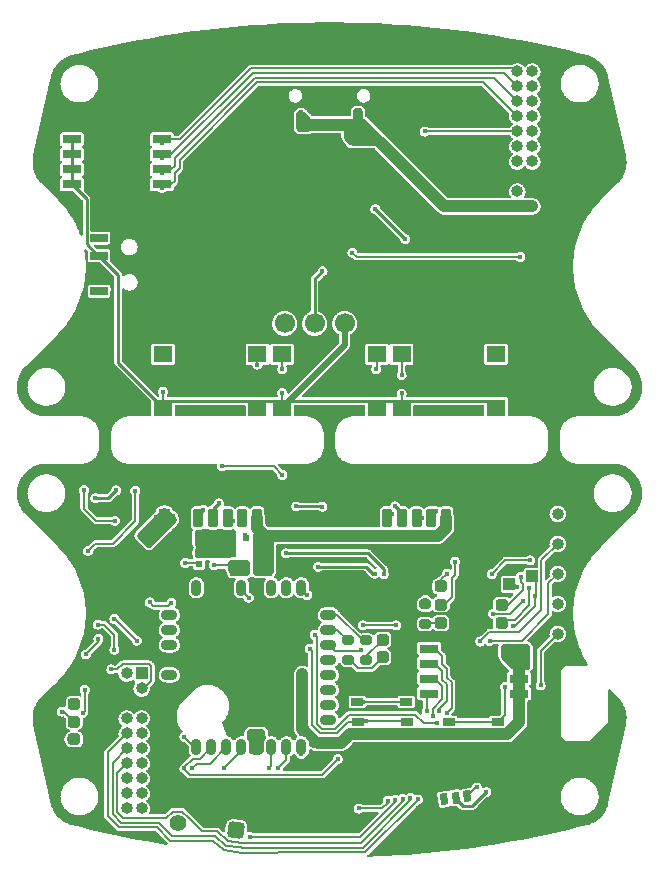
<source format=gbr>
%TF.GenerationSoftware,KiCad,Pcbnew,7.0.11*%
%TF.CreationDate,2025-06-24T23:57:38+09:00*%
%TF.ProjectId,2ndLayer_3rdLayer,326e644c-6179-4657-925f-3372644c6179,rev?*%
%TF.SameCoordinates,Original*%
%TF.FileFunction,Copper,L1,Top*%
%TF.FilePolarity,Positive*%
%FSLAX46Y46*%
G04 Gerber Fmt 4.6, Leading zero omitted, Abs format (unit mm)*
G04 Created by KiCad (PCBNEW 7.0.11) date 2025-06-24 23:57:38*
%MOMM*%
%LPD*%
G01*
G04 APERTURE LIST*
G04 Aperture macros list*
%AMRoundRect*
0 Rectangle with rounded corners*
0 $1 Rounding radius*
0 $2 $3 $4 $5 $6 $7 $8 $9 X,Y pos of 4 corners*
0 Add a 4 corners polygon primitive as box body*
4,1,4,$2,$3,$4,$5,$6,$7,$8,$9,$2,$3,0*
0 Add four circle primitives for the rounded corners*
1,1,$1+$1,$2,$3*
1,1,$1+$1,$4,$5*
1,1,$1+$1,$6,$7*
1,1,$1+$1,$8,$9*
0 Add four rect primitives between the rounded corners*
20,1,$1+$1,$2,$3,$4,$5,0*
20,1,$1+$1,$4,$5,$6,$7,0*
20,1,$1+$1,$6,$7,$8,$9,0*
20,1,$1+$1,$8,$9,$2,$3,0*%
%AMRotRect*
0 Rectangle, with rotation*
0 The origin of the aperture is its center*
0 $1 length*
0 $2 width*
0 $3 Rotation angle, in degrees counterclockwise*
0 Add horizontal line*
21,1,$1,$2,0,0,$3*%
G04 Aperture macros list end*
%TA.AperFunction,SMDPad,CuDef*%
%ADD10RoundRect,0.200000X0.275000X-0.200000X0.275000X0.200000X-0.275000X0.200000X-0.275000X-0.200000X0*%
%TD*%
%TA.AperFunction,SMDPad,CuDef*%
%ADD11R,0.800000X1.000000*%
%TD*%
%TA.AperFunction,SMDPad,CuDef*%
%ADD12R,1.500000X0.700000*%
%TD*%
%TA.AperFunction,SMDPad,CuDef*%
%ADD13RoundRect,0.250000X0.671751X1.449569X-1.449569X-0.671751X-0.671751X-1.449569X1.449569X0.671751X0*%
%TD*%
%TA.AperFunction,SMDPad,CuDef*%
%ADD14R,1.600000X0.760000*%
%TD*%
%TA.AperFunction,SMDPad,CuDef*%
%ADD15RoundRect,0.237500X0.287500X0.237500X-0.287500X0.237500X-0.287500X-0.237500X0.287500X-0.237500X0*%
%TD*%
%TA.AperFunction,SMDPad,CuDef*%
%ADD16R,1.050000X0.650000*%
%TD*%
%TA.AperFunction,SMDPad,CuDef*%
%ADD17R,1.600000X1.400000*%
%TD*%
%TA.AperFunction,SMDPad,CuDef*%
%ADD18O,0.900000X1.400000*%
%TD*%
%TA.AperFunction,SMDPad,CuDef*%
%ADD19O,1.400000X0.900000*%
%TD*%
%TA.AperFunction,SMDPad,CuDef*%
%ADD20O,1.200000X0.900000*%
%TD*%
%TA.AperFunction,SMDPad,CuDef*%
%ADD21RoundRect,0.200000X0.200000X0.600000X-0.200000X0.600000X-0.200000X-0.600000X0.200000X-0.600000X0*%
%TD*%
%TA.AperFunction,SMDPad,CuDef*%
%ADD22RoundRect,0.250001X0.799999X1.249999X-0.799999X1.249999X-0.799999X-1.249999X0.799999X-1.249999X0*%
%TD*%
%TA.AperFunction,ComponentPad*%
%ADD23RoundRect,0.350000X-0.308129X0.387371X-0.387371X-0.308129X0.308129X-0.387371X0.387371X0.308129X0*%
%TD*%
%TA.AperFunction,ComponentPad*%
%ADD24C,1.400000*%
%TD*%
%TA.AperFunction,SMDPad,CuDef*%
%ADD25RoundRect,0.237500X-0.287500X-0.237500X0.287500X-0.237500X0.287500X0.237500X-0.287500X0.237500X0*%
%TD*%
%TA.AperFunction,ComponentPad*%
%ADD26C,2.000000*%
%TD*%
%TA.AperFunction,SMDPad,CuDef*%
%ADD27RotRect,0.970000X0.600000X97.000000*%
%TD*%
%TA.AperFunction,SMDPad,CuDef*%
%ADD28RotRect,0.700000X1.150000X97.000000*%
%TD*%
%TA.AperFunction,SMDPad,CuDef*%
%ADD29R,1.000000X1.000000*%
%TD*%
%TA.AperFunction,ComponentPad*%
%ADD30RoundRect,0.425000X0.425000X0.425000X-0.425000X0.425000X-0.425000X-0.425000X0.425000X-0.425000X0*%
%TD*%
%TA.AperFunction,ComponentPad*%
%ADD31C,1.700000*%
%TD*%
%TA.AperFunction,SMDPad,CuDef*%
%ADD32R,0.575000X0.620000*%
%TD*%
%TA.AperFunction,ComponentPad*%
%ADD33R,1.000000X1.000000*%
%TD*%
%TA.AperFunction,ComponentPad*%
%ADD34O,1.000000X1.000000*%
%TD*%
%TA.AperFunction,SMDPad,CuDef*%
%ADD35R,0.620000X0.575000*%
%TD*%
%TA.AperFunction,ComponentPad*%
%ADD36O,1.000000X2.100000*%
%TD*%
%TA.AperFunction,ComponentPad*%
%ADD37O,1.000000X1.800000*%
%TD*%
%TA.AperFunction,ViaPad*%
%ADD38C,0.450000*%
%TD*%
%TA.AperFunction,ViaPad*%
%ADD39C,0.800000*%
%TD*%
%TA.AperFunction,Conductor*%
%ADD40C,0.200000*%
%TD*%
%TA.AperFunction,Conductor*%
%ADD41C,1.000000*%
%TD*%
%TA.AperFunction,Conductor*%
%ADD42C,0.250000*%
%TD*%
%TA.AperFunction,Conductor*%
%ADD43C,0.500000*%
%TD*%
G04 APERTURE END LIST*
D10*
%TO.P,R66,1*%
%TO.N,Net-(D15-A)*%
X148150000Y-117325000D03*
%TO.P,R66,2*%
%TO.N,/2ndLayer/LED_Y0*%
X148150000Y-115675000D03*
%TD*%
D11*
%TO.P,SW11,G4,shell*%
%TO.N,GND*%
X124950000Y-83400001D03*
%TO.P,SW11,G3,shell*%
X124950000Y-90400001D03*
%TO.P,SW11,G2,shell*%
X121250000Y-83400001D03*
%TO.P,SW11,G1,shell*%
X121250000Y-90400001D03*
D12*
%TO.P,SW11,6,shell*%
X125650000Y-84650001D03*
%TO.P,SW11,5,shell*%
X125650000Y-86150001D03*
%TO.P,SW11,4,shell*%
X125650000Y-89150001D03*
%TO.P,SW11,3,C*%
%TO.N,unconnected-(SW11-C-Pad3)*%
X120550000Y-84650001D03*
%TO.P,SW11,2,B*%
%TO.N,/3rdLayer/3V3_3rdLayer*%
X120550000Y-86150001D03*
%TO.P,SW11,1,A*%
%TO.N,/3rdLayer/SlideSW1*%
X120550000Y-89150001D03*
%TD*%
D13*
%TO.P,C21,1*%
%TO.N,VCC*%
X125429899Y-109170101D03*
%TO.P,C21,2*%
%TO.N,GND*%
X121470101Y-113129899D03*
%TD*%
D14*
%TO.P,SW10,1*%
%TO.N,/3rdLayer/DIPSW0*%
X125859999Y-80105000D03*
%TO.P,SW10,2*%
%TO.N,/3rdLayer/DIPSW1*%
X125859999Y-78835000D03*
%TO.P,SW10,3*%
%TO.N,/3rdLayer/DIPSW2*%
X125859999Y-77565000D03*
%TO.P,SW10,4*%
%TO.N,/3rdLayer/DIPSW3*%
X125859999Y-76295000D03*
%TO.P,SW10,5*%
%TO.N,/3rdLayer/3V3_3rdLayer*%
X118239999Y-76295000D03*
%TO.P,SW10,6*%
X118239999Y-77565000D03*
%TO.P,SW10,7*%
X118239999Y-78835000D03*
%TO.P,SW10,8*%
X118239999Y-80105000D03*
%TD*%
%TO.P,SW5,1*%
%TO.N,/2ndLayer/DIPSW0*%
X148480000Y-119415000D03*
%TO.P,SW5,2*%
%TO.N,/2ndLayer/DIPSW1*%
X148480000Y-120685000D03*
%TO.P,SW5,3*%
%TO.N,/2ndLayer/DIPSW2*%
X148480000Y-121955000D03*
%TO.P,SW5,4*%
%TO.N,/2ndLayer/DIPSW3*%
X148480000Y-123225000D03*
%TO.P,SW5,5*%
%TO.N,+3.3V*%
X156100000Y-123225000D03*
%TO.P,SW5,6*%
X156100000Y-121955000D03*
%TO.P,SW5,7*%
X156100000Y-120685000D03*
%TO.P,SW5,8*%
X156100000Y-119415000D03*
%TD*%
D15*
%TO.P,D16,1,K*%
%TO.N,GND*%
X151235000Y-115680000D03*
%TO.P,D16,2,A*%
%TO.N,Net-(D16-A)*%
X149485000Y-115680000D03*
%TD*%
D16*
%TO.P,SW3,1,A*%
%TO.N,/2ndLayer/RST_Twe*%
X142475000Y-125635000D03*
X146625000Y-125635000D03*
%TO.P,SW3,2,B*%
%TO.N,GND*%
X142475000Y-127785000D03*
X146600000Y-127785000D03*
%TD*%
D17*
%TO.P,SW9,2,B*%
%TO.N,/3rdLayer/3V3_3rdLayer*%
X133950000Y-99000000D03*
X125950000Y-99000000D03*
%TO.P,SW9,1,A*%
%TO.N,/3rdLayer/TactSW2*%
X133950000Y-94500000D03*
X125950000Y-94500000D03*
%TD*%
D15*
%TO.P,D9,1,K*%
%TO.N,GND*%
X120175000Y-127100000D03*
%TO.P,D9,2,A*%
%TO.N,Net-(D9-A)*%
X118425000Y-127100000D03*
%TD*%
D18*
%TO.P,U2,1,DO0/PWM2*%
%TO.N,Net-(U2-DO0{slash}PWM2)*%
X128780000Y-127735000D03*
%TO.P,U2,2,DO1/PWM3*%
%TO.N,/2ndLayer/PRG_Twe*%
X130050000Y-127735000D03*
%TO.P,U2,3,DIO18/DO1*%
%TO.N,/2ndLayer/DIPSW0_Twe*%
X131320000Y-127735000D03*
%TO.P,U2,4,DIO19/DO2*%
%TO.N,/2ndLayer/DIPSW1_Twe*%
X132590000Y-127735000D03*
%TO.P,U2,5,VCC*%
%TO.N,+3.3V*%
X133860000Y-127735000D03*
%TO.P,U2,6,DIO4/DO3*%
%TO.N,/2ndLayer/DIPSW2_Twe*%
X135130000Y-127735000D03*
%TO.P,U2,7,DIO5/PWM1*%
%TO.N,/2ndLayer/DIPSW3_Twe*%
X136400000Y-127735000D03*
%TO.P,U2,8,DIO6/TX*%
%TO.N,/2ndLayer/TweWriteRX_TweTX0*%
X137670000Y-127735000D03*
D19*
%TO.P,U2,9,DIO7/RX*%
%TO.N,/2ndLayer/TweWriteTX_TweRX0*%
X139960000Y-125445000D03*
%TO.P,U2,10,DIO8/PWM4*%
%TO.N,unconnected-(U2-DIO8{slash}PWM4-Pad10)*%
X139960000Y-124175000D03*
%TO.P,U2,11,DIO9/DO4*%
%TO.N,unconnected-(U2-DIO9{slash}DO4-Pad11)*%
X139960000Y-122905000D03*
%TO.P,U2,12,DIO10/M1*%
%TO.N,unconnected-(U2-DIO10{slash}M1-Pad12)*%
X139960000Y-121635000D03*
%TO.P,U2,13,DIO12/DI1*%
%TO.N,/2ndLayer/TweLite/SET*%
X139960000Y-120365000D03*
%TO.P,U2,14,DIO14/SCL*%
%TO.N,/2ndLayer/MainRX1_TweTX1*%
X139960000Y-119095000D03*
%TO.P,U2,15,DIO13/DI2*%
%TO.N,/2ndLayer/TweLite/LED_B1*%
X139960000Y-117825000D03*
%TO.P,U2,16,DIO11/DI3*%
%TO.N,/2ndLayer/TweLite/LED_B0*%
X139960000Y-116555000D03*
D18*
%TO.P,U2,17,DIO15/SDA*%
%TO.N,/2ndLayer/MainTX1_TweRX1*%
X137670000Y-114265000D03*
%TO.P,U2,18,DIO16/DI4*%
%TO.N,unconnected-(U2-DIO16{slash}DI4-Pad18)*%
X136400000Y-114265000D03*
%TO.P,U2,19,DIO17/BPS*%
%TO.N,unconnected-(U2-DIO17{slash}BPS-Pad19)*%
X135130000Y-114265000D03*
%TO.P,U2,20,GND*%
%TO.N,GND*%
X133860000Y-114265000D03*
%TO.P,U2,21,~{RESET}*%
%TO.N,/2ndLayer/RST_Twe*%
X132590000Y-114265000D03*
%TO.P,U2,22,ADC2/AI3*%
%TO.N,GND*%
X131320000Y-114265000D03*
%TO.P,U2,23,ADC1/AI1*%
X130050000Y-114265000D03*
%TO.P,U2,24,DIO0/AI2*%
%TO.N,unconnected-(U2-DIO0{slash}AI2-Pad24)*%
X128780000Y-114265000D03*
D19*
%TO.P,U2,25,DIO1/AI4*%
%TO.N,unconnected-(U2-DIO1{slash}AI4-Pad25)*%
X126490000Y-116555000D03*
%TO.P,U2,26,DIO2/M2*%
%TO.N,unconnected-(U2-DIO2{slash}M2-Pad26)*%
X126490000Y-117825000D03*
%TO.P,U2,27,DIO3/M3*%
%TO.N,unconnected-(U2-DIO3{slash}M3-Pad27)*%
X126490000Y-119095000D03*
%TO.P,U2,28,GND*%
%TO.N,GND*%
X126490000Y-120365000D03*
%TO.P,U2,29,NC*%
%TO.N,unconnected-(U2-NC-Pad29)*%
X126490000Y-121635000D03*
%TO.P,U2,30,GND*%
%TO.N,GND*%
X126490000Y-122905000D03*
D20*
%TO.P,U2,31,GND*%
X126390000Y-124175000D03*
%TO.P,U2,32,GND*%
X126390000Y-125445000D03*
%TD*%
D15*
%TO.P,D10,1,K*%
%TO.N,GND*%
X146305000Y-118650000D03*
%TO.P,D10,2,A*%
%TO.N,Net-(D10-A)*%
X144555000Y-118650000D03*
%TD*%
D17*
%TO.P,SW8,1,A*%
%TO.N,/3rdLayer/TactSW1*%
X136050000Y-94500000D03*
X144050000Y-94500000D03*
%TO.P,SW8,2,B*%
%TO.N,/3rdLayer/3V3_3rdLayer*%
X136050000Y-99000000D03*
X144050000Y-99000000D03*
%TD*%
D15*
%TO.P,D8,1,K*%
%TO.N,GND*%
X120175000Y-125600000D03*
%TO.P,D8,2,A*%
%TO.N,Net-(D8-A)*%
X118425000Y-125600000D03*
%TD*%
D21*
%TO.P,J10,1,Pin_1*%
%TO.N,GND*%
X151175000Y-108350000D03*
%TO.P,J10,2,Pin_2*%
%TO.N,+BATT*%
X149925000Y-108350000D03*
%TO.P,J10,3,Pin_3*%
%TO.N,/2ndLayer/RS485_RingNW/RS485X_TA*%
X148675000Y-108350000D03*
%TO.P,J10,4,Pin_4*%
%TO.N,/2ndLayer/RS485_RingNW/RS485X_TB*%
X147425000Y-108350000D03*
%TO.P,J10,5,Pin_5*%
%TO.N,/2ndLayer/RS485_RingNW/RS485X_RA*%
X146175000Y-108350000D03*
%TO.P,J10,6,Pin_6*%
%TO.N,/2ndLayer/RS485_RingNW/RS485X_RB*%
X144925000Y-108350000D03*
D22*
%TO.P,J10,MP,MountPin*%
%TO.N,GND*%
X153725000Y-105450000D03*
X142375000Y-105450000D03*
%TD*%
D23*
%TO.P,SW1,1,A*%
%TO.N,unconnected-(SW1-A-Pad1)*%
X132152804Y-134772723D03*
D24*
%TO.P,SW1,2,B*%
%TO.N,GND*%
X130031125Y-131310285D03*
%TO.P,SW1,3,C*%
%TO.N,/2ndLayer/Power/PowerSW*%
X127184945Y-134206707D03*
%TD*%
D25*
%TO.P,D12,1,K*%
%TO.N,GND*%
X152885000Y-115680000D03*
%TO.P,D12,2,A*%
%TO.N,Net-(D12-A)*%
X154635000Y-115680000D03*
%TD*%
D26*
%TO.P,TP1,1,1*%
%TO.N,GND*%
X157050000Y-132350000D03*
%TD*%
D16*
%TO.P,SW4,1,A*%
%TO.N,/2ndLayer/PRG_Twe*%
X146555000Y-123925000D03*
X142405000Y-123925000D03*
%TO.P,SW4,2,B*%
%TO.N,GND*%
X146555000Y-121775000D03*
X142430000Y-121775000D03*
%TD*%
D17*
%TO.P,SW7,1,A*%
%TO.N,/3rdLayer/TactSW0*%
X146150000Y-94500000D03*
X154150000Y-94500000D03*
%TO.P,SW7,2,B*%
%TO.N,/3rdLayer/3V3_3rdLayer*%
X146150000Y-99000000D03*
X154150000Y-99000000D03*
%TD*%
D10*
%TO.P,R40,1*%
%TO.N,Net-(D11-A)*%
X141650000Y-120375000D03*
%TO.P,R40,2*%
%TO.N,/2ndLayer/TweLite/LED_B1*%
X141650000Y-118725000D03*
%TD*%
D27*
%TO.P,SW6,1,A*%
%TO.N,unconnected-(SW6-A-Pad1)*%
X149729109Y-132160304D03*
%TO.P,SW6,2,B*%
%TO.N,+3.3V*%
X150721655Y-132038435D03*
%TO.P,SW6,3,C*%
%TO.N,/2ndLayer/SlideSW0*%
X151714201Y-131916565D03*
D28*
%TO.P,SW6,4,shell*%
%TO.N,GND*%
X147813111Y-133992462D03*
%TO.P,SW6,5,shell*%
X154016525Y-133230779D03*
%TD*%
D29*
%TO.P,H2,1,1*%
%TO.N,/2ndLayer/LED_B1*%
X157190000Y-113300000D03*
%TD*%
D21*
%TO.P,J11,1,Pin_1*%
%TO.N,GND*%
X135175000Y-108350000D03*
%TO.P,J11,2,Pin_2*%
%TO.N,+BATT*%
X133925000Y-108350000D03*
%TO.P,J11,3,Pin_3*%
%TO.N,/2ndLayer/RS485_RingNW/RS485Y_TA*%
X132675000Y-108350000D03*
%TO.P,J11,4,Pin_4*%
%TO.N,/2ndLayer/RS485_RingNW/RS485Y_TB*%
X131425000Y-108350000D03*
%TO.P,J11,5,Pin_5*%
%TO.N,/2ndLayer/RS485_RingNW/RS485Y_RA*%
X130175000Y-108350000D03*
%TO.P,J11,6,Pin_6*%
%TO.N,/2ndLayer/RS485_RingNW/RS485Y_RB*%
X128925000Y-108350000D03*
D22*
%TO.P,J11,MP,MountPin*%
%TO.N,GND*%
X137725000Y-105450000D03*
X126375000Y-105450000D03*
%TD*%
D15*
%TO.P,D14,1,K*%
%TO.N,GND*%
X151235000Y-114150000D03*
%TO.P,D14,2,A*%
%TO.N,Net-(D14-A)*%
X149485000Y-114150000D03*
%TD*%
%TO.P,D11,1,K*%
%TO.N,GND*%
X146305000Y-120140000D03*
%TO.P,D11,2,A*%
%TO.N,Net-(D11-A)*%
X144555000Y-120140000D03*
%TD*%
D30*
%TO.P,U9,1,GND*%
%TO.N,GND*%
X143860000Y-91884999D03*
D31*
%TO.P,U9,2,VCC*%
%TO.N,/3rdLayer/3V3_3rdLayer*%
X141320000Y-91884999D03*
%TO.P,U9,3,SCL*%
%TO.N,/3rdLayer/I2C_SCL*%
X138780000Y-91884999D03*
%TO.P,U9,4,SDA*%
%TO.N,/3rdLayer/I2C_SDA*%
X136240000Y-91884999D03*
%TD*%
D16*
%TO.P,SW2,1,A*%
%TO.N,/2ndLayer/NRST*%
X150165000Y-125615000D03*
X154315000Y-125615000D03*
%TO.P,SW2,2,B*%
%TO.N,GND*%
X150165000Y-127765000D03*
X154290000Y-127765000D03*
%TD*%
D15*
%TO.P,D15,1,K*%
%TO.N,GND*%
X151225000Y-117250000D03*
%TO.P,D15,2,A*%
%TO.N,Net-(D15-A)*%
X149475000Y-117250000D03*
%TD*%
D32*
%TO.P,Q9,1,D*%
%TO.N,VDD*%
X129012000Y-110350000D03*
%TO.P,Q9,2,D*%
X129012000Y-111300000D03*
%TO.P,Q9,3,G*%
%TO.N,Net-(Q9-G)*%
X129012000Y-112250000D03*
%TO.P,Q9,4,S*%
%TO.N,/2ndLayer/Power/S-S*%
X131788000Y-112250000D03*
%TO.P,Q9,5,D*%
%TO.N,VDD*%
X131788000Y-111300000D03*
%TO.P,Q9,6,D*%
X131788000Y-110350000D03*
%TD*%
D25*
%TO.P,D13,1,K*%
%TO.N,GND*%
X152875000Y-117250000D03*
%TO.P,D13,2,A*%
%TO.N,Net-(D13-A)*%
X154625000Y-117250000D03*
%TD*%
D10*
%TO.P,R39,1*%
%TO.N,Net-(D10-A)*%
X143130000Y-120375000D03*
%TO.P,R39,2*%
%TO.N,/2ndLayer/TweLite/LED_B0*%
X143130000Y-118725000D03*
%TD*%
D29*
%TO.P,H1,1,1*%
%TO.N,/2ndLayer/LED_B0*%
X155230000Y-113980000D03*
%TD*%
D33*
%TO.P,J2,1,Pin_1*%
%TO.N,VBUS*%
X124150000Y-121520000D03*
D34*
%TO.P,J2,2,Pin_2*%
X122880000Y-121520000D03*
%TO.P,J2,3,Pin_3*%
%TO.N,+3.3V*%
X124150000Y-122790000D03*
%TO.P,J2,4,Pin_4*%
%TO.N,GND*%
X122880000Y-122790000D03*
%TO.P,J2,5,Pin_5*%
X124150000Y-124060000D03*
%TO.P,J2,6,Pin_6*%
X122880000Y-124060000D03*
%TO.P,J2,7,Pin_7*%
%TO.N,/2ndLayer/SDA4*%
X124150000Y-125330000D03*
%TO.P,J2,8,Pin_8*%
%TO.N,/2ndLayer/RST_Twe*%
X122880000Y-125330000D03*
%TO.P,J2,9,Pin_9*%
%TO.N,/2ndLayer/SCL4*%
X124150000Y-126600000D03*
%TO.P,J2,10,Pin_10*%
%TO.N,/2ndLayer/SlideSW1*%
X122880000Y-126600000D03*
%TO.P,J2,11,Pin_11*%
%TO.N,/2ndLayer/PRG_Twe*%
X124150000Y-127870000D03*
%TO.P,J2,12,Pin_12*%
%TO.N,/2ndLayer/TactSW2*%
X122880000Y-127870000D03*
%TO.P,J2,13,Pin_13*%
%TO.N,/2ndLayer/DIPSW0_Twe*%
X124150000Y-129140000D03*
%TO.P,J2,14,Pin_14*%
%TO.N,/2ndLayer/TactSW1*%
X122880000Y-129140000D03*
%TO.P,J2,15,Pin_15*%
%TO.N,/2ndLayer/DIPSW1_Twe*%
X124150000Y-130410000D03*
%TO.P,J2,16,Pin_16*%
%TO.N,/2ndLayer/TactSW0*%
X122880000Y-130410000D03*
%TO.P,J2,17,Pin_17*%
%TO.N,/2ndLayer/DIPSW2_Twe*%
X124150000Y-131680000D03*
%TO.P,J2,18,Pin_18*%
%TO.N,/2ndLayer/TweWriteTX_TweRX0*%
X122880000Y-131680000D03*
%TO.P,J2,19,Pin_19*%
%TO.N,/2ndLayer/DIPSW3_Twe*%
X124150000Y-132950000D03*
%TO.P,J2,20,Pin_20*%
%TO.N,/2ndLayer/TweWriteRX_TweTX0*%
X122880000Y-132950000D03*
%TD*%
D15*
%TO.P,D7,1,K*%
%TO.N,GND*%
X120175000Y-124100000D03*
%TO.P,D7,2,A*%
%TO.N,Net-(D7-A)*%
X118425000Y-124100000D03*
%TD*%
D35*
%TO.P,Q7,1,D*%
%TO.N,+BATT*%
X134900000Y-110087000D03*
%TO.P,Q7,2,D*%
X133950000Y-110087000D03*
%TO.P,Q7,3,G*%
%TO.N,Net-(Q7-G)*%
X133000000Y-110087000D03*
%TO.P,Q7,4,S*%
%TO.N,/2ndLayer/Power/S-S*%
X133000000Y-112863000D03*
%TO.P,Q7,5,D*%
%TO.N,+BATT*%
X133950000Y-112863000D03*
%TO.P,Q7,6,D*%
X134900000Y-112863000D03*
%TD*%
D36*
%TO.P,J4,S1,SHIELD*%
%TO.N,GND*%
X144370000Y-73125000D03*
D37*
X144370000Y-68925000D03*
D36*
X135730000Y-73125000D03*
D37*
X135730000Y-68925000D03*
%TD*%
D33*
%TO.P,J3,1,Pin_1*%
%TO.N,/3rdLayer/VBUS_3rdLayer*%
X155949905Y-81980033D03*
D34*
%TO.P,J3,2,Pin_2*%
X157219905Y-81980033D03*
%TO.P,J3,3,Pin_3*%
%TO.N,/3rdLayer/3V3_3rdLayer*%
X155949905Y-80710033D03*
%TO.P,J3,4,Pin_4*%
%TO.N,GND*%
X157219905Y-80710033D03*
%TO.P,J3,5,Pin_5*%
X155949905Y-79440033D03*
%TO.P,J3,6,Pin_6*%
X157219905Y-79440033D03*
%TO.P,J3,7,Pin_7*%
%TO.N,/3rdLayer/I2C_SDA*%
X155949905Y-78170033D03*
%TO.P,J3,8,Pin_8*%
%TO.N,/3rdLayer/RST_Twe*%
X157219905Y-78170033D03*
%TO.P,J3,9,Pin_9*%
%TO.N,/3rdLayer/I2C_SCL*%
X155949905Y-76900033D03*
%TO.P,J3,10,Pin_10*%
%TO.N,/3rdLayer/SlideSW1*%
X157219905Y-76900033D03*
%TO.P,J3,11,Pin_11*%
%TO.N,/3rdLayer/PRG_Twe*%
X155949905Y-75630033D03*
%TO.P,J3,12,Pin_12*%
%TO.N,/3rdLayer/TactSW2*%
X157219905Y-75630033D03*
%TO.P,J3,13,Pin_13*%
%TO.N,/3rdLayer/DIPSW0*%
X155949905Y-74360033D03*
%TO.P,J3,14,Pin_14*%
%TO.N,/3rdLayer/TactSW1*%
X157219905Y-74360033D03*
%TO.P,J3,15,Pin_15*%
%TO.N,/3rdLayer/DIPSW1*%
X155949905Y-73090033D03*
%TO.P,J3,16,Pin_16*%
%TO.N,/3rdLayer/TactSW0*%
X157219905Y-73090033D03*
%TO.P,J3,17,Pin_17*%
%TO.N,/3rdLayer/DIPSW2*%
X155949905Y-71820033D03*
%TO.P,J3,18,Pin_18*%
%TO.N,/3rdLayer/TweWriteTX_TweRX*%
X157219905Y-71820033D03*
%TO.P,J3,19,Pin_19*%
%TO.N,/3rdLayer/DIPSW3*%
X155949905Y-70550033D03*
%TO.P,J3,20,Pin_20*%
%TO.N,/3rdLayer/TweWriteRX_TweTX*%
X157219905Y-70550033D03*
%TD*%
D33*
%TO.P,J1,1,Pin_1*%
%TO.N,GND*%
X159375000Y-106735000D03*
D34*
%TO.P,J1,2,Pin_2*%
%TO.N,Net-(D1-K)*%
X159375000Y-108005000D03*
%TO.P,J1,3,Pin_3*%
%TO.N,GND*%
X159375000Y-109275000D03*
%TO.P,J1,4,Pin_4*%
%TO.N,/2ndLayer/SWDIO*%
X159375000Y-110545000D03*
%TO.P,J1,5,Pin_5*%
%TO.N,GND*%
X159375000Y-111815000D03*
%TO.P,J1,6,Pin_6*%
%TO.N,/2ndLayer/SWCLK*%
X159375000Y-113085000D03*
%TO.P,J1,7,Pin_7*%
%TO.N,GND*%
X159375000Y-114355000D03*
%TO.P,J1,8,Pin_8*%
%TO.N,/2ndLayer/SWO*%
X159375000Y-115625000D03*
%TO.P,J1,9,Pin_9*%
%TO.N,GND*%
X159375000Y-116895000D03*
%TO.P,J1,10,Pin_10*%
%TO.N,/2ndLayer/NRST*%
X159375000Y-118165000D03*
%TD*%
D38*
%TO.N,+3.3V*%
X139438909Y-107388909D03*
X133280000Y-126870000D03*
X145330000Y-126300000D03*
X137225000Y-107375000D03*
X138035000Y-123350000D03*
X133780000Y-126482259D03*
X154920000Y-119450000D03*
X121580000Y-121170000D03*
X153315950Y-131557135D03*
X144610000Y-126290000D03*
X156100000Y-125550000D03*
X137450000Y-122150000D03*
X137450000Y-121550000D03*
X130915000Y-103975000D03*
X138035000Y-121550000D03*
X134270000Y-126870000D03*
X137450000Y-122750000D03*
X136055000Y-104702947D03*
X155550000Y-120350000D03*
X138035000Y-122150000D03*
X144900000Y-126900000D03*
X137450000Y-123350000D03*
X155750000Y-120950000D03*
X155550000Y-119724997D03*
X140191200Y-127130000D03*
X138035000Y-122750000D03*
X155700000Y-126050000D03*
X153450000Y-126660000D03*
X145620000Y-126910000D03*
%TO.N,GND*%
X125802000Y-127358000D03*
X146950000Y-136490000D03*
X143520000Y-131630000D03*
X120110000Y-111870000D03*
X145840000Y-123150000D03*
X154450000Y-80150000D03*
X153880000Y-109130000D03*
X149900000Y-76225000D03*
X165699999Y-96050000D03*
X162660000Y-128920000D03*
X143300000Y-77374999D03*
X117710000Y-110930000D03*
X152300001Y-78800000D03*
X125149999Y-95750000D03*
X146075000Y-83500000D03*
X150925000Y-76250000D03*
X151850001Y-84250000D03*
X157490000Y-107740000D03*
X148725000Y-76225000D03*
X124750000Y-89550000D03*
X150750000Y-84475000D03*
X142330000Y-134780000D03*
X136910000Y-110787000D03*
X140025000Y-92600000D03*
X136090000Y-126250000D03*
X143550000Y-124460000D03*
X141380000Y-134750000D03*
X120530000Y-116100000D03*
X150750000Y-72350000D03*
X148150000Y-78675000D03*
X139990000Y-128740000D03*
X159850000Y-105500000D03*
X121110000Y-112700000D03*
X164850000Y-125240000D03*
X153600000Y-74250000D03*
X138140000Y-105530000D03*
X144068000Y-108748000D03*
X140850000Y-107346000D03*
X144650000Y-66950000D03*
X132650000Y-73650000D03*
X118075000Y-99225000D03*
X156520000Y-128590000D03*
X136390000Y-107680000D03*
X127720000Y-121581000D03*
X132300000Y-82300000D03*
X153520000Y-120340000D03*
X150400000Y-80850000D03*
X130050000Y-79850000D03*
X142710000Y-121618632D03*
X147280000Y-120000000D03*
X125800000Y-91600000D03*
X136170000Y-118881000D03*
X151020000Y-118190000D03*
X140160000Y-132320000D03*
X164020000Y-123610000D03*
X153600000Y-77650000D03*
X158300000Y-97100000D03*
X145250000Y-76000000D03*
X137632000Y-112295000D03*
X121550001Y-88300000D03*
X116975000Y-95200000D03*
X128200000Y-78200000D03*
X164550001Y-78950000D03*
X132475001Y-99225000D03*
X137525000Y-92600001D03*
X142600000Y-69675000D03*
X120400000Y-91450000D03*
X126100000Y-84300000D03*
X153650000Y-81000000D03*
X148825000Y-72374999D03*
X148518000Y-107050000D03*
X148790000Y-135120000D03*
X121110000Y-111100000D03*
X139475000Y-90700000D03*
X132725000Y-69850000D03*
X150960000Y-115540000D03*
X118800000Y-81650000D03*
X128770000Y-107090000D03*
X153575000Y-69650000D03*
X146350000Y-69675000D03*
X121500000Y-93300000D03*
X160400000Y-117060000D03*
X117600000Y-69900000D03*
X120320000Y-111190000D03*
X154900000Y-91050000D03*
X151900000Y-125050000D03*
X130100000Y-84700000D03*
X120090000Y-112750000D03*
X137600000Y-104940000D03*
X145360000Y-136630000D03*
X127850000Y-92200000D03*
X159430000Y-104770000D03*
X138000000Y-76625000D03*
X120300000Y-127975000D03*
X152100000Y-123870000D03*
X133440000Y-124510000D03*
X154290000Y-120690000D03*
X125110000Y-125050000D03*
X120090000Y-116590000D03*
X152980000Y-124880000D03*
X134800000Y-93250000D03*
X120070000Y-115680000D03*
X152890000Y-112130000D03*
X125822000Y-124718000D03*
X122100000Y-68725000D03*
X117560000Y-107860000D03*
X145820000Y-121360000D03*
X143870000Y-136720000D03*
X152420000Y-135960000D03*
X119697000Y-134301000D03*
X134800000Y-84500000D03*
X137925000Y-68425000D03*
X151950000Y-81000000D03*
X132650000Y-105110000D03*
X125557000Y-135540000D03*
X153410000Y-128340000D03*
X140510000Y-129840000D03*
X147475000Y-91450000D03*
X116430000Y-109520000D03*
X130200000Y-89650000D03*
X124500000Y-113810000D03*
X148417000Y-104233000D03*
X152250000Y-76250000D03*
X136870000Y-104920000D03*
X128050000Y-89750000D03*
X139775000Y-88100000D03*
X143740000Y-117990000D03*
X115875000Y-99300000D03*
X139400000Y-86750000D03*
X146875000Y-68125000D03*
X153570000Y-117270000D03*
X143930000Y-121630000D03*
X153970000Y-121630000D03*
X116352000Y-124771000D03*
X131019000Y-116104000D03*
X135590000Y-132170000D03*
X135480000Y-125220000D03*
X150700000Y-82950000D03*
X149350000Y-67175000D03*
X152150000Y-128320000D03*
X151900000Y-82950000D03*
X116691000Y-127444000D03*
X150500000Y-77200000D03*
X141840000Y-132340000D03*
X134280000Y-107100000D03*
X153170000Y-119520000D03*
X150870000Y-124770000D03*
X165620000Y-104940000D03*
X154360000Y-123010000D03*
X127275000Y-99275000D03*
X152800000Y-128280000D03*
X120930000Y-108000000D03*
X116587000Y-130767000D03*
X144735000Y-111874000D03*
X147925000Y-83349999D03*
X131370000Y-105790000D03*
X121200000Y-90000000D03*
X163190000Y-131260000D03*
X144320000Y-106483000D03*
X151790000Y-121690000D03*
X151050001Y-90875000D03*
X139925000Y-96350000D03*
X165750000Y-107310000D03*
X136120000Y-103990000D03*
X158050000Y-108810000D03*
X136710000Y-124090000D03*
X158760000Y-131740000D03*
X128475000Y-94200000D03*
X153750000Y-76275000D03*
X120600000Y-87100000D03*
X152120000Y-119410000D03*
X132550000Y-92300000D03*
X142700000Y-123130000D03*
X156710000Y-108530000D03*
X160450000Y-75650000D03*
X154530000Y-134370000D03*
X128560000Y-131850000D03*
X151200000Y-94750000D03*
X141620000Y-131180000D03*
X147200000Y-118070000D03*
X147680000Y-127650000D03*
X125150000Y-85650000D03*
X149150000Y-96575000D03*
X144275000Y-74950000D03*
X145250000Y-96275000D03*
X134650000Y-79650000D03*
X160200000Y-133810000D03*
X155610000Y-109420000D03*
X121090000Y-113550000D03*
X117369000Y-122749000D03*
X148940000Y-131870000D03*
X127025000Y-75575000D03*
X153350000Y-83050000D03*
X154820000Y-104050000D03*
X145100000Y-93350000D03*
X134650000Y-77600000D03*
X146680000Y-128370000D03*
X150300000Y-99300000D03*
X162250000Y-81500000D03*
X154550000Y-132440000D03*
X146900000Y-96950000D03*
X140253000Y-108873000D03*
X115800000Y-76199999D03*
X129575000Y-72949999D03*
X142500000Y-89375000D03*
X135490000Y-124130000D03*
X143989000Y-107470000D03*
X136625000Y-93125000D03*
X125185000Y-123756000D03*
X132160000Y-133080000D03*
X125030000Y-105200000D03*
X147750000Y-94175000D03*
X143580000Y-133530000D03*
X132390000Y-124000000D03*
X147180000Y-123130000D03*
X151050000Y-87275000D03*
X149307000Y-105936000D03*
X143350000Y-96225000D03*
X140125000Y-99275000D03*
X161050000Y-107240000D03*
X134280000Y-115840000D03*
X159290000Y-128790000D03*
X138500000Y-78375000D03*
X122425000Y-74400000D03*
X131290000Y-125620000D03*
X132350000Y-84700000D03*
X155540000Y-127540000D03*
X139120000Y-133460000D03*
X158840000Y-134510000D03*
X144931000Y-106903000D03*
X158050000Y-68650000D03*
X147450000Y-99275000D03*
X150070000Y-118180000D03*
X132890000Y-131370000D03*
X155000000Y-77950000D03*
X117648000Y-133554000D03*
X149960000Y-106230000D03*
X141750000Y-133550000D03*
X150950000Y-119490000D03*
X130325000Y-67375000D03*
X136884000Y-112033000D03*
X142750000Y-94275000D03*
X121200000Y-71575000D03*
X137750000Y-96249999D03*
X148000000Y-84725000D03*
X159210000Y-123200000D03*
X143133000Y-110783000D03*
X147550000Y-132930000D03*
X125200000Y-93150000D03*
X142700000Y-78725001D03*
X136675001Y-97375000D03*
X155320000Y-130360000D03*
X123400001Y-81450000D03*
X126725000Y-97775000D03*
X137000000Y-128730000D03*
X142151000Y-106511000D03*
X114700001Y-95600000D03*
X151420000Y-127640000D03*
X119300000Y-73725000D03*
X152320000Y-134390000D03*
X158010000Y-125000000D03*
X118880000Y-104000000D03*
X159100000Y-126040000D03*
X128030000Y-107850000D03*
X136550000Y-132970000D03*
X115425000Y-78150001D03*
X142218000Y-108764000D03*
X150600000Y-85625000D03*
X121350000Y-99250000D03*
X155260000Y-105140000D03*
X161350000Y-120490000D03*
X152520000Y-120420000D03*
X159180000Y-122220000D03*
X124350001Y-82700000D03*
X158430000Y-110690000D03*
X140900000Y-76600000D03*
X123150000Y-78500000D03*
X120739000Y-129036000D03*
X159990000Y-103980000D03*
X137525000Y-69700000D03*
X134600000Y-75600000D03*
X129980000Y-105750000D03*
X142750000Y-104661000D03*
X150900000Y-75050001D03*
X159990000Y-130470000D03*
X158090000Y-130220000D03*
X137960000Y-133230000D03*
X130175000Y-95925000D03*
X127260000Y-123810000D03*
X120100000Y-83750000D03*
X121970000Y-125607000D03*
X116080000Y-129102000D03*
X158140000Y-105630000D03*
X145175000Y-84425000D03*
X141750000Y-84749999D03*
X159640000Y-127390000D03*
X147449000Y-104301000D03*
X119550000Y-78550000D03*
X150760000Y-107770000D03*
X117540000Y-104340000D03*
X135340000Y-130660000D03*
X139218000Y-108727000D03*
X137510000Y-106640000D03*
X153450000Y-72850000D03*
X137327000Y-118644000D03*
X149450000Y-86850000D03*
X137050000Y-86950000D03*
X124210000Y-104220000D03*
X151380000Y-120390000D03*
X138730000Y-115260000D03*
X122900000Y-95050000D03*
X132525000Y-94150000D03*
X160250000Y-69600000D03*
X116701000Y-132009000D03*
X158570000Y-112460000D03*
X158000000Y-72500000D03*
X145070000Y-135530000D03*
X158700000Y-133160000D03*
X118850000Y-83450000D03*
X133440000Y-133090000D03*
X163810000Y-125940000D03*
X135154000Y-118118000D03*
X117303000Y-125697000D03*
X114100000Y-98000000D03*
X120580000Y-113170000D03*
X117608000Y-130079000D03*
X120518000Y-133582000D03*
X130970000Y-133030000D03*
X144960000Y-127660000D03*
X138687000Y-113249999D03*
X151060000Y-122610000D03*
X146425000Y-77125000D03*
X118900000Y-112900000D03*
X161170000Y-105520000D03*
X143890000Y-123370000D03*
X122000000Y-80450000D03*
X137967000Y-108919000D03*
X160950000Y-99200000D03*
X150690000Y-133040000D03*
X153450000Y-68050001D03*
X154110000Y-119520000D03*
X130150000Y-76350000D03*
X155660000Y-106960000D03*
X129700000Y-114980000D03*
X146000000Y-79625000D03*
X135410000Y-106710000D03*
X119173000Y-119293000D03*
X126725000Y-96100000D03*
X140150000Y-113920000D03*
X132660000Y-106410000D03*
X132930000Y-123120000D03*
X154790000Y-121330000D03*
X121200000Y-78500000D03*
X130050000Y-77950000D03*
X159950000Y-73350001D03*
X134750000Y-82100000D03*
X151050000Y-123750000D03*
X141875000Y-97750000D03*
X147040000Y-135160000D03*
X151690000Y-106840000D03*
X152800000Y-95650000D03*
X135030000Y-126610000D03*
X135200000Y-95850000D03*
X126070000Y-123810000D03*
X126760000Y-125020000D03*
X149900000Y-78975000D03*
X150450000Y-97350000D03*
X144160000Y-132370000D03*
X155820000Y-110960000D03*
X143325000Y-73425000D03*
X138225000Y-90725000D03*
X152600000Y-85625000D03*
X124500000Y-92050000D03*
X122800000Y-87500001D03*
X129650000Y-104320000D03*
X120470000Y-115180000D03*
X163250000Y-104250000D03*
X160000000Y-94450000D03*
X142954000Y-113040000D03*
X142250000Y-105205000D03*
X152010000Y-117010000D03*
X136676000Y-117593000D03*
X149862000Y-104641000D03*
X155000000Y-74950000D03*
X137450000Y-99225000D03*
X150580000Y-134780000D03*
X154210000Y-124760000D03*
X123200000Y-84150000D03*
X139950000Y-93675000D03*
X158380000Y-108110000D03*
X119500000Y-89950000D03*
X139900000Y-66800000D03*
X119750000Y-95225000D03*
X131210000Y-106570000D03*
X125300000Y-97450000D03*
X136574999Y-90600000D03*
X127181000Y-94662000D03*
X121510000Y-107460000D03*
X120080000Y-114680000D03*
X156400000Y-111330000D03*
X123900000Y-90799999D03*
X145870000Y-127630000D03*
X152530000Y-133290000D03*
X150620000Y-121610000D03*
X160900000Y-90450000D03*
X146125000Y-74875000D03*
X134950000Y-134520000D03*
X144550000Y-81775000D03*
X134240000Y-131810000D03*
X154900000Y-93300000D03*
X140400000Y-76025000D03*
X131830000Y-126760000D03*
X147400000Y-75275000D03*
X149950000Y-75050000D03*
X146790000Y-127640000D03*
X134800000Y-86900000D03*
X126500000Y-81950000D03*
X154540000Y-113080000D03*
X119425000Y-92975000D03*
X124650000Y-80950001D03*
X162730000Y-107870000D03*
X135650000Y-66975000D03*
X127790000Y-104260000D03*
X152050000Y-72400001D03*
X128250000Y-82250000D03*
X116775000Y-79875000D03*
X126300000Y-89700000D03*
X133980000Y-115040000D03*
X162299999Y-74500000D03*
X145375001Y-97750000D03*
X125080000Y-126630000D03*
X145350000Y-79000000D03*
X146540000Y-122260000D03*
X142350000Y-92800000D03*
X126550000Y-87050000D03*
X140850000Y-131680000D03*
X152725000Y-99274999D03*
X123750000Y-86250001D03*
X118669000Y-122601000D03*
X144920000Y-116850000D03*
X137020000Y-126850000D03*
X164050000Y-99250000D03*
X141525000Y-88100000D03*
X136800000Y-75750000D03*
X155550000Y-95700000D03*
X137100000Y-130680000D03*
X144475000Y-84974999D03*
X142026000Y-104413000D03*
X152975000Y-88900000D03*
X156600000Y-134000000D03*
X164000000Y-108920000D03*
X120890000Y-104020000D03*
X126160000Y-126030000D03*
X122900000Y-92750000D03*
X152820000Y-112960000D03*
X134600000Y-131070000D03*
X158040000Y-106480000D03*
X134850000Y-107760000D03*
X152800000Y-127640000D03*
X161200000Y-112510000D03*
X123110000Y-104660000D03*
X139375000Y-84675000D03*
X147813111Y-133992462D03*
X160300000Y-118910000D03*
X153620000Y-115760000D03*
X138000000Y-89125000D03*
X142956000Y-111913000D03*
X148600000Y-82775000D03*
X146224999Y-89350000D03*
X153475000Y-79449999D03*
X127110000Y-127050000D03*
X152175000Y-74150000D03*
X136610000Y-134510000D03*
X128460000Y-113060000D03*
X145750000Y-115610000D03*
X146756000Y-106855000D03*
X125625000Y-68100000D03*
X155175000Y-76325000D03*
X152850000Y-121450000D03*
X157225000Y-84275000D03*
X143510000Y-127590000D03*
X120717000Y-131476000D03*
X149300000Y-79800000D03*
X143608000Y-105906000D03*
X125940000Y-129020000D03*
X162350000Y-78600000D03*
X121825000Y-85425000D03*
X143775000Y-78650000D03*
X129790000Y-133070000D03*
X156320000Y-104020000D03*
X147200000Y-121420000D03*
X154660000Y-109330000D03*
X149790000Y-119440000D03*
X132450000Y-89450000D03*
X145050000Y-128360000D03*
X147030000Y-116850000D03*
X155440000Y-128450000D03*
X148290000Y-128360000D03*
X148850000Y-136360000D03*
X131675000Y-96925000D03*
X120080000Y-113630000D03*
X135626000Y-113250000D03*
X162850000Y-70250000D03*
X135580000Y-107370000D03*
X127330000Y-131840000D03*
X139340000Y-131970000D03*
X156770000Y-110080000D03*
X143775000Y-82950000D03*
X134680000Y-133040000D03*
X146625001Y-72375000D03*
X150875000Y-73625000D03*
X132150000Y-75800000D03*
X136550000Y-77800000D03*
X122650000Y-82700000D03*
X142650000Y-99250000D03*
X147610000Y-124320000D03*
X125740000Y-106030000D03*
X149160000Y-133070000D03*
X120550000Y-97450000D03*
X154925000Y-69325000D03*
X151174999Y-69725000D03*
X136830000Y-125510000D03*
X119698000Y-128533000D03*
X131250000Y-118664000D03*
X164200000Y-75850000D03*
X132875000Y-95875000D03*
X137550000Y-91475000D03*
X122800000Y-89549999D03*
X124280000Y-106020000D03*
X142300000Y-72050000D03*
X120600000Y-112290000D03*
X136850000Y-82250000D03*
X149375000Y-83525000D03*
X144310000Y-128380000D03*
X138060000Y-134530000D03*
X135000000Y-91150000D03*
X131790000Y-124890000D03*
X132740000Y-125550000D03*
X153250000Y-107250000D03*
X128050001Y-70750000D03*
X136510000Y-129510000D03*
X121090000Y-111870000D03*
X144482000Y-104729000D03*
X138250000Y-128700000D03*
X119380000Y-118580000D03*
X153100000Y-123010000D03*
X128350000Y-96950000D03*
X145950000Y-81825001D03*
X138968000Y-107965000D03*
X150200000Y-116450000D03*
X113990000Y-106220000D03*
X119899999Y-80500000D03*
X127850000Y-80050000D03*
X138400000Y-97800000D03*
X162060000Y-130140000D03*
X134175000Y-72075000D03*
X133510000Y-134540000D03*
X145850000Y-119350000D03*
X132350000Y-87100000D03*
X119800000Y-87100000D03*
X157300000Y-111310000D03*
X138800000Y-116590000D03*
X141750000Y-79550000D03*
X147150001Y-84475000D03*
X135134000Y-116519000D03*
X164480000Y-127270000D03*
X145850000Y-128360000D03*
X135181000Y-118846000D03*
X144470000Y-131830000D03*
X159250000Y-124450000D03*
X121557000Y-134775000D03*
X126110000Y-131830000D03*
X163970000Y-129040000D03*
X125050000Y-128130000D03*
X138378000Y-118764000D03*
X120700000Y-81900000D03*
X145860000Y-118160000D03*
X145825000Y-73625000D03*
X130275000Y-97750000D03*
X122800000Y-91550000D03*
X118900000Y-111180000D03*
X153350000Y-84650000D03*
X153780000Y-112170000D03*
X141475000Y-86900000D03*
X139460000Y-114550000D03*
X119650000Y-88250000D03*
X125910000Y-104260000D03*
X142700000Y-133730000D03*
X126225000Y-73900000D03*
X165850000Y-98249999D03*
X115340000Y-104330000D03*
X148700000Y-118530000D03*
X162100000Y-96300000D03*
X124750000Y-87750000D03*
X144250000Y-77875000D03*
X147010000Y-115680000D03*
X160440000Y-115280000D03*
X147200000Y-118880000D03*
X155775000Y-85250000D03*
X145125000Y-79875000D03*
X141175001Y-90525000D03*
X118230000Y-109760000D03*
X124500000Y-75875000D03*
X157320000Y-110590000D03*
X162440000Y-110750000D03*
X161370000Y-104160000D03*
X143000000Y-82050001D03*
X162130000Y-106480000D03*
X163300000Y-93800000D03*
X150680000Y-116990000D03*
X134900000Y-89249999D03*
X136380000Y-131410000D03*
X147550000Y-81850000D03*
X150220000Y-120440000D03*
X155050000Y-87175000D03*
X138030000Y-131680000D03*
X157250000Y-88850000D03*
X139340000Y-129380000D03*
X149425000Y-84750000D03*
X146080000Y-116860000D03*
X121040000Y-114270000D03*
X153200000Y-97825000D03*
X135780000Y-115190000D03*
X138190000Y-129460000D03*
X156570000Y-135210000D03*
X152170000Y-122590000D03*
X147700000Y-76975000D03*
X133011000Y-116141000D03*
X160400000Y-110650000D03*
X153550000Y-92350000D03*
X137850001Y-72075000D03*
X130200000Y-82350000D03*
X121650000Y-83900000D03*
X135174999Y-97825000D03*
X142630000Y-107508000D03*
X149322000Y-106921000D03*
X133730000Y-130680000D03*
X155500000Y-99300000D03*
X154770000Y-127650000D03*
X132200000Y-77800000D03*
X139840000Y-134580000D03*
X121830000Y-105130000D03*
X122350000Y-104000000D03*
X114930000Y-107870000D03*
X128311000Y-110848000D03*
X122475000Y-96500000D03*
X143300000Y-74175000D03*
X139070000Y-130680000D03*
X156950000Y-69575000D03*
X161330000Y-108770000D03*
X148575000Y-77800000D03*
X136870000Y-106050000D03*
X159440000Y-120710000D03*
X116300000Y-73875001D03*
X150875000Y-78525000D03*
X131140000Y-104730000D03*
X139625001Y-82325000D03*
X152200000Y-75025000D03*
X131183000Y-113120000D03*
X147975000Y-97750000D03*
X136825001Y-73475000D03*
X157160000Y-105040000D03*
X149100000Y-89150000D03*
X116925000Y-77175000D03*
X154510000Y-135620000D03*
X155725000Y-83100000D03*
X140190000Y-133580000D03*
X148025001Y-88075000D03*
X144650000Y-86875000D03*
X158340000Y-103960000D03*
X162360000Y-133560000D03*
X121950000Y-77200000D03*
X157300000Y-93350000D03*
X129850000Y-106990000D03*
X156290000Y-106000000D03*
X117250000Y-81000000D03*
X139360000Y-128410000D03*
X147530000Y-128370000D03*
X148674999Y-69650000D03*
X141775000Y-94300000D03*
X146360000Y-134260000D03*
X136367000Y-116620000D03*
X120470000Y-114110000D03*
X139250000Y-80025000D03*
X142620000Y-131990000D03*
X143220000Y-132330000D03*
X160450000Y-79250000D03*
X138780000Y-132670000D03*
X129850000Y-99250000D03*
X157400000Y-83100000D03*
X133490000Y-114370000D03*
X147900000Y-73600000D03*
X139974999Y-78350000D03*
X158070000Y-109710000D03*
X131470000Y-123010000D03*
X132200000Y-79850000D03*
X124525000Y-78550000D03*
X117150000Y-93300000D03*
X152120000Y-118230000D03*
X131400000Y-131840000D03*
X148650000Y-105627000D03*
X142710000Y-116770000D03*
X116292000Y-126452000D03*
X157750000Y-91250000D03*
X128150000Y-84450000D03*
X137000000Y-84550000D03*
X144540000Y-115620000D03*
X153580000Y-123910000D03*
X136569000Y-115913000D03*
X156650000Y-130260000D03*
X130250000Y-87100000D03*
X157720000Y-128540000D03*
X127260000Y-126410000D03*
X129680000Y-112950000D03*
X147800000Y-131050000D03*
X136950000Y-79750000D03*
X143340000Y-122530000D03*
X160350000Y-85500000D03*
X118521000Y-121582000D03*
X119475000Y-75900000D03*
X153480000Y-132230000D03*
X144700000Y-88074999D03*
X126540000Y-128090000D03*
X120860000Y-105130000D03*
X150590000Y-136080000D03*
X132850000Y-97775000D03*
X148650000Y-75050000D03*
X136825000Y-96575000D03*
X158510000Y-120030000D03*
X141325001Y-82200000D03*
X152180000Y-127670000D03*
X154440000Y-107030000D03*
X130250000Y-92300001D03*
X121860000Y-126790000D03*
X118300000Y-97475000D03*
X163450000Y-72350000D03*
X124525000Y-77300000D03*
X139300000Y-115590000D03*
X128150000Y-86950000D03*
X158270000Y-117830000D03*
X161030000Y-128650000D03*
X132090000Y-130690000D03*
X139700000Y-89375000D03*
X143175000Y-84700000D03*
X147350000Y-86925001D03*
X124400000Y-71225000D03*
X138170000Y-104660000D03*
X152220000Y-115780000D03*
X124525000Y-79800000D03*
X119735000Y-130027000D03*
X162410000Y-127440000D03*
X139975000Y-69600000D03*
X137637000Y-115975000D03*
X149950000Y-73175000D03*
X124525000Y-99350000D03*
X160970000Y-119600000D03*
X148700000Y-85625000D03*
X136780000Y-113150000D03*
X141500000Y-78400000D03*
%TO.N,/2ndLayer/NRST*%
X157921268Y-122533732D03*
X154910000Y-122660000D03*
%TO.N,VCC*%
X126150000Y-108450000D03*
X125400000Y-108300000D03*
X125750000Y-107800000D03*
X125750000Y-108900000D03*
X126350000Y-107800000D03*
X126750000Y-108800000D03*
X126800000Y-108200000D03*
X126300000Y-109200000D03*
%TO.N,Net-(Q1-G)*%
X121832949Y-116892949D03*
X123734000Y-118744000D03*
%TO.N,/2ndLayer/Power/Vout*%
X121875002Y-108585000D03*
X119265000Y-105999998D03*
%TO.N,/2ndLayer/Power/S-S*%
X130240000Y-112360000D03*
X132236039Y-112275000D03*
%TO.N,Net-(Q9-G)*%
X127838676Y-112151324D03*
%TO.N,+5V*%
X119330000Y-122915000D03*
X119149000Y-124849612D03*
%TO.N,/2ndLayer/RST_Twe*%
X138363116Y-119421123D03*
X143145000Y-125585000D03*
X133212288Y-115103298D03*
%TO.N,VDD*%
X129300000Y-110260000D03*
X131110000Y-109580000D03*
X129110000Y-109588000D03*
X131510000Y-110533125D03*
X131110000Y-110130000D03*
X131770000Y-109590000D03*
X129730000Y-109570000D03*
X130440000Y-109580000D03*
X130510000Y-110275000D03*
X129920000Y-110270000D03*
%TO.N,Net-(D7-A)*%
X118163860Y-124365000D03*
%TO.N,Net-(D8-A)*%
X117373000Y-124739000D03*
%TO.N,Net-(D9-A)*%
X118018432Y-127082345D03*
%TO.N,Net-(D12-A)*%
X156225000Y-113330000D03*
%TO.N,Net-(D13-A)*%
X156974537Y-114240000D03*
%TO.N,Net-(D14-A)*%
X149987580Y-113057899D03*
%TO.N,Net-(D16-A)*%
X150680000Y-112040000D03*
%TO.N,Net-(U1-RT)*%
X121983334Y-106023334D03*
X120215000Y-106675000D03*
%TO.N,Net-(Q17-G)*%
X121840000Y-119510000D03*
X120420000Y-117375000D03*
%TO.N,/2ndLayer/LED_B0*%
X155925000Y-114200000D03*
%TO.N,/2ndLayer/LED_B1*%
X155600000Y-117507137D03*
X157465000Y-114955000D03*
%TO.N,/2ndLayer/DIPSW0_Twe*%
X128414092Y-129552638D03*
%TO.N,/2ndLayer/DIPSW1_Twe*%
X131082137Y-129552638D03*
%TO.N,/2ndLayer/RS485_RingNW/RS485X_TA*%
X149100000Y-107800000D03*
%TO.N,/2ndLayer/RS485_RingNW/RS485X_TB*%
X147850001Y-108350000D03*
%TO.N,/2ndLayer/RS485_RingNW/RS485X_RA*%
X145625000Y-107375531D03*
%TO.N,/2ndLayer/RS485_RingNW/RS485X_RB*%
X145350000Y-107977302D03*
%TO.N,/2ndLayer/RS485_RingNW/RS485Y_TA*%
X132675000Y-108220000D03*
%TO.N,/2ndLayer/RS485_RingNW/RS485Y_TB*%
X131850001Y-108600000D03*
%TO.N,/2ndLayer/RS485_RingNW/RS485Y_RA*%
X130670000Y-107110000D03*
%TO.N,/2ndLayer/RS485_RingNW/RS485Y_RB*%
X129355851Y-107658350D03*
%TO.N,Net-(Q7-G)*%
X132879437Y-109780000D03*
%TO.N,/2ndLayer/Power/PowerSW*%
X124830000Y-115500000D03*
X126645979Y-115542566D03*
X120480000Y-118580000D03*
X119425000Y-119910000D03*
%TO.N,/2ndLayer/DIPSW2_Twe*%
X134918691Y-129552638D03*
%TO.N,/2ndLayer/DIPSW3_Twe*%
X135667362Y-129552638D03*
%TO.N,/2ndLayer/PRG_Twe*%
X127764089Y-129552638D03*
X140752728Y-128775507D03*
X142875000Y-123915000D03*
%TO.N,/2ndLayer/LED_nR0*%
X157038249Y-111950000D03*
X153800000Y-113110000D03*
%TO.N,/2ndLayer/Main->RST_Twe*%
X144960239Y-132280239D03*
X142520000Y-132950000D03*
%TO.N,/2ndLayer/Power/PG*%
X119610000Y-111150000D03*
X123601667Y-106048583D03*
%TO.N,Net-(U2-DO0{slash}PWM2)*%
X127770000Y-126900000D03*
%TO.N,/2ndLayer/V_Meas.*%
X149184801Y-125735000D03*
X138800000Y-118250000D03*
%TO.N,/2ndLayer/DIPSW0*%
X149965348Y-124865282D03*
%TO.N,/2ndLayer/DIPSW1*%
X149329579Y-124730000D03*
%TO.N,/2ndLayer/SlideSW0*%
X152520000Y-131170000D03*
%TO.N,/2ndLayer/DIPSW2*%
X148800462Y-125107541D03*
%TO.N,/2ndLayer/DIPSW3*%
X148268966Y-124734000D03*
%TO.N,/2ndLayer/LED_Y0*%
X148150000Y-115274350D03*
%TO.N,/2ndLayer/TweWriteRX_TweTX0*%
X137670000Y-128360000D03*
%TO.N,/2ndLayer/TweWriteTX_TweRX0*%
X139580000Y-125626581D03*
%TO.N,/2ndLayer/MainRX1_TweTX1*%
X142699725Y-119535070D03*
%TO.N,/2ndLayer/MainTX1_TweRX1*%
X138170897Y-114880989D03*
%TO.N,/2ndLayer/SWO*%
X156415000Y-115375000D03*
X153893214Y-116455000D03*
%TO.N,/2ndLayer/SWCLK*%
X153596232Y-118766232D03*
%TO.N,/2ndLayer/SWDIO*%
X145690000Y-117450000D03*
X152810000Y-118810000D03*
X142880000Y-117450000D03*
%TO.N,/3rdLayer/3V3_3rdLayer*%
X125960000Y-97650000D03*
X146150000Y-97810000D03*
X136030000Y-97750000D03*
%TO.N,/3rdLayer/VBUS_3rdLayer*%
X142725000Y-76000000D03*
X141775000Y-75950000D03*
X141850000Y-76600000D03*
D39*
X145533426Y-77741574D03*
D38*
X137640000Y-74020000D03*
X142750000Y-74800000D03*
X137525000Y-74650000D03*
X143125000Y-76600000D03*
X138220000Y-75425000D03*
X141950000Y-75150000D03*
X143075000Y-75350000D03*
X138180000Y-74780000D03*
X137550001Y-75325000D03*
X142450000Y-74025000D03*
%TO.N,/2ndLayer/MainTX3_RS485YRX*%
X143883428Y-113075765D03*
X139084000Y-112476000D03*
%TO.N,/2ndLayer/MainRX3_RS485YTX*%
X136362000Y-111346000D03*
X144650000Y-113111187D03*
%TO.N,/3rdLayer/TactSW0*%
X146149999Y-96270000D03*
X154150001Y-94500000D03*
%TO.N,/3rdLayer/TactSW1*%
X144000000Y-95765000D03*
X136050000Y-95765000D03*
%TO.N,/3rdLayer/TactSW2*%
X125949999Y-94500000D03*
X133950000Y-95365000D03*
%TO.N,Net-(U10-3V3OUT)*%
X146456409Y-84731409D03*
X143925000Y-82200000D03*
%TO.N,/3rdLayer/DIPSW0*%
X125860000Y-80405000D03*
%TO.N,/3rdLayer/DIPSW1*%
X125860000Y-79135000D03*
%TO.N,/3rdLayer/DIPSW2*%
X125860000Y-77865000D03*
%TO.N,/3rdLayer/DIPSW3*%
X125860000Y-76595000D03*
%TO.N,/3rdLayer/PRG_Twe*%
X148110000Y-75630033D03*
%TO.N,/3rdLayer/RST_Twe*%
X141992499Y-85880000D03*
X156210001Y-86250000D03*
%TO.N,/3rdLayer/I2C_SCL*%
X139455000Y-87474999D03*
%TO.N,/2ndLayer/SlideSW1*%
X147529104Y-132189021D03*
%TO.N,/2ndLayer/TactSW2*%
X146895745Y-132042872D03*
%TO.N,/2ndLayer/TactSW1*%
X146250644Y-132122550D03*
%TO.N,/2ndLayer/TactSW0*%
X133300000Y-135351000D03*
X145605489Y-132201778D03*
%TO.N,/3rdLayer/SlideSW1*%
X121100000Y-89010000D03*
%TD*%
D40*
%TO.N,+3.3V*%
X124950000Y-120890000D02*
X124950000Y-122160000D01*
D41*
X156110000Y-120695000D02*
X156100000Y-120685000D01*
D42*
X153315950Y-131557135D02*
X152396071Y-132477014D01*
D41*
X156110000Y-125665000D02*
X156110000Y-120695000D01*
D42*
X137225000Y-107375000D02*
X139425000Y-107375000D01*
X152132569Y-132759511D02*
X151340923Y-132759511D01*
D41*
X141017716Y-127395000D02*
X141752716Y-126660000D01*
D42*
X152396071Y-132496009D02*
X152132569Y-132759511D01*
D40*
X124950000Y-122160000D02*
X124320000Y-122790000D01*
X122098629Y-121170000D02*
X122548629Y-120720000D01*
X124320000Y-122790000D02*
X124150000Y-122790000D01*
X124780000Y-120720000D02*
X124950000Y-120890000D01*
D41*
X139060000Y-127395000D02*
X141017716Y-127395000D01*
D40*
X135327053Y-103975000D02*
X130915000Y-103975000D01*
X122548629Y-120720000D02*
X124780000Y-120720000D01*
D42*
X139425000Y-107375000D02*
X139438909Y-107388909D01*
X151340923Y-132759511D02*
X150721655Y-132140243D01*
D41*
X141752716Y-126660000D02*
X155115000Y-126660000D01*
X155115000Y-126660000D02*
X156110000Y-125665000D01*
D40*
X136055000Y-104702947D02*
X135327053Y-103975000D01*
D42*
X150721655Y-132140243D02*
X150721655Y-132038435D01*
D41*
X137760000Y-126252716D02*
X137760000Y-121550000D01*
D40*
X121580000Y-121170000D02*
X122098629Y-121170000D01*
D42*
X152396071Y-132477014D02*
X152396071Y-132496009D01*
D40*
%TO.N,GND*%
X146254860Y-121835000D02*
X146815000Y-121835000D01*
%TO.N,/2ndLayer/NRST*%
X157921268Y-119618732D02*
X159375000Y-118165000D01*
X154315000Y-125615000D02*
X154910000Y-125020000D01*
X154910000Y-125020000D02*
X154910000Y-122660000D01*
X157921268Y-122533732D02*
X157921268Y-119618732D01*
X150165000Y-125615000D02*
X154315000Y-125615000D01*
%TO.N,Net-(Q1-G)*%
X121882949Y-116892949D02*
X123734000Y-118744000D01*
X121832949Y-116892949D02*
X121882949Y-116892949D01*
%TO.N,/2ndLayer/Power/Vout*%
X120285000Y-108585000D02*
X121875002Y-108585000D01*
X119265000Y-105999998D02*
X119265000Y-107565000D01*
X119265000Y-107565000D02*
X120285000Y-108585000D01*
%TO.N,/2ndLayer/Power/S-S*%
X130240000Y-112360000D02*
X131678000Y-112360000D01*
X131678000Y-112360000D02*
X131788000Y-112250000D01*
%TO.N,Net-(Q9-G)*%
X128913324Y-112151324D02*
X129012000Y-112250000D01*
X127838676Y-112151324D02*
X128913324Y-112151324D01*
%TO.N,+5V*%
X119330000Y-124668612D02*
X119330000Y-122915000D01*
X119149000Y-124849612D02*
X119330000Y-124668612D01*
%TO.N,/2ndLayer/RST_Twe*%
X142525000Y-125585000D02*
X142475000Y-125635000D01*
X132590000Y-114265000D02*
X132590000Y-114481010D01*
X140686345Y-126595000D02*
X141646345Y-125635000D01*
X138363116Y-119421123D02*
X138560000Y-119618007D01*
X143145000Y-125585000D02*
X142525000Y-125585000D01*
X132590000Y-114481010D02*
X133212288Y-115103298D01*
X139233654Y-126595000D02*
X140686345Y-126595000D01*
X138560000Y-119618007D02*
X138560000Y-125921345D01*
X143145000Y-125585000D02*
X146575000Y-125585000D01*
X141646345Y-125635000D02*
X142475000Y-125635000D01*
X138560000Y-125921345D02*
X139233654Y-126595000D01*
X146575000Y-125585000D02*
X146625000Y-125635000D01*
%TO.N,Net-(D8-A)*%
X117373000Y-124739000D02*
X117564000Y-124739000D01*
X117564000Y-124739000D02*
X118425000Y-125600000D01*
%TO.N,Net-(D10-A)*%
X144555000Y-118650000D02*
X143130000Y-120075000D01*
X143130000Y-120075000D02*
X143130000Y-120375000D01*
%TO.N,Net-(D11-A)*%
X141650000Y-120375000D02*
X141765000Y-120375000D01*
X142480000Y-121090000D02*
X143605000Y-121090000D01*
X141765000Y-120375000D02*
X142480000Y-121090000D01*
X143605000Y-121090000D02*
X144555000Y-120140000D01*
%TO.N,Net-(D12-A)*%
X156450000Y-114417463D02*
X155187463Y-115680000D01*
X156225000Y-113757537D02*
X156450000Y-113982537D01*
X155187463Y-115680000D02*
X154635000Y-115680000D01*
X156225000Y-113330000D02*
X156225000Y-113757537D01*
X156450000Y-113982537D02*
X156450000Y-114417463D01*
%TO.N,Net-(D13-A)*%
X156974537Y-114240000D02*
X156940000Y-114274537D01*
X156940000Y-114274537D02*
X156940000Y-115754314D01*
X156940000Y-115754314D02*
X155734314Y-116960000D01*
X155100000Y-116960000D02*
X154810000Y-117250000D01*
X154810000Y-117250000D02*
X154625000Y-117250000D01*
X155734314Y-116960000D02*
X155100000Y-116960000D01*
%TO.N,Net-(D14-A)*%
X149987580Y-113057899D02*
X149485000Y-113560479D01*
X149485000Y-113560479D02*
X149485000Y-113950000D01*
%TO.N,Net-(D15-A)*%
X149475000Y-117250000D02*
X148225000Y-117250000D01*
X148225000Y-117250000D02*
X148150000Y-117325000D01*
%TO.N,Net-(D16-A)*%
X150410000Y-115030000D02*
X150410000Y-113439860D01*
X150705000Y-112065000D02*
X150680000Y-112040000D01*
X149485000Y-115450000D02*
X149990000Y-115450000D01*
X149990000Y-115450000D02*
X150410000Y-115030000D01*
X150410000Y-113439860D02*
X150705000Y-113144860D01*
X150705000Y-113144860D02*
X150705000Y-112065000D01*
D42*
%TO.N,Net-(U1-RT)*%
X121331668Y-106675000D02*
X121983334Y-106023334D01*
X120215000Y-106675000D02*
X121331668Y-106675000D01*
D40*
%TO.N,Net-(Q17-G)*%
X120975000Y-117375000D02*
X121840000Y-118240000D01*
X121840000Y-118240000D02*
X121840000Y-119510000D01*
X120420000Y-117375000D02*
X120975000Y-117375000D01*
%TO.N,/2ndLayer/TweLite/LED_B0*%
X142845000Y-118725000D02*
X140675000Y-116555000D01*
X140675000Y-116555000D02*
X139960000Y-116555000D01*
X143130000Y-118725000D02*
X142845000Y-118725000D01*
%TO.N,/2ndLayer/LED_B0*%
X155925000Y-114200000D02*
X155705000Y-113980000D01*
X155705000Y-113980000D02*
X155230000Y-113980000D01*
%TO.N,/2ndLayer/LED_B1*%
X157465000Y-115795000D02*
X155752863Y-117507137D01*
X157465000Y-114955000D02*
X157500000Y-114920000D01*
X155752863Y-117507137D02*
X155600000Y-117507137D01*
X157500000Y-114920000D02*
X157500000Y-113610000D01*
X157465000Y-114955000D02*
X157465000Y-115795000D01*
X157500000Y-113610000D02*
X157190000Y-113300000D01*
%TO.N,/2ndLayer/DIPSW0_Twe*%
X129935660Y-129160000D02*
X131320000Y-127775660D01*
X128806730Y-129160000D02*
X129935660Y-129160000D01*
X131320000Y-127775660D02*
X131320000Y-127735000D01*
X128414092Y-129552638D02*
X128806730Y-129160000D01*
%TO.N,/2ndLayer/DIPSW1_Twe*%
X131082137Y-129552638D02*
X132590000Y-128044775D01*
X132590000Y-128044775D02*
X132590000Y-127735000D01*
D41*
%TO.N,+BATT*%
X133925000Y-109174250D02*
X134600750Y-109850000D01*
D42*
X134100000Y-112863000D02*
X134100000Y-110087000D01*
D41*
X134600750Y-109850000D02*
X149249250Y-109850000D01*
X149249250Y-109850000D02*
X149925000Y-109174250D01*
X149925000Y-109174250D02*
X149925000Y-108350000D01*
X133925000Y-108350000D02*
X133925000Y-109174250D01*
D40*
%TO.N,/2ndLayer/TweLite/LED_B1*%
X141650000Y-118725000D02*
X141604974Y-118725000D01*
X141604974Y-118725000D02*
X140704974Y-117825000D01*
X140704974Y-117825000D02*
X139960000Y-117825000D01*
D42*
%TO.N,/2ndLayer/RS485_RingNW/RS485X_TA*%
X149100000Y-107800000D02*
X148675000Y-108225000D01*
X148675000Y-108225000D02*
X148675000Y-108350000D01*
%TO.N,/2ndLayer/RS485_RingNW/RS485X_RA*%
X146175000Y-107925531D02*
X146175000Y-108350000D01*
X145625000Y-107375531D02*
X146175000Y-107925531D01*
%TO.N,/2ndLayer/RS485_RingNW/RS485X_RB*%
X145297698Y-107977302D02*
X144925000Y-108350000D01*
X145350000Y-107977302D02*
X145297698Y-107977302D01*
%TO.N,/2ndLayer/RS485_RingNW/RS485Y_TB*%
X131675000Y-108600000D02*
X131425000Y-108350000D01*
X131850001Y-108600000D02*
X131675000Y-108600000D01*
%TO.N,/2ndLayer/RS485_RingNW/RS485Y_RA*%
X130670000Y-107110000D02*
X130175000Y-107605000D01*
X130175000Y-107605000D02*
X130175000Y-108350000D01*
%TO.N,/2ndLayer/RS485_RingNW/RS485Y_RB*%
X128925000Y-108089201D02*
X128925000Y-108350000D01*
X129355851Y-107658350D02*
X128925000Y-108089201D01*
D40*
%TO.N,Net-(Q7-G)*%
X133000000Y-110087000D02*
X133000000Y-109900563D01*
X133000000Y-109900563D02*
X132879437Y-109780000D01*
%TO.N,/2ndLayer/Power/PowerSW*%
X120480000Y-118580000D02*
X120480000Y-118855000D01*
X120480000Y-118855000D02*
X119425000Y-119910000D01*
X126383545Y-115805000D02*
X126645979Y-115542566D01*
X124830000Y-115500000D02*
X125135000Y-115805000D01*
X125135000Y-115805000D02*
X126383545Y-115805000D01*
%TO.N,/2ndLayer/DIPSW2_Twe*%
X135130000Y-129341329D02*
X135130000Y-127735000D01*
X134918691Y-129552638D02*
X135130000Y-129341329D01*
%TO.N,/2ndLayer/DIPSW3_Twe*%
X136400000Y-128820000D02*
X136400000Y-127735000D01*
X135667362Y-129552638D02*
X136400000Y-128820000D01*
%TO.N,/2ndLayer/PRG_Twe*%
X128489267Y-128735000D02*
X129090660Y-128735000D01*
X127764089Y-129460178D02*
X128489267Y-128735000D01*
X140752728Y-128775507D02*
X139450597Y-130077638D01*
X129090660Y-128735000D02*
X130050000Y-127775660D01*
X128196629Y-130077638D02*
X127764089Y-129645098D01*
X142405000Y-123925000D02*
X142415000Y-123915000D01*
X130050000Y-127775660D02*
X130050000Y-127735000D01*
X142415000Y-123915000D02*
X142875000Y-123915000D01*
X127764089Y-129552638D02*
X127764089Y-129460178D01*
X139450597Y-130077638D02*
X128196629Y-130077638D01*
X142875000Y-123915000D02*
X146545000Y-123915000D01*
X146545000Y-123915000D02*
X146555000Y-123925000D01*
X127764089Y-129645098D02*
X127764089Y-129552638D01*
%TO.N,/2ndLayer/LED_nR0*%
X154927537Y-111950000D02*
X157038249Y-111950000D01*
X153800000Y-113077537D02*
X154927537Y-111950000D01*
X153800000Y-113110000D02*
X153800000Y-113077537D01*
%TO.N,/2ndLayer/Main->RST_Twe*%
X142520000Y-132950000D02*
X144507256Y-132950000D01*
X144960239Y-132497017D02*
X144960239Y-132280239D01*
X144507256Y-132950000D02*
X144960239Y-132497017D01*
%TO.N,/2ndLayer/Power/PG*%
X120220000Y-110540000D02*
X121700000Y-110540000D01*
X121700000Y-110540000D02*
X123601667Y-108638333D01*
X123601667Y-108638333D02*
X123601667Y-106048583D01*
X119610000Y-111150000D02*
X120220000Y-110540000D01*
%TO.N,Net-(U2-DO0{slash}PWM2)*%
X127770000Y-126900000D02*
X128605000Y-127735000D01*
X128605000Y-127735000D02*
X128780000Y-127735000D01*
%TO.N,/2ndLayer/V_Meas.*%
X149184801Y-125735000D02*
X148045000Y-125735000D01*
X140520660Y-126195000D02*
X139399340Y-126195000D01*
X141705660Y-125010000D02*
X140520660Y-126195000D01*
X139399340Y-126195000D02*
X138960000Y-125755660D01*
X148045000Y-125735000D02*
X147320000Y-125010000D01*
X147320000Y-125010000D02*
X141705660Y-125010000D01*
X138960000Y-118410000D02*
X138800000Y-118250000D01*
X138960000Y-125755660D02*
X138960000Y-118410000D01*
%TO.N,/2ndLayer/DIPSW0*%
X150390000Y-122271128D02*
X149990000Y-121871128D01*
X149990000Y-121149314D02*
X149590000Y-120749314D01*
X149990000Y-121871128D02*
X149990000Y-121149314D01*
X149590000Y-120749314D02*
X149590000Y-120045000D01*
X148960000Y-119415000D02*
X148480000Y-119415000D01*
X149965348Y-124865282D02*
X150390000Y-124440630D01*
X150390000Y-124440630D02*
X150390000Y-122271128D01*
X149590000Y-120045000D02*
X148960000Y-119415000D01*
%TO.N,/2ndLayer/DIPSW1*%
X149329579Y-124546107D02*
X149990000Y-123885686D01*
X148960000Y-120685000D02*
X148480000Y-120685000D01*
X149590000Y-122036814D02*
X149590000Y-121315000D01*
X149990000Y-123885686D02*
X149990000Y-122436814D01*
X149990000Y-122436814D02*
X149590000Y-122036814D01*
X149329579Y-124730000D02*
X149329579Y-124546107D01*
X149590000Y-121315000D02*
X148960000Y-120685000D01*
%TO.N,/2ndLayer/SlideSW0*%
X152460766Y-131170000D02*
X151714201Y-131916565D01*
X152520000Y-131170000D02*
X152460766Y-131170000D01*
%TO.N,/2ndLayer/DIPSW2*%
X148793966Y-124516034D02*
X149590000Y-123720000D01*
X149590000Y-123720000D02*
X149590000Y-122602500D01*
X148800462Y-125107541D02*
X148793966Y-125101045D01*
X148793966Y-125101045D02*
X148793966Y-124516034D01*
X149590000Y-122602500D02*
X148942500Y-121955000D01*
X148942500Y-121955000D02*
X148480000Y-121955000D01*
%TO.N,/2ndLayer/DIPSW3*%
X148268966Y-124734000D02*
X148268966Y-123436034D01*
X148268966Y-123436034D02*
X148480000Y-123225000D01*
%TO.N,/2ndLayer/LED_Y0*%
X148150000Y-115274350D02*
X148150000Y-115675000D01*
%TO.N,/2ndLayer/MainRX1_TweTX1*%
X142694842Y-119490000D02*
X142559842Y-119625000D01*
X142559842Y-119625000D02*
X140490000Y-119625000D01*
X140490000Y-119625000D02*
X139960000Y-119095000D01*
%TO.N,/2ndLayer/MainTX1_TweRX1*%
X137670000Y-114380092D02*
X138170897Y-114880989D01*
X137670000Y-114265000D02*
X137670000Y-114380092D01*
%TO.N,/2ndLayer/SWO*%
X153893214Y-116455000D02*
X155335000Y-116455000D01*
X155335000Y-116455000D02*
X156415000Y-115375000D01*
%TO.N,/2ndLayer/SWCLK*%
X158575000Y-116485000D02*
X158575000Y-113885000D01*
X156325000Y-118735000D02*
X158575000Y-116485000D01*
X153596232Y-118766232D02*
X153627464Y-118735000D01*
X153627464Y-118735000D02*
X156325000Y-118735000D01*
X158575000Y-113885000D02*
X159375000Y-113085000D01*
%TO.N,/2ndLayer/SWDIO*%
X145690000Y-117450000D02*
X142880000Y-117450000D01*
X152810000Y-118810000D02*
X153585000Y-118035000D01*
X157990000Y-116130000D02*
X157990000Y-111930000D01*
X156085000Y-118035000D02*
X157990000Y-116130000D01*
X157990000Y-111930000D02*
X159375000Y-110545000D01*
X153585000Y-118035000D02*
X156085000Y-118035000D01*
D42*
%TO.N,/3rdLayer/3V3_3rdLayer*%
X122150000Y-95200000D02*
X122150001Y-87750001D01*
X120450001Y-86150001D02*
X119475000Y-85175000D01*
X118240000Y-80105000D02*
X118240000Y-76295000D01*
D40*
X146150000Y-99000000D02*
X146150000Y-97810000D01*
D42*
X120550000Y-86150001D02*
X120450001Y-86150001D01*
X153600000Y-98450000D02*
X126500000Y-98450000D01*
D40*
X125950000Y-97660000D02*
X125960000Y-97650000D01*
X125950000Y-99000000D02*
X125950000Y-97660000D01*
D42*
X154150000Y-99000000D02*
X153600000Y-98450000D01*
X119475000Y-81340000D02*
X118240000Y-80105000D01*
D40*
X136050000Y-97770000D02*
X136049999Y-99000000D01*
X136030000Y-97750000D02*
X136050000Y-97770000D01*
D42*
X122150001Y-87750001D02*
X120550000Y-86150001D01*
X125950000Y-99000000D02*
X122150000Y-95200000D01*
D43*
X141320000Y-91885000D02*
X141320000Y-93730000D01*
D42*
X119475000Y-85175000D02*
X119475000Y-81340000D01*
D43*
X141320000Y-93730000D02*
X136049999Y-99000000D01*
D42*
X126500000Y-98450000D02*
X125950000Y-99000000D01*
D41*
%TO.N,/3rdLayer/VBUS_3rdLayer*%
X142841852Y-75050001D02*
X137850000Y-75050000D01*
X145533426Y-77741574D02*
X149771885Y-81980033D01*
X149771885Y-81980033D02*
X157219905Y-81980033D01*
X145533426Y-77741574D02*
X142841852Y-75050001D01*
D42*
%TO.N,/2ndLayer/MainTX3_RS485YRX*%
X139084000Y-112476000D02*
X139085000Y-112475000D01*
X143166818Y-112475000D02*
X143767583Y-113075765D01*
X143767583Y-113075765D02*
X143883428Y-113075765D01*
X139085000Y-112475000D02*
X143166818Y-112475000D01*
%TO.N,/2ndLayer/MainRX3_RS485YTX*%
X143335000Y-111346000D02*
X144650000Y-112661000D01*
X136362000Y-111346000D02*
X143335000Y-111346000D01*
X144650000Y-112661000D02*
X144650000Y-113111187D01*
D40*
%TO.N,/3rdLayer/TactSW0*%
X146149999Y-94500000D02*
X146149999Y-96270000D01*
%TO.N,/3rdLayer/TactSW1*%
X136050000Y-95765000D02*
X136050000Y-94500000D01*
X144000000Y-95765000D02*
X144050000Y-95715000D01*
X144050000Y-95715000D02*
X144050000Y-94500000D01*
%TO.N,/3rdLayer/TactSW2*%
X133950001Y-94500000D02*
X133950000Y-95365000D01*
D42*
%TO.N,Net-(U10-3V3OUT)*%
X143925000Y-82200000D02*
X146456409Y-84731409D01*
D40*
%TO.N,/3rdLayer/DIPSW0*%
X126960000Y-79815000D02*
X126670000Y-80105000D01*
X133891372Y-71475000D02*
X127360000Y-78006372D01*
X153064872Y-71475000D02*
X133891372Y-71475000D01*
X126960000Y-79110686D02*
X126960000Y-79815000D01*
X126670000Y-80105000D02*
X125860000Y-80105000D01*
X127360000Y-78710686D02*
X126960000Y-79110686D01*
X155949905Y-74360033D02*
X153064872Y-71475000D01*
X127360000Y-78006372D02*
X127360000Y-78710686D01*
%TO.N,/3rdLayer/DIPSW1*%
X126960000Y-78545000D02*
X126670000Y-78835000D01*
X133725686Y-71075000D02*
X126960000Y-77840686D01*
X155949905Y-73090033D02*
X153934872Y-71075000D01*
X153934872Y-71075000D02*
X133725686Y-71075000D01*
X126670000Y-78835000D02*
X125860000Y-78835000D01*
X126960000Y-77840686D02*
X126960000Y-78545000D01*
%TO.N,/3rdLayer/DIPSW2*%
X133560000Y-70675000D02*
X126670000Y-77565000D01*
X126670000Y-77565000D02*
X125860000Y-77565000D01*
X154804872Y-70675000D02*
X133560000Y-70675000D01*
X155949905Y-71820033D02*
X154804872Y-70675000D01*
%TO.N,/3rdLayer/DIPSW3*%
X127374314Y-76295001D02*
X125860000Y-76295000D01*
X155949906Y-70550033D02*
X155674872Y-70275000D01*
X155674872Y-70275000D02*
X133394314Y-70275000D01*
X133394314Y-70275000D02*
X127374314Y-76295001D01*
%TO.N,/3rdLayer/PRG_Twe*%
X148110000Y-75630033D02*
X155949905Y-75630033D01*
%TO.N,/3rdLayer/RST_Twe*%
X142362499Y-86250000D02*
X156210001Y-86250000D01*
X141992499Y-85880000D02*
X142362499Y-86250000D01*
D42*
%TO.N,/3rdLayer/I2C_SCL*%
X138779999Y-88150000D02*
X138780000Y-91885000D01*
X139455000Y-87474999D02*
X138779999Y-88150000D01*
D40*
%TO.N,/2ndLayer/SlideSW1*%
X138625005Y-136676000D02*
X132620000Y-136680000D01*
X125454315Y-134550000D02*
X122217259Y-134550000D01*
X121280000Y-133612743D02*
X121280000Y-128200000D01*
X147529104Y-132190896D02*
X143044000Y-136676000D01*
X126574315Y-135670000D02*
X125454315Y-134550000D01*
X132620000Y-136680000D02*
X131120000Y-136500000D01*
X122217259Y-134550000D02*
X121280000Y-133612743D01*
X130180000Y-135670000D02*
X126574315Y-135670000D01*
X131120000Y-136500000D02*
X130180000Y-135670000D01*
X121280000Y-128200000D02*
X122880000Y-126600000D01*
X147529104Y-132189021D02*
X147529104Y-132190896D01*
X143044000Y-136676000D02*
X138625005Y-136676000D01*
%TO.N,/2ndLayer/TactSW2*%
X146895745Y-132258569D02*
X142878314Y-136276000D01*
X142878314Y-136276000D02*
X132616000Y-136276000D01*
X122382944Y-134150000D02*
X121680000Y-133447057D01*
X132616000Y-136276000D02*
X132590000Y-136250000D01*
X121680000Y-133447057D02*
X121680000Y-129070000D01*
X132590000Y-136250000D02*
X131290000Y-136100000D01*
X125620000Y-134150000D02*
X122382944Y-134150000D01*
X126740000Y-135270000D02*
X125620000Y-134150000D01*
X130363212Y-135270000D02*
X126740000Y-135270000D01*
X146895745Y-132042872D02*
X146895745Y-132258569D01*
X121680000Y-129070000D02*
X122880000Y-127870000D01*
X131290000Y-136100000D02*
X130363212Y-135270000D01*
%TO.N,/2ndLayer/TactSW1*%
X146250644Y-132337984D02*
X142712628Y-135876000D01*
X146250644Y-132122550D02*
X146250644Y-132337984D01*
X122080000Y-129940000D02*
X122880000Y-129140000D01*
X128184945Y-133794945D02*
X128184945Y-133792493D01*
X122080000Y-133281371D02*
X122080000Y-129940000D01*
X132640000Y-135850000D02*
X131460000Y-135710000D01*
X126770731Y-133206707D02*
X126227438Y-133750000D01*
X126227438Y-133750000D02*
X122548629Y-133750000D01*
X133080000Y-135876000D02*
X132640000Y-135850000D01*
X127599159Y-133206707D02*
X126770731Y-133206707D01*
X142712628Y-135876000D02*
X133080000Y-135876000D01*
X130528467Y-134870000D02*
X129260000Y-134870000D01*
X128184945Y-133792493D02*
X127599159Y-133206707D01*
X131460000Y-135710000D02*
X130528467Y-134870000D01*
X122548629Y-133750000D02*
X122080000Y-133281371D01*
X129260000Y-134870000D02*
X128184945Y-133794945D01*
%TO.N,/2ndLayer/TactSW0*%
X145605489Y-132201778D02*
X145605489Y-132417453D01*
X145605489Y-132417453D02*
X142671942Y-135351000D01*
X142671942Y-135351000D02*
X133300000Y-135351000D01*
%TD*%
%TA.AperFunction,Conductor*%
%TO.N,/3rdLayer/VBUS_3rdLayer*%
G36*
X137658200Y-73854010D02*
G01*
X137668190Y-73857534D01*
X137973228Y-73983885D01*
X137997459Y-73998262D01*
X138005344Y-74005344D01*
X138294655Y-74294655D01*
X138311541Y-74317213D01*
X138316115Y-74326773D01*
X138442464Y-74631806D01*
X138449433Y-74659109D01*
X138450000Y-74669692D01*
X138450000Y-75408992D01*
X138445990Y-75436884D01*
X138434284Y-75462515D01*
X138421004Y-75478996D01*
X138278996Y-75621004D01*
X138256438Y-75637890D01*
X138230036Y-75647738D01*
X138208992Y-75650000D01*
X137491008Y-75650000D01*
X137463116Y-75645990D01*
X137437485Y-75634284D01*
X137421004Y-75621004D01*
X137278996Y-75478996D01*
X137262110Y-75456438D01*
X137252262Y-75430036D01*
X137250000Y-75408992D01*
X137250000Y-74091008D01*
X137254010Y-74063116D01*
X137265716Y-74037485D01*
X137278996Y-74021004D01*
X137421004Y-73878996D01*
X137443562Y-73862110D01*
X137469964Y-73852262D01*
X137491008Y-73850000D01*
X137630308Y-73850000D01*
X137658200Y-73854010D01*
G37*
%TD.AperFunction*%
%TD*%
%TA.AperFunction,Conductor*%
%TO.N,+BATT*%
G36*
X135136884Y-109504010D02*
G01*
X135162515Y-109515716D01*
X135178996Y-109528996D01*
X135321004Y-109671004D01*
X135337890Y-109693562D01*
X135347738Y-109719964D01*
X135350000Y-109741008D01*
X135350000Y-112883089D01*
X135345990Y-112910981D01*
X135334284Y-112936612D01*
X135323353Y-112950661D01*
X135295170Y-112980838D01*
X135295163Y-112980846D01*
X135261593Y-113028403D01*
X135261590Y-113028408D01*
X135234819Y-113080073D01*
X135234815Y-113080083D01*
X135234815Y-113080084D01*
X135216899Y-113130498D01*
X135215322Y-113134934D01*
X135208288Y-113168778D01*
X135198685Y-113195270D01*
X135182009Y-113217983D01*
X135181377Y-113218621D01*
X135179010Y-113220989D01*
X135156456Y-113237880D01*
X135130056Y-113247733D01*
X135108992Y-113250000D01*
X133841008Y-113250000D01*
X133813116Y-113245990D01*
X133787485Y-113234284D01*
X133771004Y-113221004D01*
X133628996Y-113078996D01*
X133612110Y-113056438D01*
X133602262Y-113030036D01*
X133600000Y-113008992D01*
X133600000Y-109741008D01*
X133604010Y-109713116D01*
X133615716Y-109687485D01*
X133628996Y-109671004D01*
X133771004Y-109528996D01*
X133793562Y-109512110D01*
X133819964Y-109502262D01*
X133841008Y-109500000D01*
X135108992Y-109500000D01*
X135136884Y-109504010D01*
G37*
%TD.AperFunction*%
%TD*%
%TA.AperFunction,Conductor*%
%TO.N,+3.3V*%
G36*
X137958201Y-125654010D02*
G01*
X137968190Y-125657534D01*
X138198392Y-125752887D01*
X138222619Y-125767261D01*
X138241820Y-125787885D01*
X138254434Y-125813082D01*
X138259437Y-125840813D01*
X138259500Y-125844347D01*
X138259500Y-125896536D01*
X138258740Y-125908778D01*
X138258727Y-125908884D01*
X138259415Y-125925515D01*
X138259500Y-125929610D01*
X138259500Y-125933774D01*
X138259844Y-125937931D01*
X138260096Y-125942001D01*
X138260784Y-125958640D01*
X138260809Y-125958756D01*
X138262573Y-125970869D01*
X138262581Y-125970974D01*
X138266662Y-125987086D01*
X138267585Y-125991074D01*
X138271004Y-126007383D01*
X138271044Y-126007484D01*
X138274781Y-126019148D01*
X138274805Y-126019243D01*
X138274812Y-126019264D01*
X138281494Y-126034499D01*
X138283056Y-126038269D01*
X138289105Y-126053769D01*
X138289107Y-126053773D01*
X138289159Y-126053860D01*
X138294768Y-126064757D01*
X138294809Y-126064852D01*
X138294814Y-126064861D01*
X138303915Y-126078791D01*
X138306079Y-126082258D01*
X138314599Y-126096555D01*
X138314600Y-126096557D01*
X138314656Y-126096623D01*
X138321998Y-126106469D01*
X138322051Y-126106550D01*
X138333318Y-126118790D01*
X138336019Y-126121848D01*
X138338713Y-126125029D01*
X138341684Y-126128000D01*
X138344493Y-126130928D01*
X138353540Y-126140756D01*
X138355777Y-126143186D01*
X138355785Y-126143193D01*
X138355848Y-126143242D01*
X138365051Y-126151367D01*
X139003627Y-126789944D01*
X139011746Y-126799138D01*
X139011809Y-126799219D01*
X139011812Y-126799222D01*
X139024051Y-126810489D01*
X139026997Y-126813314D01*
X139029959Y-126816276D01*
X139029965Y-126816281D01*
X139029966Y-126816282D01*
X139033122Y-126818955D01*
X139036194Y-126821668D01*
X139045847Y-126830554D01*
X139048450Y-126832950D01*
X139048527Y-126833000D01*
X139058370Y-126840340D01*
X139058438Y-126840398D01*
X139058445Y-126840403D01*
X139072741Y-126848921D01*
X139076196Y-126851077D01*
X139090142Y-126860188D01*
X139090198Y-126860212D01*
X139090226Y-126860225D01*
X139101138Y-126865841D01*
X139101223Y-126865892D01*
X139101224Y-126865892D01*
X139101227Y-126865894D01*
X139116739Y-126871947D01*
X139120481Y-126873496D01*
X139135747Y-126880192D01*
X139135836Y-126880214D01*
X139147535Y-126883962D01*
X139147616Y-126883994D01*
X139147619Y-126883995D01*
X139163897Y-126887408D01*
X139167876Y-126888328D01*
X139184024Y-126892418D01*
X139184104Y-126892424D01*
X139196270Y-126894197D01*
X139196356Y-126894215D01*
X139213026Y-126894903D01*
X139217060Y-126895154D01*
X139221222Y-126895500D01*
X139225387Y-126895500D01*
X139229479Y-126895584D01*
X139246114Y-126896273D01*
X139246210Y-126896260D01*
X139258460Y-126895500D01*
X139278433Y-126895500D01*
X139306325Y-126899510D01*
X139331956Y-126911216D01*
X139353252Y-126929669D01*
X139368487Y-126953374D01*
X139369897Y-126956614D01*
X139442464Y-127131806D01*
X139449433Y-127159109D01*
X139450000Y-127169692D01*
X139450000Y-127608992D01*
X139445990Y-127636884D01*
X139434284Y-127662515D01*
X139421004Y-127678996D01*
X139278996Y-127821004D01*
X139256438Y-127837890D01*
X139230036Y-127847738D01*
X139208992Y-127850000D01*
X138769692Y-127850000D01*
X138741800Y-127845990D01*
X138731806Y-127842464D01*
X138720763Y-127837890D01*
X138426773Y-127716115D01*
X138402540Y-127701736D01*
X138394655Y-127694655D01*
X138349496Y-127649496D01*
X138332610Y-127626938D01*
X138322762Y-127600536D01*
X138320500Y-127579492D01*
X138320500Y-127467086D01*
X138320500Y-127467074D01*
X138317535Y-127413331D01*
X138305721Y-127342532D01*
X138286190Y-127273462D01*
X138259179Y-127206960D01*
X138225016Y-127143833D01*
X138225012Y-127143828D01*
X138225011Y-127143825D01*
X138184118Y-127084849D01*
X138159980Y-127057133D01*
X138136976Y-127030719D01*
X138084167Y-126982105D01*
X138054165Y-126960053D01*
X138026347Y-126939606D01*
X138026319Y-126939587D01*
X137964178Y-126903710D01*
X137964173Y-126903708D01*
X137964170Y-126903707D01*
X137964169Y-126903706D01*
X137945459Y-126895499D01*
X137898441Y-126874874D01*
X137829930Y-126853445D01*
X137759491Y-126839687D01*
X137759487Y-126839686D01*
X137759484Y-126839686D01*
X137687951Y-126833758D01*
X137687950Y-126833758D01*
X137687938Y-126833757D01*
X137616206Y-126835735D01*
X137594313Y-126838771D01*
X137566135Y-126838629D01*
X137539138Y-126830554D01*
X137515510Y-126815201D01*
X137510713Y-126810713D01*
X137505344Y-126805344D01*
X137488458Y-126782786D01*
X137483884Y-126773225D01*
X137357536Y-126468192D01*
X137350567Y-126440889D01*
X137350000Y-126430307D01*
X137350000Y-125891008D01*
X137354010Y-125863116D01*
X137365716Y-125837485D01*
X137378996Y-125821004D01*
X137521004Y-125678996D01*
X137543562Y-125662110D01*
X137569964Y-125652262D01*
X137591008Y-125650000D01*
X137930309Y-125650000D01*
X137958201Y-125654010D01*
G37*
%TD.AperFunction*%
%TD*%
%TA.AperFunction,Conductor*%
%TO.N,/3rdLayer/VBUS_3rdLayer*%
G36*
X142636883Y-73654010D02*
G01*
X142662514Y-73665716D01*
X142678995Y-73678996D01*
X142821004Y-73821005D01*
X142837890Y-73843563D01*
X142847738Y-73869965D01*
X142850000Y-73891009D01*
X142850000Y-74249999D01*
X142849999Y-74249999D01*
X142850000Y-74250001D01*
X142850000Y-74450000D01*
X142991421Y-74591421D01*
X144031807Y-75631807D01*
X145061804Y-76661804D01*
X145078690Y-76684362D01*
X145088538Y-76710764D01*
X145090548Y-76738871D01*
X145084558Y-76766405D01*
X145083263Y-76769695D01*
X145075313Y-76788887D01*
X145060934Y-76813121D01*
X145040310Y-76832322D01*
X145015112Y-76844934D01*
X144987382Y-76849937D01*
X144983850Y-76850000D01*
X142069692Y-76850000D01*
X142041800Y-76845990D01*
X142031806Y-76842464D01*
X141726773Y-76716115D01*
X141702540Y-76701736D01*
X141694655Y-76694655D01*
X141405344Y-76405344D01*
X141388458Y-76382786D01*
X141383884Y-76373225D01*
X141257536Y-76068192D01*
X141250567Y-76040889D01*
X141250000Y-76030307D01*
X141250000Y-75669692D01*
X141254010Y-75641800D01*
X141257536Y-75631807D01*
X141383884Y-75326774D01*
X141398262Y-75302540D01*
X141405335Y-75294664D01*
X141908579Y-74791421D01*
X142050000Y-74650000D01*
X142050000Y-73891008D01*
X142054010Y-73863116D01*
X142065716Y-73837485D01*
X142078996Y-73821005D01*
X142221003Y-73678997D01*
X142243561Y-73662110D01*
X142269963Y-73652263D01*
X142291007Y-73650000D01*
X142450000Y-73650000D01*
X142608996Y-73650000D01*
X142636883Y-73654010D01*
G37*
%TD.AperFunction*%
%TD*%
%TA.AperFunction,Conductor*%
%TO.N,+3.3V*%
G36*
X156836884Y-119054010D02*
G01*
X156862515Y-119065716D01*
X156878996Y-119078996D01*
X157021004Y-119221004D01*
X157037890Y-119243562D01*
X157047738Y-119269964D01*
X157050000Y-119291008D01*
X157050000Y-121008992D01*
X157045990Y-121036884D01*
X157034284Y-121062515D01*
X157021004Y-121078996D01*
X156878996Y-121221004D01*
X156856438Y-121237890D01*
X156830036Y-121247738D01*
X156808992Y-121250000D01*
X155769692Y-121250000D01*
X155741800Y-121245990D01*
X155731806Y-121242464D01*
X155720763Y-121237890D01*
X155426773Y-121116115D01*
X155402540Y-121101736D01*
X155394655Y-121094655D01*
X154705344Y-120405344D01*
X154688458Y-120382786D01*
X154683884Y-120373225D01*
X154557536Y-120068192D01*
X154550567Y-120040889D01*
X154550000Y-120030307D01*
X154550000Y-119291008D01*
X154554010Y-119263116D01*
X154565716Y-119237485D01*
X154578996Y-119221004D01*
X154721004Y-119078996D01*
X154743562Y-119062110D01*
X154769964Y-119052262D01*
X154791008Y-119050000D01*
X156808992Y-119050000D01*
X156836884Y-119054010D01*
G37*
%TD.AperFunction*%
%TD*%
%TA.AperFunction,Conductor*%
%TO.N,+3.3V*%
G36*
X134436884Y-126254010D02*
G01*
X134462515Y-126265716D01*
X134478996Y-126278996D01*
X134594923Y-126394923D01*
X134611809Y-126417481D01*
X134621657Y-126443883D01*
X134623667Y-126471990D01*
X134619842Y-126491573D01*
X134620233Y-126491683D01*
X134619321Y-126494936D01*
X134607478Y-126551924D01*
X134603506Y-126609996D01*
X134603506Y-126610003D01*
X134607478Y-126668075D01*
X134619320Y-126725062D01*
X134638817Y-126779922D01*
X134638895Y-126780071D01*
X134638947Y-126780222D01*
X134640168Y-126783033D01*
X134639959Y-126783123D01*
X134648170Y-126806680D01*
X134650000Y-126825628D01*
X134650000Y-127008638D01*
X134645990Y-127036530D01*
X134634284Y-127062161D01*
X134629126Y-127069444D01*
X134594622Y-127113775D01*
X134557034Y-127174924D01*
X134557026Y-127174940D01*
X134526400Y-127239833D01*
X134503093Y-127307725D01*
X134503093Y-127307728D01*
X134487394Y-127377777D01*
X134483460Y-127413331D01*
X134479500Y-127449111D01*
X134479500Y-128002926D01*
X134482465Y-128056669D01*
X134482465Y-128056674D01*
X134482466Y-128056677D01*
X134482783Y-128058578D01*
X134483415Y-128086749D01*
X134476084Y-128113957D01*
X134461385Y-128137998D01*
X134455135Y-128144863D01*
X134305346Y-128294653D01*
X134282788Y-128311540D01*
X134273228Y-128316114D01*
X133968194Y-128442464D01*
X133940891Y-128449433D01*
X133930308Y-128450000D01*
X133769692Y-128450000D01*
X133741800Y-128445990D01*
X133731806Y-128442464D01*
X133426773Y-128316115D01*
X133402540Y-128301736D01*
X133394655Y-128294655D01*
X133262207Y-128162207D01*
X133245321Y-128139649D01*
X133235473Y-128113247D01*
X133233463Y-128085140D01*
X133233809Y-128081342D01*
X133240500Y-128020889D01*
X133240500Y-127467074D01*
X133237535Y-127413331D01*
X133225721Y-127342532D01*
X133206190Y-127273462D01*
X133179179Y-127206960D01*
X133145016Y-127143833D01*
X133145012Y-127143828D01*
X133145011Y-127143825D01*
X133104118Y-127084850D01*
X133104116Y-127084847D01*
X133074343Y-127050660D01*
X133059049Y-127026992D01*
X133051043Y-126999975D01*
X133050000Y-126985642D01*
X133050000Y-126491008D01*
X133054010Y-126463116D01*
X133065716Y-126437485D01*
X133078996Y-126421004D01*
X133221004Y-126278996D01*
X133243562Y-126262110D01*
X133269964Y-126252262D01*
X133291008Y-126250000D01*
X134408992Y-126250000D01*
X134436884Y-126254010D01*
G37*
%TD.AperFunction*%
%TD*%
%TA.AperFunction,Conductor*%
%TO.N,/2ndLayer/Power/S-S*%
G36*
X133136884Y-111904010D02*
G01*
X133162515Y-111915716D01*
X133178996Y-111928996D01*
X133321004Y-112071004D01*
X133337890Y-112093562D01*
X133347738Y-112119964D01*
X133350000Y-112141008D01*
X133350000Y-113008992D01*
X133345990Y-113036884D01*
X133334284Y-113062515D01*
X133321004Y-113078996D01*
X133178996Y-113221004D01*
X133156438Y-113237890D01*
X133130036Y-113247738D01*
X133108992Y-113250000D01*
X131706605Y-113250000D01*
X131678713Y-113245990D01*
X131653082Y-113234284D01*
X131631786Y-113215831D01*
X131616551Y-113192126D01*
X131608613Y-113165089D01*
X131607836Y-113144244D01*
X131609494Y-113120003D01*
X131609494Y-113119996D01*
X131608537Y-113106020D01*
X131605522Y-113061926D01*
X131593678Y-113004933D01*
X131574185Y-112950084D01*
X131574181Y-112950077D01*
X131574180Y-112950073D01*
X131547409Y-112898408D01*
X131547406Y-112898403D01*
X131547405Y-112898401D01*
X131513836Y-112850845D01*
X131476645Y-112811023D01*
X131460540Y-112787902D01*
X131451600Y-112761180D01*
X131450000Y-112743452D01*
X131450000Y-112141008D01*
X131454010Y-112113116D01*
X131465716Y-112087485D01*
X131478996Y-112071004D01*
X131621004Y-111928996D01*
X131643562Y-111912110D01*
X131669964Y-111902262D01*
X131691008Y-111900000D01*
X133108992Y-111900000D01*
X133136884Y-111904010D01*
G37*
%TD.AperFunction*%
%TD*%
%TA.AperFunction,Conductor*%
%TO.N,VDD*%
G36*
X129702389Y-109254010D02*
G01*
X129728020Y-109265716D01*
X129733826Y-109269747D01*
X129757918Y-109287782D01*
X129757920Y-109287783D01*
X129808201Y-109315238D01*
X129808204Y-109315239D01*
X129808210Y-109315242D01*
X129861869Y-109335255D01*
X129861874Y-109335256D01*
X129861878Y-109335258D01*
X129861880Y-109335258D01*
X129861882Y-109335259D01*
X129861887Y-109335260D01*
X129917857Y-109347436D01*
X129960697Y-109350500D01*
X130389302Y-109350499D01*
X130432143Y-109347436D01*
X130471348Y-109338906D01*
X130488114Y-109335260D01*
X130488116Y-109335259D01*
X130488122Y-109335258D01*
X130491169Y-109334121D01*
X130541789Y-109315242D01*
X130541791Y-109315240D01*
X130541799Y-109315238D01*
X130592080Y-109287783D01*
X130606729Y-109276817D01*
X130616174Y-109269747D01*
X130640906Y-109256242D01*
X130668440Y-109250252D01*
X130675503Y-109250000D01*
X130924497Y-109250000D01*
X130952389Y-109254010D01*
X130978020Y-109265716D01*
X130983826Y-109269747D01*
X131007918Y-109287782D01*
X131007920Y-109287783D01*
X131058201Y-109315238D01*
X131058204Y-109315239D01*
X131058210Y-109315242D01*
X131111869Y-109335255D01*
X131111874Y-109335256D01*
X131111878Y-109335258D01*
X131111880Y-109335258D01*
X131111882Y-109335259D01*
X131111887Y-109335260D01*
X131167857Y-109347436D01*
X131210697Y-109350500D01*
X131639302Y-109350499D01*
X131682143Y-109347436D01*
X131721348Y-109338906D01*
X131738114Y-109335260D01*
X131738116Y-109335259D01*
X131738122Y-109335258D01*
X131741169Y-109334121D01*
X131791789Y-109315242D01*
X131791791Y-109315240D01*
X131791799Y-109315238D01*
X131842080Y-109287783D01*
X131856730Y-109276815D01*
X131881459Y-109263311D01*
X131908993Y-109257321D01*
X131937100Y-109259330D01*
X131963502Y-109269176D01*
X131986061Y-109286062D01*
X131986064Y-109286064D01*
X132121004Y-109421004D01*
X132137890Y-109443562D01*
X132147738Y-109469964D01*
X132150000Y-109491008D01*
X132150000Y-111508992D01*
X132145990Y-111536884D01*
X132134284Y-111562515D01*
X132121004Y-111578996D01*
X132030496Y-111669504D01*
X132007938Y-111686390D01*
X131981536Y-111696238D01*
X131960492Y-111698500D01*
X131691007Y-111698500D01*
X131669475Y-111699653D01*
X131669459Y-111699655D01*
X131648416Y-111701917D01*
X131638991Y-111703156D01*
X131599542Y-111713468D01*
X131573135Y-111723318D01*
X131554495Y-111731166D01*
X131554271Y-111730634D01*
X131533092Y-111737822D01*
X131514944Y-111739500D01*
X131488870Y-111739500D01*
X131469730Y-111741201D01*
X131464944Y-111741627D01*
X131454705Y-111744556D01*
X131449032Y-111746180D01*
X131421798Y-111750000D01*
X129378202Y-111750000D01*
X129350967Y-111746180D01*
X129335055Y-111741627D01*
X129311130Y-111739500D01*
X128880508Y-111739500D01*
X128852616Y-111735490D01*
X128826985Y-111723784D01*
X128810504Y-111710504D01*
X128678996Y-111578996D01*
X128662110Y-111556438D01*
X128652262Y-111530036D01*
X128650000Y-111508992D01*
X128650000Y-111137010D01*
X128654010Y-111109118D01*
X128665716Y-111083487D01*
X128668122Y-111079916D01*
X128675405Y-111069599D01*
X128702185Y-111017916D01*
X128721678Y-110963067D01*
X128733522Y-110906074D01*
X128737494Y-110848000D01*
X128733522Y-110789926D01*
X128721678Y-110732933D01*
X128702185Y-110678084D01*
X128702181Y-110678077D01*
X128702180Y-110678073D01*
X128675408Y-110626407D01*
X128675405Y-110626401D01*
X128668118Y-110616077D01*
X128655311Y-110590978D01*
X128650093Y-110563287D01*
X128650000Y-110558989D01*
X128650000Y-109491006D01*
X128654010Y-109463114D01*
X128665716Y-109437483D01*
X128678987Y-109421012D01*
X128720510Y-109379489D01*
X128743061Y-109362609D01*
X128769463Y-109352761D01*
X128790499Y-109350499D01*
X129139302Y-109350499D01*
X129182143Y-109347436D01*
X129221348Y-109338906D01*
X129238114Y-109335260D01*
X129238116Y-109335259D01*
X129238122Y-109335258D01*
X129241169Y-109334121D01*
X129291789Y-109315242D01*
X129291791Y-109315240D01*
X129291799Y-109315238D01*
X129342080Y-109287783D01*
X129356729Y-109276817D01*
X129366174Y-109269747D01*
X129390906Y-109256242D01*
X129418440Y-109250252D01*
X129425503Y-109250000D01*
X129674497Y-109250000D01*
X129702389Y-109254010D01*
G37*
%TD.AperFunction*%
%TD*%
%TA.AperFunction,Conductor*%
%TO.N,GND*%
G36*
X140865644Y-66393557D02*
G01*
X140866550Y-66393565D01*
X141681603Y-66404968D01*
X141682434Y-66404984D01*
X142497572Y-66423993D01*
X142498218Y-66424011D01*
X143313084Y-66450621D01*
X143313858Y-66450649D01*
X144128504Y-66484859D01*
X144129206Y-66484891D01*
X144943470Y-66526697D01*
X144944294Y-66526744D01*
X145758069Y-66576137D01*
X145758725Y-66576179D01*
X146572207Y-66633175D01*
X146572778Y-66633218D01*
X147348681Y-66694857D01*
X147385481Y-66697781D01*
X147386401Y-66697858D01*
X147431767Y-66701888D01*
X148198509Y-66770000D01*
X148199192Y-66770064D01*
X149010752Y-66849795D01*
X149011299Y-66849852D01*
X149822093Y-66937148D01*
X149822638Y-66937209D01*
X150632596Y-67032066D01*
X150633268Y-67032148D01*
X151442223Y-67134544D01*
X151442770Y-67134615D01*
X152250852Y-67244567D01*
X152251406Y-67244645D01*
X153058276Y-67362107D01*
X153059024Y-67362219D01*
X153864812Y-67487209D01*
X153865397Y-67487303D01*
X154669886Y-67619784D01*
X154670696Y-67619921D01*
X155473933Y-67759905D01*
X155474618Y-67760028D01*
X156276435Y-67907482D01*
X156277260Y-67907637D01*
X157077661Y-68062562D01*
X157078503Y-68062729D01*
X157877305Y-68225087D01*
X157878194Y-68225271D01*
X158675582Y-68395102D01*
X158676211Y-68395238D01*
X159472079Y-68572519D01*
X159472892Y-68572704D01*
X160267091Y-68757405D01*
X160267661Y-68757541D01*
X161060031Y-68949623D01*
X161060684Y-68949783D01*
X161850170Y-69148980D01*
X161853155Y-69149785D01*
X161981371Y-69186562D01*
X161986523Y-69188195D01*
X162111384Y-69231579D01*
X162116460Y-69233501D01*
X162202107Y-69268652D01*
X162238719Y-69283679D01*
X162243702Y-69285886D01*
X162282897Y-69304555D01*
X162363024Y-69342720D01*
X162367858Y-69345188D01*
X162483873Y-69408503D01*
X162488583Y-69411244D01*
X162600942Y-69480852D01*
X162605472Y-69483834D01*
X162713829Y-69559518D01*
X162718204Y-69562756D01*
X162728087Y-69570502D01*
X162822211Y-69644271D01*
X162826407Y-69647750D01*
X162862885Y-69679731D01*
X162925783Y-69734876D01*
X162929759Y-69738560D01*
X162929821Y-69738620D01*
X163024211Y-69831043D01*
X163027991Y-69834955D01*
X163095917Y-69909216D01*
X163117183Y-69932465D01*
X163120746Y-69936583D01*
X163125632Y-69942553D01*
X163204441Y-70038861D01*
X163207772Y-70043167D01*
X163285722Y-70149909D01*
X163288803Y-70154382D01*
X163360750Y-70265236D01*
X163363590Y-70269887D01*
X163429328Y-70384532D01*
X163431908Y-70389333D01*
X163491237Y-70507420D01*
X163493544Y-70512346D01*
X163541856Y-70623344D01*
X163546293Y-70633538D01*
X163548329Y-70638593D01*
X163594315Y-70762467D01*
X163596071Y-70767628D01*
X163635180Y-70893882D01*
X163636648Y-70899129D01*
X163668673Y-71027031D01*
X163669299Y-71029686D01*
X165131871Y-77638646D01*
X165131871Y-77638650D01*
X165131872Y-77638650D01*
X165138136Y-77666960D01*
X165138666Y-77669516D01*
X165163014Y-77795180D01*
X165163873Y-77800335D01*
X165181382Y-77925862D01*
X165181967Y-77931056D01*
X165192826Y-78057323D01*
X165193136Y-78062540D01*
X165197317Y-78189189D01*
X165197352Y-78194415D01*
X165194842Y-78321141D01*
X165194600Y-78326362D01*
X165185409Y-78452736D01*
X165184893Y-78457937D01*
X165169040Y-78583698D01*
X165168249Y-78588865D01*
X165145789Y-78713566D01*
X165144728Y-78718681D01*
X165115713Y-78842058D01*
X165114382Y-78847114D01*
X165078898Y-78968773D01*
X165077303Y-78973749D01*
X165035447Y-79093373D01*
X165033591Y-79098259D01*
X164985483Y-79215501D01*
X164983372Y-79220282D01*
X164929146Y-79334817D01*
X164926786Y-79339480D01*
X164866586Y-79451003D01*
X164863983Y-79455535D01*
X164797986Y-79563720D01*
X164795148Y-79568107D01*
X164723519Y-79672681D01*
X164720452Y-79676914D01*
X164643432Y-79777524D01*
X164640147Y-79781589D01*
X164557901Y-79878023D01*
X164554405Y-79881909D01*
X164467724Y-79973297D01*
X164465963Y-79975107D01*
X164465453Y-79975617D01*
X164465358Y-79975713D01*
X164457195Y-79983877D01*
X163059614Y-81381456D01*
X163059606Y-81381461D01*
X162943477Y-81497590D01*
X162774667Y-81677132D01*
X162611505Y-81861745D01*
X162611489Y-81861763D01*
X162611483Y-81861771D01*
X162580341Y-81899273D01*
X162454049Y-82051359D01*
X162302523Y-82245716D01*
X162157077Y-82444615D01*
X162157070Y-82444624D01*
X162157065Y-82444632D01*
X162018903Y-82646323D01*
X162017789Y-82647949D01*
X161884844Y-82855452D01*
X161758375Y-83066916D01*
X161638435Y-83282247D01*
X161525220Y-83501104D01*
X161418791Y-83723355D01*
X161319237Y-83948823D01*
X161226699Y-84177186D01*
X161170360Y-84329540D01*
X161142344Y-84405303D01*
X161141219Y-84408344D01*
X161062900Y-84642013D01*
X160991827Y-84877945D01*
X160928035Y-85116019D01*
X160871625Y-85355860D01*
X160822611Y-85597407D01*
X160781066Y-85840301D01*
X160747017Y-86084399D01*
X160720508Y-86329356D01*
X160701547Y-86575109D01*
X160690167Y-86821252D01*
X160686372Y-87067661D01*
X160690167Y-87314070D01*
X160701547Y-87560213D01*
X160701549Y-87560237D01*
X160701549Y-87560238D01*
X160717476Y-87766675D01*
X160720508Y-87805966D01*
X160746820Y-88049097D01*
X160747020Y-88050946D01*
X160772488Y-88233514D01*
X160781069Y-88295031D01*
X160822610Y-88537910D01*
X160835108Y-88599501D01*
X160871620Y-88779434D01*
X160871626Y-88779461D01*
X160928036Y-89019303D01*
X160943436Y-89076777D01*
X160990617Y-89252860D01*
X160991828Y-89257377D01*
X161062901Y-89493309D01*
X161062905Y-89493320D01*
X161062906Y-89493323D01*
X161141221Y-89726982D01*
X161226694Y-89958119D01*
X161319245Y-90186514D01*
X161411042Y-90394415D01*
X161418792Y-90411967D01*
X161525221Y-90634218D01*
X161638449Y-90853099D01*
X161758362Y-91068382D01*
X161884846Y-91279870D01*
X161987832Y-91440613D01*
X162017797Y-91487383D01*
X162157066Y-91690690D01*
X162157078Y-91690706D01*
X162302528Y-91889611D01*
X162454048Y-92083957D01*
X162611494Y-92273564D01*
X162774684Y-92458206D01*
X162943478Y-92637733D01*
X163019488Y-92713741D01*
X163019489Y-92713742D01*
X165766920Y-95461172D01*
X165766921Y-95461174D01*
X165787369Y-95481623D01*
X165789248Y-95483554D01*
X165880618Y-95580072D01*
X165884229Y-95584103D01*
X165969284Y-95684431D01*
X165972675Y-95688661D01*
X166031935Y-95766873D01*
X166052096Y-95793481D01*
X166055250Y-95797889D01*
X166099243Y-95863084D01*
X166128817Y-95906909D01*
X166131722Y-95911480D01*
X166138201Y-95922316D01*
X166199208Y-96024365D01*
X166201863Y-96029096D01*
X166263069Y-96145518D01*
X166265460Y-96150385D01*
X166320190Y-96269963D01*
X166322312Y-96274956D01*
X166370411Y-96397357D01*
X166372255Y-96402456D01*
X166413588Y-96527331D01*
X166415151Y-96532526D01*
X166449573Y-96659445D01*
X166450849Y-96664717D01*
X166478272Y-96793350D01*
X166479257Y-96798684D01*
X166499591Y-96928607D01*
X166500283Y-96933987D01*
X166513473Y-97064850D01*
X166513869Y-97070259D01*
X166519873Y-97201641D01*
X166519972Y-97207065D01*
X166518770Y-97338575D01*
X166518572Y-97343994D01*
X166510170Y-97475250D01*
X166509675Y-97480651D01*
X166494099Y-97611238D01*
X166493309Y-97616606D01*
X166470603Y-97746143D01*
X166469521Y-97751457D01*
X166439753Y-97879566D01*
X166438381Y-97884814D01*
X166401644Y-98011090D01*
X166399987Y-98016255D01*
X166356381Y-98140354D01*
X166354443Y-98145419D01*
X166304122Y-98266907D01*
X166301910Y-98271860D01*
X166245000Y-98390431D01*
X166242520Y-98395255D01*
X166179199Y-98510535D01*
X166176458Y-98515215D01*
X166106929Y-98626838D01*
X166103937Y-98631362D01*
X166028382Y-98739034D01*
X166025145Y-98743387D01*
X165943829Y-98846730D01*
X165940360Y-98850899D01*
X165853489Y-98949653D01*
X165849796Y-98953626D01*
X165757655Y-99047467D01*
X165753751Y-99051231D01*
X165656587Y-99139904D01*
X165652519Y-99143417D01*
X165550645Y-99226635D01*
X165546352Y-99229949D01*
X165440096Y-99307446D01*
X165435629Y-99310521D01*
X165325277Y-99382089D01*
X165320656Y-99384910D01*
X165206542Y-99450332D01*
X165201779Y-99452891D01*
X165102013Y-99503039D01*
X165084281Y-99511952D01*
X165079370Y-99514254D01*
X164958793Y-99566799D01*
X164953764Y-99568828D01*
X164830496Y-99614689D01*
X164825362Y-99616441D01*
X164699764Y-99655483D01*
X164694567Y-99656943D01*
X164567078Y-99689034D01*
X164567026Y-99689047D01*
X164561733Y-99690226D01*
X164432603Y-99715301D01*
X164427278Y-99716184D01*
X164296978Y-99734147D01*
X164291600Y-99734739D01*
X164160510Y-99745539D01*
X164155094Y-99745836D01*
X164031409Y-99749226D01*
X164022776Y-99749463D01*
X164020066Y-99749500D01*
X160998721Y-99749500D01*
X160896472Y-99756494D01*
X160794911Y-99770454D01*
X160694531Y-99791312D01*
X160595815Y-99818970D01*
X160499224Y-99853299D01*
X160499218Y-99853301D01*
X160499214Y-99853303D01*
X160405184Y-99894146D01*
X160314166Y-99941308D01*
X160314161Y-99941310D01*
X160314161Y-99941311D01*
X160226568Y-99994577D01*
X160226564Y-99994579D01*
X160226557Y-99994584D01*
X160142818Y-100053694D01*
X160063300Y-100118386D01*
X160063278Y-100118404D01*
X159988389Y-100188347D01*
X159988347Y-100188389D01*
X159918404Y-100263278D01*
X159918386Y-100263300D01*
X159853694Y-100342818D01*
X159794584Y-100426557D01*
X159741308Y-100514166D01*
X159730481Y-100535062D01*
X159694146Y-100605184D01*
X159664667Y-100673053D01*
X159653299Y-100699224D01*
X159618970Y-100795815D01*
X159591312Y-100894531D01*
X159570454Y-100994911D01*
X159556494Y-101096472D01*
X159549500Y-101198721D01*
X159549500Y-102301278D01*
X159556494Y-102403527D01*
X159570454Y-102505088D01*
X159591312Y-102605468D01*
X159618970Y-102704184D01*
X159643350Y-102772782D01*
X159653303Y-102800786D01*
X159694146Y-102894816D01*
X159741311Y-102985839D01*
X159794577Y-103073432D01*
X159853697Y-103157185D01*
X159862891Y-103168486D01*
X159918386Y-103236699D01*
X159918404Y-103236721D01*
X159988347Y-103311610D01*
X159988368Y-103311632D01*
X159988383Y-103311646D01*
X159988389Y-103311652D01*
X160063278Y-103381595D01*
X160063287Y-103381603D01*
X160063291Y-103381606D01*
X160142815Y-103446303D01*
X160226568Y-103505423D01*
X160314161Y-103558689D01*
X160405184Y-103605854D01*
X160499214Y-103646697D01*
X160595812Y-103681028D01*
X160595815Y-103681029D01*
X160611554Y-103685438D01*
X160694528Y-103708687D01*
X160794901Y-103729544D01*
X160896463Y-103743504D01*
X160896466Y-103743504D01*
X160896472Y-103743505D01*
X160998721Y-103750499D01*
X160998737Y-103750499D01*
X160998741Y-103750500D01*
X161034263Y-103750500D01*
X163990642Y-103750500D01*
X164019555Y-103750500D01*
X164022266Y-103750536D01*
X164155112Y-103754178D01*
X164160490Y-103754472D01*
X164291612Y-103765275D01*
X164296976Y-103765866D01*
X164427275Y-103783829D01*
X164432572Y-103784707D01*
X164554456Y-103808374D01*
X164561728Y-103809786D01*
X164566987Y-103810957D01*
X164694597Y-103843077D01*
X164699727Y-103844519D01*
X164825314Y-103883558D01*
X164825369Y-103883575D01*
X164830490Y-103885322D01*
X164953765Y-103931185D01*
X164958778Y-103933209D01*
X165079357Y-103985755D01*
X165084268Y-103988058D01*
X165201764Y-104047117D01*
X165206527Y-104049676D01*
X165276972Y-104090062D01*
X165320649Y-104115102D01*
X165325279Y-104117928D01*
X165435620Y-104189489D01*
X165440083Y-104192561D01*
X165545555Y-104269486D01*
X165546344Y-104270061D01*
X165550631Y-104273371D01*
X165652496Y-104356582D01*
X165656586Y-104360114D01*
X165753740Y-104448780D01*
X165757643Y-104452543D01*
X165849794Y-104546391D01*
X165853486Y-104550363D01*
X165936623Y-104644873D01*
X165940350Y-104649109D01*
X165943796Y-104653249D01*
X166025134Y-104756620D01*
X166028370Y-104760973D01*
X166103925Y-104868645D01*
X166106917Y-104873168D01*
X166176451Y-104984798D01*
X166179189Y-104989473D01*
X166217856Y-105059871D01*
X166242503Y-105104742D01*
X166244983Y-105109566D01*
X166301894Y-105228139D01*
X166304106Y-105233091D01*
X166335414Y-105308676D01*
X166354433Y-105354590D01*
X166356371Y-105359657D01*
X166399974Y-105483750D01*
X166401631Y-105488914D01*
X166438368Y-105615189D01*
X166439740Y-105620437D01*
X166469508Y-105748548D01*
X166470590Y-105753863D01*
X166493294Y-105883392D01*
X166494084Y-105888758D01*
X166509661Y-106019349D01*
X166510156Y-106024751D01*
X166518558Y-106156006D01*
X166518756Y-106161425D01*
X166519958Y-106292934D01*
X166519859Y-106298358D01*
X166513855Y-106429741D01*
X166513459Y-106435150D01*
X166500270Y-106566005D01*
X166499578Y-106571386D01*
X166479242Y-106701316D01*
X166478257Y-106706649D01*
X166450835Y-106835278D01*
X166449559Y-106840550D01*
X166415137Y-106967470D01*
X166413574Y-106972664D01*
X166372244Y-107097531D01*
X166370400Y-107102632D01*
X166322299Y-107225036D01*
X166320178Y-107230027D01*
X166265445Y-107349615D01*
X166263053Y-107354484D01*
X166201850Y-107470897D01*
X166199195Y-107475627D01*
X166131717Y-107588500D01*
X166128808Y-107593078D01*
X166055244Y-107702094D01*
X166052088Y-107706504D01*
X165972659Y-107811335D01*
X165969266Y-107815568D01*
X165884218Y-107915887D01*
X165880598Y-107919927D01*
X165788888Y-108016805D01*
X165786998Y-108018747D01*
X165766925Y-108038821D01*
X165766924Y-108038823D01*
X165766920Y-108038827D01*
X163019489Y-110786258D01*
X163019479Y-110786268D01*
X163018593Y-110787155D01*
X163018535Y-110787214D01*
X162943497Y-110862253D01*
X162774688Y-111041794D01*
X162611482Y-111226458D01*
X162454054Y-111416040D01*
X162302529Y-111610397D01*
X162157071Y-111809311D01*
X162017805Y-112012615D01*
X161884861Y-112220119D01*
X161758373Y-112431611D01*
X161638442Y-112646928D01*
X161525232Y-112865775D01*
X161418792Y-113088047D01*
X161333549Y-113281108D01*
X161319252Y-113313489D01*
X161282221Y-113404873D01*
X161226703Y-113541878D01*
X161141223Y-113773033D01*
X161062912Y-114006682D01*
X160991836Y-114242624D01*
X160928044Y-114480698D01*
X160871634Y-114720540D01*
X160822620Y-114962085D01*
X160781075Y-115204979D01*
X160747026Y-115449077D01*
X160720517Y-115694033D01*
X160701556Y-115939786D01*
X160690176Y-116185930D01*
X160686381Y-116432338D01*
X160690176Y-116678746D01*
X160701556Y-116924890D01*
X160704125Y-116958192D01*
X160719858Y-117162110D01*
X160720517Y-117170643D01*
X160747026Y-117415599D01*
X160747028Y-117415615D01*
X160747029Y-117415622D01*
X160761105Y-117516533D01*
X160781076Y-117659702D01*
X160822618Y-117902586D01*
X160837211Y-117974500D01*
X160871628Y-118144112D01*
X160871628Y-118144116D01*
X160871633Y-118144136D01*
X160928043Y-118383978D01*
X160934514Y-118408127D01*
X160986919Y-118603708D01*
X160991835Y-118622052D01*
X161062911Y-118857994D01*
X161106294Y-118987431D01*
X161141227Y-119091657D01*
X161199200Y-119248429D01*
X161226706Y-119322811D01*
X161309397Y-119526873D01*
X161319250Y-119551189D01*
X161405047Y-119745500D01*
X161418797Y-119776641D01*
X161525226Y-119998892D01*
X161638441Y-120217749D01*
X161699612Y-120327571D01*
X161757226Y-120431008D01*
X161758381Y-120433080D01*
X161884850Y-120644545D01*
X161918837Y-120697593D01*
X161930507Y-120723241D01*
X161934478Y-120751139D01*
X161930429Y-120779024D01*
X161918687Y-120804640D01*
X161900204Y-120825910D01*
X161876478Y-120841111D01*
X161849430Y-120849012D01*
X161835478Y-120850000D01*
X160050000Y-120850000D01*
X159650000Y-121250000D01*
X159650000Y-126850000D01*
X160050000Y-127250000D01*
X160050001Y-127250000D01*
X162049999Y-127250000D01*
X162050000Y-127250000D01*
X163650000Y-125650000D01*
X163650000Y-122947936D01*
X163654010Y-122920044D01*
X163665716Y-122894413D01*
X163684169Y-122873117D01*
X163707874Y-122857882D01*
X163734911Y-122849944D01*
X163763089Y-122849944D01*
X163790126Y-122857882D01*
X163813831Y-122873117D01*
X163819004Y-122877932D01*
X164441871Y-123500799D01*
X164441920Y-123500851D01*
X164443974Y-123502905D01*
X164443975Y-123502906D01*
X164449671Y-123508601D01*
X164464443Y-123523372D01*
X164466268Y-123525246D01*
X164554388Y-123618141D01*
X164557884Y-123622026D01*
X164640140Y-123718459D01*
X164643417Y-123722513D01*
X164720468Y-123823153D01*
X164723512Y-123827355D01*
X164738516Y-123849256D01*
X164795145Y-123931922D01*
X164797984Y-123936311D01*
X164863985Y-124044493D01*
X164866588Y-124049025D01*
X164926785Y-124160533D01*
X164929146Y-124165197D01*
X164983372Y-124279725D01*
X164985484Y-124284507D01*
X165033599Y-124401762D01*
X165035454Y-124406647D01*
X165057569Y-124469846D01*
X165072460Y-124512403D01*
X165077307Y-124526253D01*
X165078903Y-124531233D01*
X165114381Y-124652879D01*
X165115711Y-124657931D01*
X165144727Y-124781302D01*
X165145790Y-124786421D01*
X165168252Y-124911148D01*
X165169042Y-124916315D01*
X165184890Y-125042050D01*
X165185406Y-125047252D01*
X165194593Y-125173619D01*
X165194835Y-125178840D01*
X165197341Y-125305562D01*
X165197306Y-125310789D01*
X165193121Y-125437432D01*
X165192811Y-125442649D01*
X165181946Y-125568924D01*
X165181360Y-125574118D01*
X165163847Y-125699627D01*
X165162988Y-125704783D01*
X165138326Y-125832026D01*
X165137802Y-125834552D01*
X165131877Y-125861322D01*
X165131875Y-125861330D01*
X165131378Y-125863580D01*
X165131371Y-125863611D01*
X163669665Y-132468663D01*
X163669039Y-132471318D01*
X163636604Y-132600857D01*
X163635136Y-132606105D01*
X163596027Y-132732356D01*
X163594271Y-132737517D01*
X163548285Y-132861390D01*
X163546249Y-132866444D01*
X163493507Y-132987624D01*
X163491195Y-132992560D01*
X163431868Y-133110644D01*
X163429288Y-133115445D01*
X163363551Y-133230088D01*
X163360711Y-133234739D01*
X163288771Y-133345582D01*
X163285679Y-133350071D01*
X163207732Y-133456808D01*
X163204398Y-133461118D01*
X163120715Y-133563382D01*
X163117148Y-133567504D01*
X163027965Y-133665005D01*
X163024178Y-133668924D01*
X162929739Y-133761395D01*
X162925741Y-133765099D01*
X162826375Y-133852216D01*
X162822200Y-133855678D01*
X162785908Y-133884123D01*
X162718185Y-133937201D01*
X162713804Y-133940444D01*
X162605447Y-134016127D01*
X162600895Y-134019123D01*
X162488561Y-134088714D01*
X162483850Y-134091456D01*
X162367847Y-134154765D01*
X162362993Y-134157243D01*
X162243683Y-134214071D01*
X162238700Y-134216278D01*
X162116454Y-134266451D01*
X162111357Y-134268381D01*
X161986519Y-134311756D01*
X161981324Y-134313402D01*
X161851822Y-134350549D01*
X161848745Y-134351379D01*
X161060782Y-134550191D01*
X161059885Y-134550412D01*
X160267852Y-134742412D01*
X160266954Y-134742626D01*
X159472937Y-134927284D01*
X159472037Y-134927489D01*
X158676332Y-135104734D01*
X158675430Y-135104930D01*
X157878209Y-135274724D01*
X157877305Y-135274912D01*
X157078537Y-135437263D01*
X157077631Y-135437443D01*
X156277300Y-135592354D01*
X156276393Y-135592525D01*
X155474736Y-135739950D01*
X155473827Y-135740113D01*
X154670726Y-135880072D01*
X154669816Y-135880226D01*
X153865584Y-136012666D01*
X153864672Y-136012812D01*
X153059101Y-136137768D01*
X153058188Y-136137905D01*
X152251593Y-136255327D01*
X152250678Y-136255456D01*
X151442947Y-136365360D01*
X151442032Y-136365480D01*
X150633388Y-136467836D01*
X150632472Y-136467948D01*
X149822829Y-136562768D01*
X149821911Y-136562871D01*
X149011512Y-136650125D01*
X149010593Y-136650220D01*
X148199301Y-136729924D01*
X148198382Y-136730010D01*
X147386401Y-136802141D01*
X147385481Y-136802218D01*
X146572959Y-136866767D01*
X146572038Y-136866836D01*
X145758851Y-136923811D01*
X145757930Y-136923871D01*
X144944347Y-136973252D01*
X144943425Y-136973304D01*
X144129316Y-137015102D01*
X144128394Y-137015145D01*
X143340967Y-137048212D01*
X143312932Y-137045375D01*
X143286831Y-137034755D01*
X143264780Y-137017212D01*
X143248564Y-136994167D01*
X143239498Y-136967487D01*
X143238316Y-136939334D01*
X143245113Y-136911987D01*
X143259340Y-136887664D01*
X143263975Y-136882249D01*
X143265828Y-136880234D01*
X143265843Y-136880221D01*
X143265902Y-136880144D01*
X143274017Y-136870952D01*
X147502489Y-132642481D01*
X147525044Y-132625598D01*
X147551446Y-132615750D01*
X147558983Y-132614414D01*
X147615877Y-132606594D01*
X147650966Y-132596762D01*
X147671915Y-132590894D01*
X147671918Y-132590893D01*
X147671919Y-132590892D01*
X147671928Y-132590890D01*
X147725319Y-132567699D01*
X147725320Y-132567697D01*
X147725323Y-132567697D01*
X147739529Y-132559057D01*
X147775055Y-132537454D01*
X147820209Y-132500718D01*
X147859940Y-132458176D01*
X147893509Y-132410620D01*
X147908077Y-132382506D01*
X147920284Y-132358947D01*
X147920284Y-132358945D01*
X147920289Y-132358937D01*
X147939782Y-132304088D01*
X147951626Y-132247095D01*
X147955598Y-132189021D01*
X147951626Y-132130947D01*
X147939782Y-132073954D01*
X147920289Y-132019105D01*
X147920285Y-132019098D01*
X147920284Y-132019094D01*
X147893513Y-131967429D01*
X147893510Y-131967424D01*
X147893509Y-131967422D01*
X147859940Y-131919866D01*
X147846580Y-131905561D01*
X147820212Y-131877326D01*
X147820206Y-131877321D01*
X147775063Y-131840594D01*
X147775059Y-131840591D01*
X147775055Y-131840588D01*
X147770847Y-131838029D01*
X147725323Y-131810344D01*
X147725318Y-131810342D01*
X147682428Y-131791713D01*
X147671928Y-131787152D01*
X147671925Y-131787151D01*
X147671918Y-131787148D01*
X147671915Y-131787147D01*
X147615882Y-131771449D01*
X147615879Y-131771448D01*
X147599400Y-131769183D01*
X147558209Y-131763521D01*
X147499999Y-131763521D01*
X147468026Y-131767916D01*
X147442328Y-131771448D01*
X147442325Y-131771449D01*
X147386292Y-131787147D01*
X147386283Y-131787151D01*
X147386281Y-131787151D01*
X147386280Y-131787152D01*
X147377340Y-131791035D01*
X147345185Y-131805001D01*
X147318005Y-131812434D01*
X147289831Y-131811908D01*
X147262947Y-131803467D01*
X147239530Y-131787793D01*
X147229089Y-131776040D01*
X147228717Y-131776343D01*
X147226589Y-131773729D01*
X147226581Y-131773717D01*
X147207535Y-131753323D01*
X147186853Y-131731177D01*
X147186847Y-131731172D01*
X147153911Y-131704376D01*
X149171011Y-131704376D01*
X149171815Y-131728361D01*
X149171816Y-131728381D01*
X149292861Y-132714212D01*
X149292863Y-132714223D01*
X149292864Y-132714228D01*
X149297848Y-132737517D01*
X149297891Y-132737718D01*
X149308947Y-132763803D01*
X149313803Y-132775260D01*
X149336947Y-132808834D01*
X149366375Y-132837061D01*
X149400883Y-132858786D01*
X149414647Y-132863954D01*
X149434205Y-132871298D01*
X149439058Y-132873120D01*
X149479337Y-132879477D01*
X149503343Y-132878673D01*
X149503350Y-132878672D01*
X149503353Y-132878672D01*
X150121952Y-132802717D01*
X150121954Y-132802716D01*
X150121958Y-132802716D01*
X150145445Y-132797689D01*
X150182990Y-132781777D01*
X150216563Y-132758633D01*
X150240263Y-132733923D01*
X150262461Y-132716572D01*
X150288652Y-132706176D01*
X150316710Y-132703580D01*
X150344364Y-132708995D01*
X150364451Y-132718673D01*
X150393429Y-132736917D01*
X150431604Y-132751251D01*
X150471883Y-132757608D01*
X150495889Y-132756804D01*
X150495896Y-132756803D01*
X150495898Y-132756803D01*
X150526269Y-132753073D01*
X150788192Y-132720913D01*
X150816359Y-132721494D01*
X150843226Y-132729989D01*
X150866612Y-132745708D01*
X150870256Y-132749171D01*
X151098971Y-132977886D01*
X151104244Y-132983591D01*
X151107689Y-132987624D01*
X151110048Y-132990386D01*
X151110054Y-132990391D01*
X151110056Y-132990393D01*
X151118326Y-132997457D01*
X151118327Y-132997457D01*
X151119801Y-132998716D01*
X151119807Y-132998722D01*
X151129667Y-133007143D01*
X151129668Y-133007144D01*
X151130757Y-133008074D01*
X151149007Y-133023661D01*
X151173797Y-133038852D01*
X151192691Y-133050431D01*
X151240026Y-133070038D01*
X151279278Y-133079461D01*
X151289846Y-133081998D01*
X151328128Y-133085011D01*
X151328138Y-133085011D01*
X151340923Y-133086017D01*
X151348956Y-133085384D01*
X151349833Y-133085316D01*
X151357598Y-133085011D01*
X152115882Y-133085011D01*
X152123648Y-133085316D01*
X152124568Y-133085388D01*
X152132569Y-133086018D01*
X152183646Y-133081998D01*
X152233465Y-133070038D01*
X152233467Y-133070037D01*
X152233471Y-133070036D01*
X152262213Y-133058130D01*
X152280801Y-133050431D01*
X152324485Y-133023661D01*
X152353685Y-132998722D01*
X152353687Y-132998719D01*
X152356870Y-132996001D01*
X152356875Y-132995995D01*
X152363444Y-132990386D01*
X152369247Y-132983591D01*
X152374506Y-132977899D01*
X152614459Y-132737946D01*
X152620153Y-132732684D01*
X152626946Y-132726884D01*
X152635276Y-132717130D01*
X152635282Y-132717125D01*
X152660221Y-132687925D01*
X152677417Y-132659861D01*
X152691820Y-132641590D01*
X153328150Y-132005259D01*
X153350704Y-131988377D01*
X153377106Y-131978529D01*
X153384654Y-131977191D01*
X153402723Y-131974708D01*
X153446446Y-131962458D01*
X153458761Y-131959008D01*
X153458764Y-131959007D01*
X153458765Y-131959006D01*
X153458774Y-131959004D01*
X153512165Y-131935813D01*
X153512166Y-131935811D01*
X153512169Y-131935811D01*
X153521779Y-131929967D01*
X159627429Y-131929967D01*
X159631330Y-132041680D01*
X159643014Y-132152852D01*
X159662424Y-132262929D01*
X159689462Y-132371377D01*
X159689472Y-132371411D01*
X159721935Y-132471318D01*
X159724010Y-132477704D01*
X159746120Y-132532428D01*
X159765885Y-132581349D01*
X159814879Y-132681801D01*
X159814890Y-132681822D01*
X159870775Y-132778619D01*
X159870777Y-132778623D01*
X159933288Y-132871298D01*
X160002100Y-132959372D01*
X160002115Y-132959391D01*
X160059983Y-133023658D01*
X160076900Y-133042446D01*
X160157308Y-133120096D01*
X160242938Y-133191947D01*
X160333371Y-133257651D01*
X160333373Y-133257652D01*
X160333383Y-133257659D01*
X160357462Y-133272705D01*
X160428167Y-133316886D01*
X160428175Y-133316890D01*
X160428181Y-133316894D01*
X160526862Y-133369363D01*
X160526864Y-133369364D01*
X160628982Y-133414830D01*
X160734022Y-133453061D01*
X160841473Y-133483872D01*
X160950812Y-133507113D01*
X161061505Y-133522670D01*
X161173014Y-133530467D01*
X161173021Y-133530467D01*
X161284789Y-133530467D01*
X161284796Y-133530467D01*
X161396305Y-133522670D01*
X161506998Y-133507113D01*
X161616337Y-133483872D01*
X161723788Y-133453061D01*
X161828828Y-133414830D01*
X161930946Y-133369364D01*
X162029643Y-133316886D01*
X162124439Y-133257651D01*
X162214872Y-133191947D01*
X162300502Y-133120096D01*
X162380910Y-133042446D01*
X162434673Y-132982737D01*
X162455694Y-132959391D01*
X162455697Y-132959386D01*
X162455707Y-132959376D01*
X162508406Y-132891924D01*
X162524521Y-132871298D01*
X162547615Y-132837061D01*
X162587034Y-132778620D01*
X162642924Y-132681814D01*
X162691926Y-132581346D01*
X162733800Y-132477704D01*
X162768343Y-132371394D01*
X162795385Y-132262933D01*
X162814796Y-132152849D01*
X162826480Y-132041680D01*
X162830381Y-131929967D01*
X162826480Y-131818254D01*
X162814796Y-131707085D01*
X162795385Y-131597001D01*
X162768343Y-131488540D01*
X162733800Y-131382230D01*
X162691926Y-131278588D01*
X162655720Y-131204355D01*
X162642930Y-131178132D01*
X162642919Y-131178111D01*
X162587034Y-131081314D01*
X162587032Y-131081310D01*
X162524521Y-130988635D01*
X162455931Y-130900845D01*
X162455707Y-130900558D01*
X162455704Y-130900554D01*
X162455694Y-130900542D01*
X162391248Y-130828969D01*
X162380910Y-130817488D01*
X162300502Y-130739838D01*
X162214872Y-130667987D01*
X162124439Y-130602283D01*
X162124436Y-130602281D01*
X162124426Y-130602274D01*
X162064092Y-130564574D01*
X162029643Y-130543048D01*
X162029638Y-130543045D01*
X162029628Y-130543039D01*
X161930947Y-130490570D01*
X161828826Y-130445103D01*
X161723783Y-130406871D01*
X161651850Y-130386245D01*
X161616337Y-130376062D01*
X161506998Y-130352821D01*
X161396305Y-130337264D01*
X161284796Y-130329467D01*
X161173014Y-130329467D01*
X161061505Y-130337264D01*
X160950812Y-130352821D01*
X160841473Y-130376062D01*
X160841466Y-130376063D01*
X160841466Y-130376064D01*
X160734026Y-130406871D01*
X160628983Y-130445103D01*
X160526862Y-130490570D01*
X160428181Y-130543039D01*
X160428162Y-130543051D01*
X160333383Y-130602274D01*
X160333373Y-130602281D01*
X160242936Y-130667988D01*
X160157310Y-130739836D01*
X160157308Y-130739838D01*
X160079682Y-130814802D01*
X160076896Y-130817492D01*
X160076893Y-130817495D01*
X160002115Y-130900542D01*
X160002100Y-130900561D01*
X159933288Y-130988635D01*
X159870777Y-131081310D01*
X159870775Y-131081314D01*
X159814890Y-131178111D01*
X159814879Y-131178132D01*
X159765885Y-131278584D01*
X159724014Y-131382220D01*
X159724003Y-131382250D01*
X159689472Y-131488522D01*
X159689462Y-131488556D01*
X159662424Y-131597004D01*
X159643014Y-131707081D01*
X159631330Y-131818253D01*
X159627429Y-131929967D01*
X153521779Y-131929967D01*
X153538387Y-131919867D01*
X153561901Y-131905568D01*
X153607055Y-131868832D01*
X153646786Y-131826290D01*
X153680355Y-131778734D01*
X153707135Y-131727051D01*
X153726628Y-131672202D01*
X153738472Y-131615209D01*
X153742444Y-131557135D01*
X153738472Y-131499061D01*
X153726628Y-131442068D01*
X153707135Y-131387219D01*
X153707131Y-131387212D01*
X153707130Y-131387208D01*
X153680359Y-131335543D01*
X153680356Y-131335538D01*
X153680355Y-131335536D01*
X153646786Y-131287980D01*
X153621616Y-131261029D01*
X153607058Y-131245440D01*
X153607052Y-131245435D01*
X153561909Y-131208708D01*
X153561905Y-131208705D01*
X153561901Y-131208702D01*
X153544625Y-131198196D01*
X153512169Y-131178458D01*
X153512164Y-131178456D01*
X153478944Y-131164027D01*
X153458774Y-131155266D01*
X153458771Y-131155265D01*
X153458764Y-131155262D01*
X153458761Y-131155261D01*
X153402728Y-131139563D01*
X153402725Y-131139562D01*
X153386246Y-131137297D01*
X153345055Y-131131635D01*
X153286845Y-131131635D01*
X153250802Y-131136589D01*
X153229174Y-131139562D01*
X153229171Y-131139563D01*
X153173138Y-131155261D01*
X153173135Y-131155262D01*
X153119735Y-131178456D01*
X153119734Y-131178457D01*
X153093065Y-131194675D01*
X153067151Y-131205740D01*
X153039168Y-131209056D01*
X153011385Y-131204355D01*
X152986051Y-131192016D01*
X152965221Y-131173040D01*
X152950580Y-131148964D01*
X152943315Y-131121738D01*
X152942858Y-131116842D01*
X152942522Y-131111926D01*
X152930678Y-131054933D01*
X152911185Y-131000084D01*
X152911181Y-131000077D01*
X152911180Y-131000073D01*
X152884409Y-130948408D01*
X152884406Y-130948403D01*
X152884405Y-130948401D01*
X152850836Y-130900845D01*
X152830779Y-130879369D01*
X152811108Y-130858305D01*
X152811102Y-130858300D01*
X152765959Y-130821573D01*
X152765955Y-130821570D01*
X152765951Y-130821567D01*
X152759250Y-130817492D01*
X152716219Y-130791323D01*
X152716214Y-130791321D01*
X152682994Y-130776892D01*
X152662824Y-130768131D01*
X152662821Y-130768130D01*
X152662814Y-130768127D01*
X152662811Y-130768126D01*
X152606778Y-130752428D01*
X152606775Y-130752427D01*
X152590296Y-130750162D01*
X152549105Y-130744500D01*
X152490895Y-130744500D01*
X152454852Y-130749454D01*
X152433224Y-130752427D01*
X152433221Y-130752428D01*
X152377188Y-130768126D01*
X152377185Y-130768127D01*
X152323785Y-130791321D01*
X152323780Y-130791323D01*
X152274058Y-130821561D01*
X152274040Y-130821573D01*
X152228897Y-130858300D01*
X152228891Y-130858305D01*
X152189170Y-130900838D01*
X152189163Y-130900846D01*
X152155593Y-130948403D01*
X152155590Y-130948408D01*
X152128819Y-131000073D01*
X152109320Y-131054937D01*
X152104439Y-131078422D01*
X152094836Y-131104914D01*
X152078159Y-131127627D01*
X152077515Y-131128278D01*
X152037376Y-131168417D01*
X152014818Y-131185303D01*
X151988416Y-131195151D01*
X151968657Y-131196665D01*
X151968677Y-131197235D01*
X151963975Y-131197392D01*
X151963973Y-131197392D01*
X151951545Y-131197808D01*
X151939956Y-131198196D01*
X151321357Y-131274151D01*
X151297862Y-131279180D01*
X151260321Y-131295090D01*
X151260317Y-131295093D01*
X151226752Y-131318231D01*
X151226745Y-131318237D01*
X151203044Y-131342946D01*
X151180842Y-131360298D01*
X151154651Y-131370693D01*
X151126592Y-131373287D01*
X151098939Y-131367872D01*
X151078855Y-131358194D01*
X151049880Y-131339952D01*
X151011708Y-131325619D01*
X150976521Y-131320066D01*
X150971427Y-131319262D01*
X150971426Y-131319262D01*
X150947410Y-131320066D01*
X150328811Y-131396021D01*
X150305316Y-131401050D01*
X150267775Y-131416960D01*
X150267771Y-131416963D01*
X150234206Y-131440101D01*
X150234200Y-131440106D01*
X150210500Y-131464815D01*
X150188299Y-131482168D01*
X150162108Y-131492562D01*
X150134049Y-131495157D01*
X150106396Y-131489742D01*
X150086315Y-131480067D01*
X150057335Y-131461822D01*
X150057332Y-131461821D01*
X150057331Y-131461820D01*
X150019162Y-131447488D01*
X149984843Y-131442072D01*
X149978881Y-131441131D01*
X149978880Y-131441131D01*
X149954864Y-131441935D01*
X149336265Y-131517890D01*
X149312770Y-131522919D01*
X149275229Y-131538829D01*
X149275225Y-131538832D01*
X149241660Y-131561970D01*
X149241654Y-131561975D01*
X149213427Y-131591403D01*
X149191702Y-131625909D01*
X149191702Y-131625911D01*
X149177369Y-131664083D01*
X149177368Y-131664085D01*
X149171011Y-131704366D01*
X149171011Y-131704376D01*
X147153911Y-131704376D01*
X147141704Y-131694445D01*
X147141700Y-131694442D01*
X147141696Y-131694439D01*
X147136939Y-131691546D01*
X147091964Y-131664195D01*
X147091959Y-131664193D01*
X147058739Y-131649764D01*
X147038569Y-131641003D01*
X147038566Y-131641002D01*
X147038559Y-131640999D01*
X147038556Y-131640998D01*
X146982523Y-131625300D01*
X146982520Y-131625299D01*
X146966041Y-131623034D01*
X146924850Y-131617372D01*
X146866640Y-131617372D01*
X146830597Y-131622326D01*
X146808969Y-131625299D01*
X146808966Y-131625300D01*
X146752933Y-131640998D01*
X146752930Y-131640999D01*
X146699530Y-131664193D01*
X146699525Y-131664195D01*
X146649803Y-131694433D01*
X146649785Y-131694445D01*
X146604642Y-131731172D01*
X146604635Y-131731179D01*
X146594899Y-131741604D01*
X146572931Y-131759251D01*
X146546880Y-131769994D01*
X146518859Y-131772962D01*
X146491136Y-131767916D01*
X146471110Y-131758619D01*
X146446859Y-131743872D01*
X146393468Y-131720681D01*
X146393465Y-131720680D01*
X146393458Y-131720677D01*
X146393455Y-131720676D01*
X146337422Y-131704978D01*
X146337419Y-131704977D01*
X146320940Y-131702712D01*
X146279749Y-131697050D01*
X146221539Y-131697050D01*
X146185496Y-131702004D01*
X146163868Y-131704977D01*
X146163865Y-131704978D01*
X146107832Y-131720676D01*
X146107829Y-131720677D01*
X146054429Y-131743871D01*
X146054424Y-131743873D01*
X146004702Y-131774111D01*
X146004684Y-131774123D01*
X145959541Y-131810850D01*
X145959540Y-131810851D01*
X145950045Y-131821018D01*
X145928076Y-131838664D01*
X145902026Y-131849406D01*
X145874004Y-131852374D01*
X145846281Y-131847327D01*
X145826256Y-131838030D01*
X145806950Y-131826290D01*
X145801705Y-131823100D01*
X145801703Y-131823099D01*
X145756504Y-131803467D01*
X145748313Y-131799909D01*
X145748310Y-131799908D01*
X145748303Y-131799905D01*
X145748300Y-131799904D01*
X145692267Y-131784206D01*
X145692264Y-131784205D01*
X145675785Y-131781940D01*
X145634594Y-131776278D01*
X145576384Y-131776278D01*
X145540341Y-131781232D01*
X145518713Y-131784205D01*
X145518710Y-131784206D01*
X145462677Y-131799904D01*
X145462674Y-131799905D01*
X145409274Y-131823099D01*
X145409269Y-131823101D01*
X145359547Y-131853339D01*
X145359529Y-131853351D01*
X145314386Y-131890078D01*
X145314385Y-131890079D01*
X145305313Y-131899793D01*
X145283344Y-131917439D01*
X145257293Y-131928181D01*
X145229272Y-131931149D01*
X145201549Y-131926102D01*
X145181524Y-131916806D01*
X145156454Y-131901561D01*
X145156453Y-131901560D01*
X145123233Y-131887131D01*
X145103063Y-131878370D01*
X145103060Y-131878369D01*
X145103053Y-131878366D01*
X145103050Y-131878365D01*
X145047017Y-131862667D01*
X145047014Y-131862666D01*
X145030302Y-131860369D01*
X144989344Y-131854739D01*
X144931134Y-131854739D01*
X144895091Y-131859693D01*
X144873463Y-131862666D01*
X144873460Y-131862667D01*
X144817427Y-131878365D01*
X144817424Y-131878366D01*
X144764024Y-131901560D01*
X144764019Y-131901562D01*
X144714297Y-131931800D01*
X144714279Y-131931812D01*
X144669136Y-131968539D01*
X144669130Y-131968544D01*
X144629409Y-132011077D01*
X144629402Y-132011085D01*
X144595832Y-132058642D01*
X144595829Y-132058647D01*
X144569058Y-132110312D01*
X144549559Y-132165176D01*
X144537717Y-132222163D01*
X144533745Y-132280235D01*
X144533745Y-132280242D01*
X144537717Y-132338314D01*
X144549560Y-132395302D01*
X144549561Y-132395307D01*
X144551539Y-132400872D01*
X144557100Y-132428496D01*
X144554652Y-132456568D01*
X144544395Y-132482813D01*
X144528258Y-132504024D01*
X144469597Y-132562687D01*
X144430711Y-132601574D01*
X144411782Y-132620503D01*
X144389225Y-132637390D01*
X144362823Y-132647237D01*
X144341778Y-132649500D01*
X142860053Y-132649500D01*
X142832161Y-132645490D01*
X142806530Y-132633784D01*
X142797575Y-132627295D01*
X142765960Y-132601574D01*
X142765957Y-132601572D01*
X142765951Y-132601567D01*
X142759885Y-132597878D01*
X142716219Y-132571323D01*
X142716214Y-132571321D01*
X142682994Y-132556892D01*
X142662824Y-132548131D01*
X142662821Y-132548130D01*
X142662814Y-132548127D01*
X142662811Y-132548126D01*
X142606778Y-132532428D01*
X142606775Y-132532427D01*
X142590296Y-132530162D01*
X142549105Y-132524500D01*
X142490895Y-132524500D01*
X142454852Y-132529454D01*
X142433224Y-132532427D01*
X142433221Y-132532428D01*
X142377188Y-132548126D01*
X142377185Y-132548127D01*
X142323785Y-132571321D01*
X142323780Y-132571323D01*
X142274058Y-132601561D01*
X142274040Y-132601573D01*
X142228897Y-132638300D01*
X142228891Y-132638305D01*
X142189170Y-132680838D01*
X142189163Y-132680846D01*
X142155593Y-132728403D01*
X142155590Y-132728408D01*
X142128819Y-132780073D01*
X142109320Y-132834937D01*
X142097478Y-132891924D01*
X142093506Y-132949996D01*
X142093506Y-132950003D01*
X142097478Y-133008075D01*
X142109320Y-133065062D01*
X142128819Y-133119926D01*
X142155590Y-133171591D01*
X142155593Y-133171596D01*
X142155595Y-133171599D01*
X142189164Y-133219155D01*
X142189170Y-133219161D01*
X142228891Y-133261694D01*
X142228897Y-133261699D01*
X142242425Y-133272705D01*
X142274049Y-133298433D01*
X142289596Y-133307887D01*
X142323780Y-133328676D01*
X142323785Y-133328678D01*
X142377176Y-133351869D01*
X142377181Y-133351870D01*
X142377185Y-133351872D01*
X142377188Y-133351873D01*
X142414435Y-133362308D01*
X142433227Y-133367573D01*
X142490895Y-133375500D01*
X142490899Y-133375500D01*
X142549100Y-133375500D01*
X142549105Y-133375500D01*
X142606773Y-133367573D01*
X142641862Y-133357741D01*
X142662811Y-133351873D01*
X142662814Y-133351872D01*
X142662815Y-133351871D01*
X142662824Y-133351869D01*
X142716215Y-133328678D01*
X142716216Y-133328676D01*
X142716219Y-133328676D01*
X142735613Y-133316882D01*
X142765951Y-133298433D01*
X142797575Y-133272705D01*
X142821742Y-133258213D01*
X142849012Y-133251118D01*
X142860053Y-133250500D01*
X144108463Y-133250500D01*
X144136355Y-133254510D01*
X144161986Y-133266216D01*
X144183282Y-133284669D01*
X144198517Y-133308374D01*
X144206455Y-133335411D01*
X144206455Y-133363589D01*
X144198517Y-133390626D01*
X144183282Y-133414331D01*
X144178467Y-133419504D01*
X142576467Y-135021504D01*
X142553909Y-135038390D01*
X142527507Y-135048238D01*
X142506463Y-135050500D01*
X133640053Y-135050500D01*
X133612161Y-135046490D01*
X133586530Y-135034784D01*
X133577575Y-135028295D01*
X133545960Y-135002574D01*
X133545957Y-135002572D01*
X133545951Y-135002567D01*
X133543276Y-135000940D01*
X133496219Y-134972323D01*
X133496214Y-134972321D01*
X133444258Y-134949754D01*
X133442824Y-134949131D01*
X133442821Y-134949130D01*
X133442814Y-134949127D01*
X133442811Y-134949126D01*
X133386778Y-134933428D01*
X133386775Y-134933427D01*
X133368360Y-134930896D01*
X133329105Y-134925500D01*
X133270895Y-134925500D01*
X133234852Y-134930454D01*
X133213224Y-134933427D01*
X133213221Y-134933428D01*
X133176869Y-134943613D01*
X133148929Y-134947276D01*
X133121090Y-134942919D01*
X133095606Y-134930896D01*
X133074541Y-134912179D01*
X133059603Y-134888287D01*
X133052001Y-134861153D01*
X133051797Y-134837077D01*
X133090905Y-134493828D01*
X133090414Y-134427231D01*
X133081898Y-134361179D01*
X133065483Y-134296636D01*
X133041409Y-134234541D01*
X133041403Y-134234529D01*
X133010029Y-134175810D01*
X133010017Y-134175791D01*
X132971795Y-134121281D01*
X132971792Y-134121278D01*
X132971789Y-134121273D01*
X132927258Y-134071752D01*
X132927256Y-134071750D01*
X132927254Y-134071748D01*
X132877092Y-134027962D01*
X132877081Y-134027954D01*
X132821999Y-133990533D01*
X132821991Y-133990529D01*
X132762809Y-133960022D01*
X132762803Y-133960019D01*
X132762802Y-133960018D01*
X132762801Y-133960018D01*
X132700358Y-133936863D01*
X132700354Y-133936862D01*
X132700342Y-133936858D01*
X132635589Y-133921404D01*
X132635579Y-133921402D01*
X132583803Y-133915503D01*
X131873909Y-133834622D01*
X131873904Y-133834622D01*
X131807314Y-133835112D01*
X131807302Y-133835113D01*
X131741268Y-133843627D01*
X131741260Y-133843628D01*
X131741260Y-133843629D01*
X131676717Y-133860044D01*
X131676712Y-133860046D01*
X131614616Y-133884120D01*
X131614610Y-133884123D01*
X131555891Y-133915497D01*
X131555872Y-133915509D01*
X131501362Y-133953731D01*
X131501355Y-133953737D01*
X131451829Y-133998272D01*
X131408043Y-134048434D01*
X131408035Y-134048445D01*
X131370614Y-134103527D01*
X131370610Y-134103535D01*
X131340103Y-134162717D01*
X131340100Y-134162723D01*
X131316944Y-134225169D01*
X131316939Y-134225184D01*
X131301485Y-134289937D01*
X131301483Y-134289947D01*
X131300721Y-134296636D01*
X131233734Y-134884589D01*
X131233119Y-134889983D01*
X131225977Y-134917241D01*
X131211445Y-134941383D01*
X131190700Y-134960453D01*
X131165423Y-134972906D01*
X131137661Y-134977733D01*
X131109664Y-134974544D01*
X131083699Y-134963595D01*
X131068457Y-134952299D01*
X130731263Y-134648238D01*
X130730511Y-134647552D01*
X130713672Y-134632051D01*
X130713671Y-134632050D01*
X130710131Y-134629737D01*
X130704931Y-134626339D01*
X130699090Y-134622214D01*
X130690780Y-134615883D01*
X130685185Y-134612929D01*
X130677267Y-134608266D01*
X130671984Y-134604815D01*
X130671970Y-134604807D01*
X130662409Y-134600613D01*
X130655969Y-134597506D01*
X130646739Y-134592634D01*
X130646738Y-134592633D01*
X130640752Y-134590647D01*
X130632176Y-134587352D01*
X130626373Y-134584807D01*
X130626368Y-134584805D01*
X130616241Y-134582240D01*
X130609379Y-134580236D01*
X130599479Y-134576951D01*
X130599471Y-134576949D01*
X130593228Y-134575973D01*
X130584234Y-134574135D01*
X130578105Y-134572583D01*
X130578098Y-134572582D01*
X130567694Y-134571719D01*
X130560596Y-134570871D01*
X130550279Y-134569259D01*
X130550275Y-134569259D01*
X130529222Y-134569475D01*
X130527366Y-134569495D01*
X130526347Y-134569500D01*
X129425479Y-134569500D01*
X129397587Y-134565490D01*
X129371956Y-134553784D01*
X129355475Y-134540504D01*
X128429467Y-133614496D01*
X128425722Y-133610255D01*
X128425670Y-133610303D01*
X128411617Y-133595038D01*
X128408896Y-133591956D01*
X128406234Y-133588812D01*
X128406231Y-133588809D01*
X128406227Y-133588805D01*
X128406222Y-133588799D01*
X128403259Y-133585836D01*
X128400434Y-133582890D01*
X128389167Y-133570651D01*
X128389164Y-133570648D01*
X128389083Y-133570585D01*
X128379889Y-133562466D01*
X127829181Y-133011758D01*
X127821056Y-133002555D01*
X127821007Y-133002492D01*
X127821000Y-133002484D01*
X127815539Y-132997457D01*
X127808740Y-132991198D01*
X127805814Y-132988391D01*
X127802852Y-132985429D01*
X127802223Y-132984896D01*
X127799667Y-132982731D01*
X127796631Y-132980051D01*
X127790848Y-132974727D01*
X127784367Y-132968760D01*
X127784364Y-132968758D01*
X127784363Y-132968757D01*
X127784274Y-132968699D01*
X127774452Y-132961375D01*
X127774373Y-132961308D01*
X127774365Y-132961302D01*
X127760068Y-132952784D01*
X127756615Y-132950628D01*
X127747138Y-132944437D01*
X127742673Y-132941520D01*
X127742666Y-132941516D01*
X127742571Y-132941475D01*
X127731678Y-132935868D01*
X127731589Y-132935815D01*
X127731588Y-132935814D01*
X127731587Y-132935814D01*
X127731583Y-132935812D01*
X127716083Y-132929763D01*
X127712313Y-132928201D01*
X127697078Y-132921519D01*
X127697057Y-132921512D01*
X127696962Y-132921488D01*
X127685298Y-132917751D01*
X127685197Y-132917711D01*
X127668888Y-132914292D01*
X127664900Y-132913369D01*
X127648786Y-132909288D01*
X127648790Y-132909288D01*
X127648683Y-132909280D01*
X127636571Y-132907516D01*
X127636543Y-132907510D01*
X127636453Y-132907491D01*
X127636455Y-132907491D01*
X127619815Y-132906803D01*
X127615745Y-132906551D01*
X127611591Y-132906207D01*
X127611588Y-132906207D01*
X127607425Y-132906207D01*
X127603332Y-132906122D01*
X127602757Y-132906098D01*
X127586700Y-132905433D01*
X127586602Y-132905446D01*
X127574352Y-132906207D01*
X126795537Y-132906207D01*
X126783287Y-132905446D01*
X126783187Y-132905433D01*
X126767092Y-132906099D01*
X126766556Y-132906122D01*
X126762464Y-132906207D01*
X126758299Y-132906207D01*
X126754138Y-132906551D01*
X126750075Y-132906803D01*
X126733435Y-132907491D01*
X126733433Y-132907492D01*
X126733314Y-132907517D01*
X126721210Y-132909280D01*
X126721102Y-132909288D01*
X126721092Y-132909290D01*
X126704973Y-132913372D01*
X126701001Y-132914292D01*
X126684690Y-132917713D01*
X126684685Y-132917715D01*
X126684584Y-132917755D01*
X126672940Y-132921485D01*
X126672826Y-132921513D01*
X126672816Y-132921517D01*
X126657582Y-132928198D01*
X126653820Y-132929757D01*
X126638306Y-132935812D01*
X126638290Y-132935819D01*
X126638190Y-132935880D01*
X126627333Y-132941468D01*
X126627231Y-132941512D01*
X126627214Y-132941521D01*
X126613271Y-132950629D01*
X126609815Y-132952786D01*
X126595524Y-132961302D01*
X126595509Y-132961313D01*
X126595420Y-132961389D01*
X126585634Y-132968686D01*
X126585529Y-132968754D01*
X126585524Y-132968758D01*
X126573271Y-132980038D01*
X126570216Y-132982737D01*
X126567037Y-132985430D01*
X126567033Y-132985433D01*
X126564072Y-132988393D01*
X126561148Y-132991198D01*
X126548890Y-133002482D01*
X126548887Y-133002486D01*
X126548807Y-133002590D01*
X126540708Y-133011757D01*
X126131964Y-133420503D01*
X126109406Y-133437390D01*
X126083004Y-133447237D01*
X126061960Y-133449500D01*
X124843064Y-133449500D01*
X124815172Y-133445490D01*
X124789541Y-133433784D01*
X124768245Y-133415331D01*
X124753010Y-133391626D01*
X124745072Y-133364589D01*
X124745072Y-133336411D01*
X124753010Y-133309374D01*
X124757335Y-133300986D01*
X124757474Y-133300744D01*
X124757483Y-133300731D01*
X124757490Y-133300716D01*
X124757497Y-133300705D01*
X124790815Y-133235315D01*
X124792821Y-133230088D01*
X124817129Y-133166763D01*
X124836132Y-133095842D01*
X124837799Y-133085316D01*
X124847617Y-133023332D01*
X124847619Y-133023311D01*
X124851461Y-132950007D01*
X124851461Y-132949992D01*
X124847619Y-132876688D01*
X124847617Y-132876667D01*
X124836133Y-132804163D01*
X124835746Y-132802717D01*
X124817129Y-132733237D01*
X124815882Y-132729989D01*
X124790818Y-132664692D01*
X124757486Y-132599275D01*
X124756579Y-132597878D01*
X124717494Y-132537692D01*
X124717305Y-132537459D01*
X124671290Y-132480635D01*
X124671287Y-132480631D01*
X124619369Y-132428713D01*
X124573953Y-132391936D01*
X124554802Y-132371268D01*
X124542249Y-132346041D01*
X124537312Y-132318298D01*
X124540391Y-132290289D01*
X124551236Y-132264281D01*
X124568969Y-132242382D01*
X124573954Y-132238063D01*
X124619369Y-132201287D01*
X124671287Y-132149369D01*
X124717494Y-132092308D01*
X124757483Y-132030731D01*
X124757493Y-132030712D01*
X124790815Y-131965315D01*
X124793236Y-131959007D01*
X124817129Y-131896763D01*
X124836132Y-131825842D01*
X124836566Y-131823100D01*
X124847617Y-131753332D01*
X124847619Y-131753311D01*
X124851461Y-131680007D01*
X124851461Y-131679992D01*
X124847619Y-131606688D01*
X124847617Y-131606667D01*
X124836133Y-131534163D01*
X124836132Y-131534158D01*
X124817129Y-131463237D01*
X124790817Y-131394690D01*
X124770926Y-131355652D01*
X124757486Y-131329275D01*
X124751506Y-131320066D01*
X124717494Y-131267692D01*
X124712098Y-131261029D01*
X124671290Y-131210635D01*
X124671287Y-131210631D01*
X124619369Y-131158713D01*
X124573953Y-131121936D01*
X124554802Y-131101268D01*
X124542249Y-131076041D01*
X124537312Y-131048298D01*
X124540391Y-131020289D01*
X124551236Y-130994281D01*
X124568969Y-130972382D01*
X124573954Y-130968063D01*
X124619369Y-130931287D01*
X124671287Y-130879369D01*
X124717494Y-130822308D01*
X124757483Y-130760731D01*
X124761714Y-130752427D01*
X124790815Y-130695315D01*
X124790817Y-130695310D01*
X124817129Y-130626763D01*
X124836132Y-130555842D01*
X124838158Y-130543051D01*
X124847617Y-130483332D01*
X124847619Y-130483311D01*
X124851461Y-130410007D01*
X124851461Y-130409992D01*
X124847619Y-130336688D01*
X124847617Y-130336667D01*
X124836133Y-130264163D01*
X124817128Y-130193235D01*
X124790818Y-130124692D01*
X124757486Y-130059275D01*
X124731726Y-130019608D01*
X124717494Y-129997692D01*
X124712098Y-129991029D01*
X124682524Y-129954508D01*
X124671287Y-129940631D01*
X124619369Y-129888713D01*
X124573953Y-129851936D01*
X124554802Y-129831268D01*
X124542249Y-129806041D01*
X124537312Y-129778298D01*
X124540391Y-129750289D01*
X124551236Y-129724281D01*
X124568969Y-129702382D01*
X124573954Y-129698063D01*
X124619369Y-129661287D01*
X124671287Y-129609369D01*
X124717494Y-129552308D01*
X124757483Y-129490731D01*
X124757493Y-129490712D01*
X124790815Y-129425315D01*
X124794357Y-129416088D01*
X124817129Y-129356763D01*
X124836132Y-129285842D01*
X124836133Y-129285836D01*
X124847617Y-129213332D01*
X124847619Y-129213311D01*
X124851461Y-129140007D01*
X124851461Y-129139992D01*
X124847619Y-129066688D01*
X124847617Y-129066667D01*
X124836133Y-128994163D01*
X124831353Y-128976324D01*
X124817129Y-128923237D01*
X124794164Y-128863409D01*
X124790818Y-128854692D01*
X124757486Y-128789275D01*
X124757483Y-128789270D01*
X124717494Y-128727692D01*
X124714929Y-128724525D01*
X124671290Y-128670635D01*
X124671287Y-128670631D01*
X124619369Y-128618713D01*
X124573953Y-128581936D01*
X124554802Y-128561268D01*
X124542249Y-128536041D01*
X124537312Y-128508298D01*
X124540391Y-128480289D01*
X124551236Y-128454281D01*
X124568969Y-128432382D01*
X124573954Y-128428063D01*
X124619369Y-128391287D01*
X124671287Y-128339369D01*
X124717494Y-128282308D01*
X124757483Y-128220731D01*
X124761697Y-128212461D01*
X124790815Y-128155315D01*
X124799665Y-128132260D01*
X124817129Y-128086763D01*
X124836132Y-128015842D01*
X124838477Y-128001039D01*
X124847617Y-127943332D01*
X124847619Y-127943311D01*
X124851461Y-127870007D01*
X124851461Y-127869992D01*
X124847619Y-127796688D01*
X124847617Y-127796667D01*
X124836133Y-127724163D01*
X124835066Y-127720180D01*
X124817129Y-127653237D01*
X124790817Y-127584690D01*
X124757483Y-127519270D01*
X124717494Y-127457692D01*
X124712098Y-127451029D01*
X124671290Y-127400635D01*
X124671287Y-127400631D01*
X124619369Y-127348713D01*
X124573953Y-127311936D01*
X124554802Y-127291268D01*
X124542249Y-127266041D01*
X124537312Y-127238298D01*
X124540391Y-127210289D01*
X124551236Y-127184281D01*
X124568969Y-127162382D01*
X124573954Y-127158063D01*
X124619369Y-127121287D01*
X124671287Y-127069369D01*
X124717494Y-127012308D01*
X124757483Y-126950731D01*
X124763157Y-126939595D01*
X124790815Y-126885315D01*
X124792587Y-126880698D01*
X124817129Y-126816763D01*
X124836132Y-126745842D01*
X124836668Y-126742457D01*
X124847617Y-126673332D01*
X124847619Y-126673311D01*
X124851461Y-126600007D01*
X124851461Y-126599992D01*
X124847619Y-126526688D01*
X124847617Y-126526667D01*
X124836133Y-126454163D01*
X124836132Y-126454158D01*
X124817129Y-126383237D01*
X124790817Y-126314690D01*
X124770848Y-126275500D01*
X124757486Y-126249275D01*
X124757483Y-126249270D01*
X124717494Y-126187692D01*
X124712098Y-126181029D01*
X124688502Y-126151890D01*
X124671287Y-126130631D01*
X124619369Y-126078713D01*
X124573953Y-126041936D01*
X124554802Y-126021268D01*
X124542249Y-125996041D01*
X124537312Y-125968298D01*
X124540391Y-125940289D01*
X124551236Y-125914281D01*
X124568969Y-125892382D01*
X124573954Y-125888063D01*
X124619369Y-125851287D01*
X124671287Y-125799369D01*
X124717494Y-125742308D01*
X124757483Y-125680731D01*
X124757493Y-125680712D01*
X124790815Y-125615315D01*
X124802801Y-125584089D01*
X124817129Y-125546763D01*
X124836132Y-125475842D01*
X124841381Y-125442700D01*
X124847617Y-125403332D01*
X124847619Y-125403311D01*
X124851461Y-125330007D01*
X124851461Y-125329992D01*
X124847619Y-125256688D01*
X124847617Y-125256667D01*
X124836133Y-125184163D01*
X124834707Y-125178840D01*
X124828148Y-125154362D01*
X127099481Y-125154362D01*
X127105515Y-125274619D01*
X127105516Y-125274627D01*
X127119565Y-125394183D01*
X127119566Y-125394192D01*
X127141569Y-125512535D01*
X127141575Y-125512562D01*
X127170805Y-125626726D01*
X127171434Y-125629181D01*
X127206144Y-125734802D01*
X127209025Y-125743569D01*
X127254158Y-125855155D01*
X127254169Y-125855180D01*
X127306656Y-125963510D01*
X127306659Y-125963516D01*
X127366275Y-126068114D01*
X127432744Y-126168497D01*
X127455834Y-126198763D01*
X127505769Y-126264218D01*
X127505771Y-126264220D01*
X127553323Y-126318594D01*
X127585025Y-126354844D01*
X127595189Y-126365008D01*
X127612073Y-126387563D01*
X127621921Y-126413965D01*
X127623931Y-126442072D01*
X127617941Y-126469606D01*
X127604437Y-126494337D01*
X127584511Y-126514263D01*
X127576623Y-126519596D01*
X127524052Y-126551565D01*
X127524040Y-126551573D01*
X127478897Y-126588300D01*
X127478891Y-126588305D01*
X127439170Y-126630838D01*
X127439163Y-126630846D01*
X127405593Y-126678403D01*
X127405590Y-126678408D01*
X127378819Y-126730073D01*
X127359320Y-126784937D01*
X127347478Y-126841924D01*
X127343506Y-126899996D01*
X127343506Y-126900003D01*
X127347478Y-126958075D01*
X127359320Y-127015062D01*
X127360709Y-127018969D01*
X127378619Y-127069365D01*
X127378819Y-127069926D01*
X127405590Y-127121591D01*
X127405593Y-127121596D01*
X127405595Y-127121599D01*
X127439164Y-127169155D01*
X127439170Y-127169161D01*
X127478891Y-127211694D01*
X127478897Y-127211699D01*
X127524040Y-127248426D01*
X127524049Y-127248433D01*
X127539596Y-127257887D01*
X127573780Y-127278676D01*
X127573785Y-127278678D01*
X127627176Y-127301869D01*
X127627181Y-127301870D01*
X127627185Y-127301872D01*
X127627188Y-127301873D01*
X127663111Y-127311937D01*
X127683227Y-127317573D01*
X127740895Y-127325500D01*
X127740900Y-127325500D01*
X127742268Y-127325688D01*
X127769354Y-127333459D01*
X127793153Y-127348546D01*
X127798791Y-127353762D01*
X128100504Y-127655475D01*
X128117390Y-127678033D01*
X128127238Y-127704435D01*
X128129500Y-127725479D01*
X128129500Y-128002931D01*
X128130213Y-128015842D01*
X128132465Y-128056669D01*
X128132466Y-128056674D01*
X128144277Y-128127461D01*
X128144279Y-128127468D01*
X128163810Y-128196538D01*
X128190821Y-128263040D01*
X128215053Y-128307817D01*
X128224988Y-128326174D01*
X128265881Y-128385149D01*
X128273710Y-128394139D01*
X128289004Y-128417806D01*
X128297010Y-128444824D01*
X128297080Y-128473002D01*
X128289209Y-128500058D01*
X128274034Y-128523801D01*
X128270195Y-128527767D01*
X128270196Y-128527768D01*
X128267420Y-128530783D01*
X128267355Y-128530867D01*
X128259250Y-128540043D01*
X127677467Y-129121827D01*
X127654909Y-129138713D01*
X127634173Y-129147152D01*
X127621271Y-129150766D01*
X127621261Y-129150770D01*
X127567881Y-129173955D01*
X127567869Y-129173961D01*
X127518147Y-129204199D01*
X127518129Y-129204211D01*
X127472986Y-129240938D01*
X127472980Y-129240943D01*
X127433259Y-129283476D01*
X127433252Y-129283484D01*
X127399682Y-129331041D01*
X127399679Y-129331046D01*
X127372908Y-129382711D01*
X127353409Y-129437575D01*
X127341567Y-129494562D01*
X127337595Y-129552634D01*
X127337595Y-129552641D01*
X127341567Y-129610713D01*
X127353409Y-129667700D01*
X127372908Y-129722564D01*
X127399679Y-129774229D01*
X127399682Y-129774234D01*
X127399684Y-129774237D01*
X127433253Y-129821793D01*
X127433259Y-129821799D01*
X127472980Y-129864332D01*
X127472984Y-129864335D01*
X127518138Y-129901071D01*
X127533685Y-129910525D01*
X127567869Y-129931314D01*
X127567874Y-129931316D01*
X127621265Y-129954507D01*
X127634173Y-129958123D01*
X127659948Y-129969509D01*
X127677469Y-129983449D01*
X127966602Y-130272582D01*
X127974721Y-130281776D01*
X127974784Y-130281857D01*
X127974787Y-130281860D01*
X127987026Y-130293127D01*
X127989972Y-130295952D01*
X127992934Y-130298914D01*
X127992940Y-130298919D01*
X127992941Y-130298920D01*
X127996097Y-130301593D01*
X127999169Y-130304306D01*
X128009313Y-130313644D01*
X128011425Y-130315588D01*
X128011427Y-130315589D01*
X128011512Y-130315645D01*
X128021335Y-130322970D01*
X128021412Y-130323035D01*
X128021416Y-130323038D01*
X128021418Y-130323039D01*
X128021421Y-130323041D01*
X128035705Y-130331553D01*
X128039172Y-130333716D01*
X128043690Y-130336667D01*
X128053117Y-130342826D01*
X128053155Y-130342842D01*
X128053196Y-130342861D01*
X128064120Y-130348483D01*
X128064199Y-130348530D01*
X128079712Y-130354583D01*
X128083467Y-130356139D01*
X128091823Y-130359804D01*
X128098722Y-130362830D01*
X128098797Y-130362849D01*
X128110515Y-130366603D01*
X128110591Y-130366633D01*
X128126904Y-130370052D01*
X128130895Y-130370977D01*
X128146990Y-130375054D01*
X128146991Y-130375054D01*
X128146999Y-130375056D01*
X128147091Y-130375063D01*
X128159235Y-130376832D01*
X128159332Y-130376853D01*
X128176009Y-130377542D01*
X128180021Y-130377791D01*
X128184197Y-130378138D01*
X128188363Y-130378138D01*
X128192455Y-130378222D01*
X128209090Y-130378911D01*
X128209186Y-130378898D01*
X128221436Y-130378138D01*
X139425790Y-130378138D01*
X139438039Y-130378898D01*
X139438136Y-130378911D01*
X139454770Y-130378222D01*
X139458863Y-130378138D01*
X139463018Y-130378138D01*
X139463029Y-130378138D01*
X139467205Y-130377791D01*
X139471218Y-130377542D01*
X139487894Y-130376853D01*
X139487977Y-130376835D01*
X139500151Y-130375062D01*
X139500227Y-130375056D01*
X139516376Y-130370965D01*
X139520340Y-130370049D01*
X139536625Y-130366635D01*
X139536624Y-130366635D01*
X139536635Y-130366633D01*
X139536712Y-130366602D01*
X139548427Y-130362849D01*
X139548504Y-130362830D01*
X139563764Y-130356135D01*
X139567514Y-130354582D01*
X139583027Y-130348530D01*
X139583095Y-130348488D01*
X139594038Y-130342857D01*
X139594109Y-130342826D01*
X139608052Y-130333715D01*
X139611516Y-130331554D01*
X139615019Y-130329467D01*
X139625810Y-130323038D01*
X139625871Y-130322986D01*
X139635733Y-130315632D01*
X139635801Y-130315588D01*
X139648061Y-130304300D01*
X139651105Y-130301611D01*
X139654292Y-130298914D01*
X139657252Y-130295952D01*
X139660193Y-130293132D01*
X139672440Y-130281859D01*
X139672505Y-130281776D01*
X139680614Y-130272590D01*
X140723939Y-129229266D01*
X140746494Y-129212383D01*
X140772896Y-129202535D01*
X140780459Y-129201195D01*
X140781827Y-129201007D01*
X140781833Y-129201007D01*
X140839501Y-129193080D01*
X140879212Y-129181954D01*
X140895539Y-129177380D01*
X140895542Y-129177379D01*
X140895543Y-129177378D01*
X140895552Y-129177376D01*
X140948943Y-129154185D01*
X140948944Y-129154183D01*
X140948947Y-129154183D01*
X140970294Y-129141201D01*
X140998679Y-129123940D01*
X141043833Y-129087204D01*
X141083564Y-129044662D01*
X141117133Y-128997106D01*
X141143913Y-128945423D01*
X141163406Y-128890574D01*
X141175250Y-128833581D01*
X141179222Y-128775507D01*
X141178289Y-128761873D01*
X141177661Y-128752687D01*
X141175250Y-128717433D01*
X141163406Y-128660440D01*
X141143913Y-128605591D01*
X141143909Y-128605584D01*
X141143908Y-128605580D01*
X141117137Y-128553915D01*
X141117134Y-128553910D01*
X141113817Y-128549211D01*
X141083564Y-128506352D01*
X141067919Y-128489600D01*
X141043836Y-128463812D01*
X141043830Y-128463807D01*
X140998687Y-128427080D01*
X140998683Y-128427077D01*
X140998679Y-128427074D01*
X140996004Y-128425447D01*
X140948947Y-128396830D01*
X140948942Y-128396828D01*
X140911366Y-128380507D01*
X140895552Y-128373638D01*
X140895549Y-128373637D01*
X140895542Y-128373634D01*
X140895539Y-128373633D01*
X140839506Y-128357935D01*
X140839503Y-128357934D01*
X140823024Y-128355669D01*
X140781833Y-128350007D01*
X140723623Y-128350007D01*
X140687580Y-128354961D01*
X140665952Y-128357934D01*
X140665949Y-128357935D01*
X140609916Y-128373633D01*
X140609913Y-128373634D01*
X140556513Y-128396828D01*
X140556508Y-128396830D01*
X140506786Y-128427068D01*
X140506768Y-128427080D01*
X140461625Y-128463807D01*
X140461619Y-128463812D01*
X140421898Y-128506345D01*
X140421891Y-128506353D01*
X140388321Y-128553910D01*
X140388318Y-128553915D01*
X140361547Y-128605580D01*
X140342048Y-128660444D01*
X140330206Y-128717431D01*
X140328654Y-128740125D01*
X140322750Y-128767678D01*
X140309322Y-128792451D01*
X140299889Y-128803372D01*
X139355122Y-129748141D01*
X139332564Y-129765028D01*
X139306162Y-129774876D01*
X139285118Y-129777138D01*
X136176987Y-129777138D01*
X136149095Y-129773128D01*
X136123464Y-129761422D01*
X136102168Y-129742969D01*
X136086933Y-129719264D01*
X136078995Y-129692227D01*
X136078995Y-129664049D01*
X136080058Y-129657995D01*
X136081082Y-129653065D01*
X136089884Y-129610712D01*
X136091436Y-129588015D01*
X136097340Y-129560464D01*
X136110767Y-129535691D01*
X136120202Y-129524768D01*
X136594947Y-129050024D01*
X136604167Y-129041885D01*
X136604221Y-129041843D01*
X136615493Y-129029597D01*
X136618335Y-129026636D01*
X136621277Y-129023695D01*
X136623964Y-129020522D01*
X136626670Y-129017456D01*
X136637950Y-129005204D01*
X136637995Y-129005134D01*
X136645354Y-128995266D01*
X136645400Y-128995212D01*
X136653940Y-128980878D01*
X136656053Y-128977492D01*
X136665188Y-128963512D01*
X136665221Y-128963434D01*
X136670853Y-128952494D01*
X136670892Y-128952430D01*
X136676944Y-128936917D01*
X136678505Y-128933150D01*
X136685192Y-128917907D01*
X136685211Y-128917830D01*
X136688964Y-128906115D01*
X136688995Y-128906038D01*
X136692411Y-128889743D01*
X136693327Y-128885779D01*
X136697418Y-128869630D01*
X136697424Y-128869554D01*
X136699197Y-128857380D01*
X136699215Y-128857297D01*
X136699904Y-128840621D01*
X136700153Y-128836608D01*
X136700500Y-128832432D01*
X136700500Y-128828265D01*
X136700585Y-128824170D01*
X136701273Y-128807545D01*
X136701272Y-128807543D01*
X136701273Y-128807539D01*
X136701258Y-128807422D01*
X136700500Y-128795192D01*
X136700500Y-128619274D01*
X136704510Y-128591382D01*
X136716216Y-128565751D01*
X136734669Y-128544455D01*
X136745354Y-128536394D01*
X136745895Y-128536041D01*
X136785835Y-128509947D01*
X136841241Y-128464316D01*
X136891292Y-128412867D01*
X136935379Y-128356224D01*
X136950223Y-128332074D01*
X136968240Y-128310419D01*
X136991635Y-128294712D01*
X137018507Y-128286232D01*
X137046680Y-128285667D01*
X137073870Y-128293061D01*
X137097877Y-128307817D01*
X137115915Y-128327510D01*
X137155884Y-128385153D01*
X137203024Y-128439281D01*
X137203027Y-128439283D01*
X137203029Y-128439286D01*
X137249766Y-128482311D01*
X137267571Y-128504152D01*
X137275997Y-128521988D01*
X137278817Y-128529923D01*
X137305590Y-128581591D01*
X137305593Y-128581596D01*
X137305595Y-128581599D01*
X137339164Y-128629155D01*
X137344994Y-128635397D01*
X137378891Y-128671694D01*
X137378897Y-128671699D01*
X137424040Y-128708426D01*
X137424049Y-128708433D01*
X137438311Y-128717106D01*
X137473780Y-128738676D01*
X137473785Y-128738678D01*
X137527176Y-128761869D01*
X137527181Y-128761870D01*
X137527185Y-128761872D01*
X137527188Y-128761873D01*
X137564543Y-128772338D01*
X137583227Y-128777573D01*
X137640895Y-128785500D01*
X137640899Y-128785500D01*
X137699100Y-128785500D01*
X137699105Y-128785500D01*
X137756773Y-128777573D01*
X137792961Y-128767434D01*
X137812811Y-128761873D01*
X137812814Y-128761872D01*
X137812815Y-128761871D01*
X137812824Y-128761869D01*
X137866215Y-128738678D01*
X137866216Y-128738676D01*
X137866219Y-128738676D01*
X137884287Y-128727688D01*
X137915951Y-128708433D01*
X137961105Y-128671697D01*
X138000836Y-128629155D01*
X138034405Y-128581599D01*
X138061185Y-128529916D01*
X138064250Y-128521291D01*
X138077363Y-128496358D01*
X138094596Y-128478023D01*
X138111241Y-128464316D01*
X138161292Y-128412867D01*
X138205379Y-128356224D01*
X138242967Y-128295074D01*
X138273601Y-128230161D01*
X138296907Y-128162272D01*
X138312604Y-128092232D01*
X138319830Y-128026939D01*
X138326882Y-127999664D01*
X138341336Y-127975475D01*
X138362019Y-127956338D01*
X138387256Y-127943803D01*
X138415002Y-127938887D01*
X138443010Y-127941986D01*
X138456102Y-127946366D01*
X138654695Y-128028626D01*
X138664765Y-128032484D01*
X138664773Y-128032487D01*
X138668487Y-128033797D01*
X138674759Y-128036010D01*
X138713125Y-128045439D01*
X138741017Y-128049449D01*
X138769692Y-128051500D01*
X138798186Y-128051500D01*
X138826078Y-128055510D01*
X138829269Y-128056506D01*
X138875435Y-128071779D01*
X138875444Y-128071781D01*
X138875451Y-128071783D01*
X138908586Y-128078948D01*
X138948418Y-128087563D01*
X139022665Y-128095500D01*
X140991098Y-128095500D01*
X140997680Y-128095719D01*
X140998192Y-128095753D01*
X141008378Y-128096432D01*
X141028477Y-128095628D01*
X141029722Y-128095579D01*
X141033674Y-128095500D01*
X141036371Y-128095500D01*
X141041024Y-128095251D01*
X141049755Y-128094785D01*
X141050989Y-128094728D01*
X141082989Y-128093450D01*
X141083018Y-128093445D01*
X141092230Y-128092522D01*
X141092280Y-128092520D01*
X141124107Y-128087391D01*
X141125110Y-128087237D01*
X141145785Y-128084189D01*
X141156848Y-128082558D01*
X141156850Y-128082557D01*
X141156860Y-128082556D01*
X141156902Y-128082545D01*
X141165960Y-128080649D01*
X141166000Y-128080643D01*
X141196936Y-128072205D01*
X141198087Y-128071900D01*
X141229154Y-128063871D01*
X141229175Y-128063862D01*
X141238003Y-128061006D01*
X141238039Y-128060997D01*
X141267880Y-128049327D01*
X141268969Y-128048909D01*
X141299053Y-128037607D01*
X141299078Y-128037594D01*
X141307545Y-128033819D01*
X141307582Y-128033805D01*
X141335970Y-128019053D01*
X141337104Y-128018472D01*
X141365764Y-128004062D01*
X141365786Y-128004047D01*
X141373804Y-127999394D01*
X141373841Y-127999375D01*
X141400645Y-127981592D01*
X141401461Y-127981058D01*
X141428532Y-127963616D01*
X141428552Y-127963599D01*
X141436040Y-127958112D01*
X141436064Y-127958097D01*
X141460831Y-127937562D01*
X141461697Y-127936855D01*
X141486644Y-127916728D01*
X141486674Y-127916697D01*
X141493516Y-127910466D01*
X141493548Y-127910440D01*
X141515997Y-127887383D01*
X141516775Y-127886595D01*
X142013877Y-127389496D01*
X142036435Y-127372610D01*
X142062836Y-127362762D01*
X142083880Y-127360500D01*
X155088382Y-127360500D01*
X155094964Y-127360719D01*
X155095476Y-127360753D01*
X155105662Y-127361432D01*
X155125761Y-127360628D01*
X155127006Y-127360579D01*
X155130958Y-127360500D01*
X155133655Y-127360500D01*
X155138308Y-127360251D01*
X155147039Y-127359785D01*
X155148273Y-127359728D01*
X155180273Y-127358450D01*
X155180302Y-127358445D01*
X155189514Y-127357522D01*
X155189564Y-127357520D01*
X155221391Y-127352391D01*
X155222394Y-127352237D01*
X155246325Y-127348709D01*
X155254132Y-127347558D01*
X155254134Y-127347557D01*
X155254144Y-127347556D01*
X155254186Y-127347545D01*
X155263244Y-127345649D01*
X155263284Y-127345643D01*
X155294220Y-127337205D01*
X155295371Y-127336900D01*
X155326438Y-127328871D01*
X155326459Y-127328862D01*
X155335287Y-127326006D01*
X155335323Y-127325997D01*
X155365164Y-127314327D01*
X155366253Y-127313909D01*
X155396337Y-127302607D01*
X155396362Y-127302594D01*
X155404829Y-127298819D01*
X155404866Y-127298805D01*
X155433254Y-127284053D01*
X155434388Y-127283472D01*
X155463048Y-127269062D01*
X155463070Y-127269047D01*
X155471088Y-127264394D01*
X155471125Y-127264375D01*
X155497929Y-127246592D01*
X155498745Y-127246058D01*
X155525816Y-127228616D01*
X155525836Y-127228599D01*
X155533324Y-127223112D01*
X155533348Y-127223097D01*
X155558115Y-127202562D01*
X155558981Y-127201855D01*
X155583928Y-127181728D01*
X155583958Y-127181697D01*
X155590800Y-127175466D01*
X155590832Y-127175440D01*
X155613252Y-127152413D01*
X155614028Y-127151626D01*
X156586525Y-126179129D01*
X156591328Y-126174638D01*
X156599384Y-126167590D01*
X156613877Y-126151890D01*
X156616642Y-126149013D01*
X156618515Y-126147141D01*
X156627435Y-126137216D01*
X156628290Y-126136275D01*
X156650034Y-126112724D01*
X156650054Y-126112696D01*
X156655915Y-126105529D01*
X156655945Y-126105497D01*
X156674695Y-126079543D01*
X156675474Y-126078481D01*
X156679310Y-126073318D01*
X156694565Y-126052786D01*
X156694589Y-126052744D01*
X156699654Y-126044998D01*
X156699675Y-126044971D01*
X156715589Y-126017119D01*
X156716217Y-126016038D01*
X156732472Y-125988454D01*
X156732495Y-125988402D01*
X156736698Y-125980182D01*
X156736723Y-125980139D01*
X156749637Y-125950639D01*
X156750032Y-125949751D01*
X156763327Y-125920456D01*
X156763339Y-125920417D01*
X156766659Y-125911758D01*
X156766669Y-125911737D01*
X156776348Y-125881115D01*
X156776688Y-125880064D01*
X156786779Y-125849565D01*
X156786786Y-125849528D01*
X156789168Y-125840564D01*
X156789176Y-125840540D01*
X156795527Y-125809150D01*
X156795790Y-125807896D01*
X156797635Y-125799364D01*
X156802563Y-125776582D01*
X156802565Y-125776562D01*
X156803985Y-125767356D01*
X156803986Y-125767353D01*
X156806969Y-125735425D01*
X156807081Y-125734299D01*
X156810500Y-125702335D01*
X156810500Y-125702278D01*
X156810931Y-125693053D01*
X156810931Y-125693040D01*
X156810935Y-125693007D01*
X156810509Y-125661008D01*
X156810500Y-125659690D01*
X156810500Y-123904500D01*
X156814510Y-123876608D01*
X156826216Y-123850977D01*
X156844669Y-123829681D01*
X156868374Y-123814446D01*
X156895411Y-123806508D01*
X156909500Y-123805500D01*
X156911626Y-123805500D01*
X156911630Y-123805500D01*
X156935555Y-123803373D01*
X156974759Y-123792155D01*
X157010903Y-123773275D01*
X157042506Y-123747506D01*
X157068275Y-123715903D01*
X157087155Y-123679759D01*
X157098373Y-123640555D01*
X157100500Y-123616630D01*
X157100500Y-122833370D01*
X157098373Y-122809445D01*
X157088535Y-122775062D01*
X157087156Y-122770243D01*
X157087155Y-122770241D01*
X157068275Y-122734097D01*
X157042506Y-122702494D01*
X157010903Y-122676725D01*
X157010899Y-122676723D01*
X157010898Y-122676722D01*
X157006708Y-122673960D01*
X157006995Y-122673523D01*
X156990002Y-122661285D01*
X156972702Y-122639043D01*
X156962369Y-122612827D01*
X156959840Y-122584763D01*
X156965320Y-122557122D01*
X156977535Y-122533735D01*
X157494774Y-122533735D01*
X157498746Y-122591807D01*
X157510588Y-122648794D01*
X157513733Y-122657643D01*
X157526441Y-122693401D01*
X157530087Y-122703658D01*
X157556858Y-122755323D01*
X157556861Y-122755328D01*
X157556863Y-122755331D01*
X157590432Y-122802887D01*
X157590438Y-122802893D01*
X157630159Y-122845426D01*
X157630165Y-122845431D01*
X157674611Y-122881591D01*
X157675317Y-122882165D01*
X157690864Y-122891619D01*
X157725048Y-122912408D01*
X157725053Y-122912410D01*
X157778444Y-122935601D01*
X157778449Y-122935602D01*
X157778453Y-122935604D01*
X157778456Y-122935605D01*
X157815811Y-122946070D01*
X157834495Y-122951305D01*
X157892163Y-122959232D01*
X157892167Y-122959232D01*
X157950368Y-122959232D01*
X157950373Y-122959232D01*
X158008041Y-122951305D01*
X158043130Y-122941473D01*
X158064079Y-122935605D01*
X158064082Y-122935604D01*
X158064083Y-122935603D01*
X158064092Y-122935601D01*
X158117483Y-122912410D01*
X158117484Y-122912408D01*
X158117487Y-122912408D01*
X158131693Y-122903768D01*
X158167219Y-122882165D01*
X158212373Y-122845429D01*
X158252104Y-122802887D01*
X158285673Y-122755331D01*
X158308855Y-122710592D01*
X158312448Y-122703658D01*
X158312448Y-122703656D01*
X158312453Y-122703648D01*
X158331946Y-122648799D01*
X158343790Y-122591806D01*
X158347762Y-122533732D01*
X158347737Y-122533373D01*
X158346736Y-122518727D01*
X158343790Y-122475658D01*
X158331946Y-122418665D01*
X158312453Y-122363816D01*
X158312449Y-122363809D01*
X158312448Y-122363805D01*
X158285677Y-122312140D01*
X158285674Y-122312135D01*
X158285277Y-122311573D01*
X158252104Y-122264577D01*
X158252103Y-122264576D01*
X158252101Y-122264573D01*
X158248412Y-122260623D01*
X158232306Y-122237501D01*
X158223367Y-122210778D01*
X158221768Y-122193054D01*
X158221768Y-119784210D01*
X158225778Y-119756318D01*
X158237484Y-119730687D01*
X158250759Y-119714210D01*
X159097795Y-118867174D01*
X159120349Y-118850292D01*
X159146751Y-118840444D01*
X159174858Y-118838434D01*
X159193419Y-118841556D01*
X159229152Y-118851131D01*
X159229160Y-118851133D01*
X159301667Y-118862617D01*
X159301676Y-118862617D01*
X159301677Y-118862618D01*
X159301678Y-118862618D01*
X159301688Y-118862619D01*
X159374993Y-118866461D01*
X159375000Y-118866461D01*
X159375007Y-118866461D01*
X159448311Y-118862619D01*
X159448319Y-118862618D01*
X159448323Y-118862618D01*
X159448325Y-118862617D01*
X159448332Y-118862617D01*
X159520836Y-118851133D01*
X159520836Y-118851132D01*
X159520842Y-118851132D01*
X159591763Y-118832129D01*
X159660310Y-118805817D01*
X159660310Y-118805816D01*
X159660315Y-118805815D01*
X159725712Y-118772493D01*
X159725718Y-118772489D01*
X159725731Y-118772483D01*
X159787308Y-118732494D01*
X159844369Y-118686287D01*
X159896287Y-118634369D01*
X159942494Y-118577308D01*
X159982483Y-118515731D01*
X159982493Y-118515712D01*
X160015815Y-118450315D01*
X160016582Y-118448317D01*
X160042129Y-118381763D01*
X160061132Y-118310842D01*
X160062422Y-118302696D01*
X160072617Y-118238332D01*
X160072619Y-118238311D01*
X160076461Y-118165007D01*
X160076461Y-118164992D01*
X160072619Y-118091688D01*
X160072617Y-118091667D01*
X160061133Y-118019163D01*
X160060865Y-118018161D01*
X160042129Y-117948237D01*
X160027551Y-117910258D01*
X160015818Y-117879692D01*
X160015363Y-117878800D01*
X160000732Y-117850084D01*
X159982486Y-117814275D01*
X159977801Y-117807060D01*
X159942494Y-117752692D01*
X159941219Y-117751118D01*
X159915335Y-117719153D01*
X159896287Y-117695631D01*
X159844369Y-117643713D01*
X159816048Y-117620779D01*
X159787311Y-117597508D01*
X159787301Y-117597501D01*
X159725737Y-117557520D01*
X159725712Y-117557506D01*
X159660315Y-117524184D01*
X159591763Y-117497871D01*
X159591764Y-117497871D01*
X159520836Y-117478866D01*
X159448332Y-117467382D01*
X159448311Y-117467380D01*
X159375007Y-117463539D01*
X159374993Y-117463539D01*
X159301688Y-117467380D01*
X159301667Y-117467382D01*
X159229163Y-117478866D01*
X159158235Y-117497871D01*
X159089692Y-117524181D01*
X159024275Y-117557513D01*
X158962688Y-117597508D01*
X158905635Y-117643709D01*
X158853709Y-117695635D01*
X158807508Y-117752688D01*
X158767513Y-117814275D01*
X158734181Y-117879692D01*
X158707871Y-117948235D01*
X158688866Y-118019163D01*
X158677382Y-118091667D01*
X158677380Y-118091688D01*
X158673539Y-118164992D01*
X158673539Y-118165007D01*
X158677380Y-118238311D01*
X158677382Y-118238332D01*
X158688866Y-118310839D01*
X158688868Y-118310845D01*
X158698443Y-118346582D01*
X158701788Y-118374561D01*
X158697114Y-118402349D01*
X158684802Y-118427695D01*
X158672820Y-118442207D01*
X157726314Y-119388713D01*
X157717144Y-119396813D01*
X157717050Y-119396885D01*
X157717043Y-119396891D01*
X157705759Y-119409149D01*
X157702954Y-119412073D01*
X157699994Y-119415034D01*
X157699991Y-119415038D01*
X157697298Y-119418217D01*
X157694599Y-119421272D01*
X157683319Y-119433525D01*
X157683315Y-119433529D01*
X157683249Y-119433632D01*
X157675947Y-119443424D01*
X157675875Y-119443508D01*
X157675865Y-119443522D01*
X157667339Y-119457830D01*
X157665180Y-119461289D01*
X157656078Y-119475221D01*
X157656075Y-119475228D01*
X157656028Y-119475336D01*
X157650442Y-119486189D01*
X157650384Y-119486285D01*
X157650374Y-119486306D01*
X157644327Y-119501801D01*
X157642767Y-119505567D01*
X157636075Y-119520825D01*
X157636073Y-119520832D01*
X157636046Y-119520940D01*
X157632316Y-119532582D01*
X157632274Y-119532687D01*
X157632270Y-119532701D01*
X157628854Y-119548994D01*
X157627934Y-119552973D01*
X157623849Y-119569106D01*
X157623841Y-119569206D01*
X157622075Y-119581329D01*
X157622052Y-119581434D01*
X157621364Y-119598076D01*
X157621112Y-119602147D01*
X157620768Y-119606303D01*
X157620768Y-119610465D01*
X157620683Y-119614559D01*
X157619994Y-119631186D01*
X157619995Y-119631193D01*
X157620007Y-119631293D01*
X157620768Y-119643538D01*
X157620768Y-122193054D01*
X157616758Y-122220946D01*
X157605052Y-122246577D01*
X157594124Y-122260623D01*
X157590434Y-122264573D01*
X157556861Y-122312135D01*
X157556858Y-122312140D01*
X157530087Y-122363805D01*
X157510588Y-122418669D01*
X157498746Y-122475656D01*
X157494774Y-122533728D01*
X157494774Y-122533735D01*
X156977535Y-122533735D01*
X156978365Y-122532146D01*
X156997919Y-122511856D01*
X157006785Y-122506157D01*
X157006708Y-122506040D01*
X157010893Y-122503279D01*
X157010903Y-122503275D01*
X157042506Y-122477506D01*
X157068275Y-122445903D01*
X157087155Y-122409759D01*
X157098373Y-122370555D01*
X157100500Y-122346630D01*
X157100500Y-121563370D01*
X157098373Y-121539445D01*
X157089977Y-121510103D01*
X157087156Y-121500243D01*
X157087155Y-121500241D01*
X157068275Y-121464097D01*
X157058586Y-121452214D01*
X157044070Y-121428065D01*
X157036945Y-121400802D01*
X157037789Y-121372636D01*
X157046534Y-121345849D01*
X157062472Y-121322611D01*
X157065288Y-121319675D01*
X157163486Y-121221478D01*
X157177906Y-121205424D01*
X157191186Y-121188943D01*
X157196970Y-121181408D01*
X157217573Y-121146225D01*
X157229279Y-121120594D01*
X157235584Y-121105120D01*
X157236293Y-121102276D01*
X157245434Y-121065580D01*
X157245434Y-121065576D01*
X157245439Y-121065559D01*
X157249449Y-121037667D01*
X157251500Y-121008992D01*
X157251500Y-119291008D01*
X157250346Y-119269473D01*
X157248084Y-119248429D01*
X157246843Y-119238989D01*
X157236532Y-119199543D01*
X157226684Y-119173141D01*
X157220206Y-119157754D01*
X157199201Y-119122811D01*
X157199193Y-119122800D01*
X157182319Y-119100257D01*
X157173930Y-119090576D01*
X157163486Y-119078522D01*
X157143658Y-119058694D01*
X157122094Y-119037129D01*
X157105207Y-119014571D01*
X157096918Y-118994360D01*
X157087156Y-118960244D01*
X157087155Y-118960243D01*
X157087155Y-118960241D01*
X157068275Y-118924097D01*
X157042506Y-118892494D01*
X157010903Y-118866725D01*
X156977273Y-118849158D01*
X156974756Y-118847843D01*
X156935556Y-118836627D01*
X156930770Y-118836201D01*
X156911630Y-118834500D01*
X156911626Y-118834500D01*
X156889479Y-118834500D01*
X156861587Y-118830490D01*
X156835956Y-118818784D01*
X156814660Y-118800331D01*
X156799425Y-118776626D01*
X156791487Y-118749589D01*
X156791487Y-118721411D01*
X156799425Y-118694374D01*
X156814660Y-118670669D01*
X156819475Y-118665496D01*
X157306845Y-118178126D01*
X158769952Y-116715017D01*
X158779144Y-116706902D01*
X158779221Y-116706843D01*
X158790524Y-116694563D01*
X158793309Y-116691660D01*
X158796277Y-116688694D01*
X158798964Y-116685520D01*
X158801662Y-116682464D01*
X158812950Y-116670204D01*
X158812989Y-116670144D01*
X158820359Y-116660260D01*
X158820400Y-116660212D01*
X158820824Y-116659500D01*
X158828912Y-116645926D01*
X158831073Y-116642462D01*
X158840188Y-116628512D01*
X158840221Y-116628434D01*
X158845853Y-116617494D01*
X158845892Y-116617430D01*
X158851944Y-116601917D01*
X158853505Y-116598150D01*
X158860192Y-116582907D01*
X158860211Y-116582830D01*
X158863964Y-116571115D01*
X158863995Y-116571038D01*
X158867411Y-116554743D01*
X158868327Y-116550779D01*
X158872418Y-116534630D01*
X158872424Y-116534554D01*
X158874197Y-116522380D01*
X158874215Y-116522297D01*
X158874904Y-116505621D01*
X158875153Y-116501608D01*
X158875500Y-116497432D01*
X158875500Y-116493265D01*
X158875585Y-116489170D01*
X158876273Y-116472545D01*
X158876272Y-116472543D01*
X158876273Y-116472539D01*
X158876258Y-116472422D01*
X158875500Y-116460192D01*
X158875500Y-116318064D01*
X158879510Y-116290172D01*
X158891216Y-116264541D01*
X158909669Y-116243245D01*
X158933374Y-116228010D01*
X158960411Y-116220072D01*
X158988589Y-116220072D01*
X159015626Y-116228010D01*
X159024014Y-116232335D01*
X159024262Y-116232478D01*
X159024269Y-116232483D01*
X159024275Y-116232486D01*
X159024294Y-116232497D01*
X159089684Y-116265815D01*
X159109737Y-116273512D01*
X159158237Y-116292129D01*
X159229158Y-116311132D01*
X159229161Y-116311132D01*
X159229163Y-116311133D01*
X159301667Y-116322617D01*
X159301676Y-116322617D01*
X159301677Y-116322618D01*
X159301678Y-116322618D01*
X159301688Y-116322619D01*
X159374993Y-116326461D01*
X159375000Y-116326461D01*
X159375007Y-116326461D01*
X159448311Y-116322619D01*
X159448319Y-116322618D01*
X159448323Y-116322618D01*
X159448325Y-116322617D01*
X159448332Y-116322617D01*
X159520836Y-116311133D01*
X159520836Y-116311132D01*
X159520842Y-116311132D01*
X159591763Y-116292129D01*
X159660310Y-116265817D01*
X159660310Y-116265816D01*
X159660315Y-116265815D01*
X159725712Y-116232493D01*
X159725718Y-116232489D01*
X159725731Y-116232483D01*
X159787308Y-116192494D01*
X159844369Y-116146287D01*
X159896287Y-116094369D01*
X159942494Y-116037308D01*
X159982483Y-115975731D01*
X159982493Y-115975712D01*
X160015815Y-115910315D01*
X160018047Y-115904500D01*
X160042129Y-115841763D01*
X160061132Y-115770842D01*
X160062191Y-115764157D01*
X160072617Y-115698332D01*
X160072619Y-115698311D01*
X160076461Y-115625007D01*
X160076461Y-115624992D01*
X160072619Y-115551688D01*
X160072617Y-115551667D01*
X160061133Y-115479163D01*
X160059973Y-115474832D01*
X160042129Y-115408237D01*
X160028465Y-115372639D01*
X160015818Y-115339692D01*
X159982486Y-115274275D01*
X159981925Y-115273411D01*
X159942494Y-115212692D01*
X159941985Y-115212064D01*
X159910724Y-115173459D01*
X159896287Y-115155631D01*
X159844369Y-115103713D01*
X159814555Y-115079570D01*
X159787311Y-115057508D01*
X159787301Y-115057501D01*
X159725737Y-115017520D01*
X159725712Y-115017506D01*
X159660315Y-114984184D01*
X159591763Y-114957871D01*
X159591764Y-114957871D01*
X159520836Y-114938866D01*
X159448332Y-114927382D01*
X159448311Y-114927380D01*
X159375007Y-114923539D01*
X159374993Y-114923539D01*
X159301688Y-114927380D01*
X159301667Y-114927382D01*
X159229163Y-114938866D01*
X159158235Y-114957871D01*
X159089692Y-114984181D01*
X159024259Y-115017522D01*
X159023988Y-115017679D01*
X159023820Y-115017746D01*
X159021960Y-115018694D01*
X159021873Y-115018525D01*
X158997827Y-115028149D01*
X158969776Y-115030823D01*
X158942107Y-115025487D01*
X158917063Y-115012571D01*
X158896672Y-114993123D01*
X158882587Y-114968718D01*
X158875947Y-114941333D01*
X158875500Y-114931936D01*
X158875500Y-114050477D01*
X158879510Y-114022585D01*
X158891216Y-113996954D01*
X158904492Y-113980478D01*
X159097794Y-113787175D01*
X159120348Y-113770292D01*
X159146750Y-113760445D01*
X159174856Y-113758434D01*
X159193418Y-113761556D01*
X159229152Y-113771131D01*
X159229160Y-113771133D01*
X159301667Y-113782617D01*
X159301676Y-113782617D01*
X159301677Y-113782618D01*
X159301678Y-113782618D01*
X159301688Y-113782619D01*
X159374993Y-113786461D01*
X159375000Y-113786461D01*
X159375007Y-113786461D01*
X159448311Y-113782619D01*
X159448319Y-113782618D01*
X159448323Y-113782618D01*
X159448325Y-113782617D01*
X159448332Y-113782617D01*
X159520836Y-113771133D01*
X159520836Y-113771132D01*
X159520842Y-113771132D01*
X159591763Y-113752129D01*
X159660310Y-113725817D01*
X159660310Y-113725816D01*
X159660315Y-113725815D01*
X159725712Y-113692493D01*
X159725718Y-113692489D01*
X159725731Y-113692483D01*
X159787308Y-113652494D01*
X159844369Y-113606287D01*
X159896287Y-113554369D01*
X159942494Y-113497308D01*
X159982483Y-113435731D01*
X159985276Y-113430250D01*
X160015815Y-113370315D01*
X160016056Y-113369687D01*
X160042129Y-113301763D01*
X160061132Y-113230842D01*
X160061859Y-113226254D01*
X160072617Y-113158332D01*
X160072619Y-113158311D01*
X160076461Y-113085007D01*
X160076461Y-113084992D01*
X160072619Y-113011688D01*
X160072617Y-113011667D01*
X160061133Y-112939163D01*
X160061132Y-112939158D01*
X160042129Y-112868237D01*
X160015817Y-112799690D01*
X160008503Y-112785335D01*
X159982486Y-112734275D01*
X159980569Y-112731323D01*
X159942494Y-112672692D01*
X159941045Y-112670903D01*
X159916285Y-112640326D01*
X159896287Y-112615631D01*
X159844369Y-112563713D01*
X159807069Y-112533508D01*
X159787311Y-112517508D01*
X159787301Y-112517501D01*
X159725737Y-112477520D01*
X159725712Y-112477506D01*
X159660315Y-112444184D01*
X159591763Y-112417871D01*
X159591764Y-112417871D01*
X159520836Y-112398866D01*
X159448332Y-112387382D01*
X159448311Y-112387380D01*
X159375007Y-112383539D01*
X159374993Y-112383539D01*
X159301688Y-112387380D01*
X159301667Y-112387382D01*
X159229163Y-112398866D01*
X159158235Y-112417871D01*
X159089692Y-112444181D01*
X159024275Y-112477513D01*
X158962688Y-112517508D01*
X158905635Y-112563709D01*
X158853709Y-112615635D01*
X158807508Y-112672688D01*
X158767513Y-112734275D01*
X158734181Y-112799692D01*
X158707871Y-112868235D01*
X158688866Y-112939163D01*
X158677382Y-113011667D01*
X158677380Y-113011688D01*
X158673539Y-113084992D01*
X158673539Y-113085007D01*
X158677380Y-113158311D01*
X158677382Y-113158332D01*
X158688866Y-113230839D01*
X158688868Y-113230845D01*
X158698443Y-113266582D01*
X158701788Y-113294561D01*
X158697114Y-113322349D01*
X158684802Y-113347695D01*
X158672820Y-113362206D01*
X158459504Y-113575523D01*
X158436946Y-113592410D01*
X158410544Y-113602257D01*
X158382438Y-113604268D01*
X158354903Y-113598278D01*
X158330172Y-113584774D01*
X158310247Y-113564849D01*
X158296742Y-113540117D01*
X158290752Y-113512583D01*
X158290500Y-113505520D01*
X158290500Y-112095478D01*
X158294510Y-112067586D01*
X158306216Y-112041955D01*
X158319491Y-112025478D01*
X159097795Y-111247174D01*
X159120349Y-111230292D01*
X159146751Y-111220444D01*
X159174858Y-111218434D01*
X159193419Y-111221556D01*
X159229152Y-111231131D01*
X159229160Y-111231133D01*
X159301667Y-111242617D01*
X159301676Y-111242617D01*
X159301677Y-111242618D01*
X159301678Y-111242618D01*
X159301688Y-111242619D01*
X159374993Y-111246461D01*
X159375000Y-111246461D01*
X159375007Y-111246461D01*
X159448311Y-111242619D01*
X159448319Y-111242618D01*
X159448323Y-111242618D01*
X159448325Y-111242617D01*
X159448332Y-111242617D01*
X159520836Y-111231133D01*
X159520836Y-111231132D01*
X159520842Y-111231132D01*
X159591763Y-111212129D01*
X159660310Y-111185817D01*
X159660310Y-111185816D01*
X159660315Y-111185815D01*
X159725712Y-111152493D01*
X159725718Y-111152489D01*
X159725731Y-111152483D01*
X159787308Y-111112494D01*
X159844369Y-111066287D01*
X159896287Y-111014369D01*
X159942494Y-110957308D01*
X159982483Y-110895731D01*
X159982493Y-110895712D01*
X160015815Y-110830315D01*
X160017775Y-110825208D01*
X160042129Y-110761763D01*
X160061132Y-110690842D01*
X160062442Y-110682569D01*
X160072617Y-110618332D01*
X160072619Y-110618311D01*
X160076461Y-110545007D01*
X160076461Y-110544992D01*
X160072619Y-110471688D01*
X160072617Y-110471667D01*
X160061133Y-110399163D01*
X160053782Y-110371728D01*
X160042129Y-110328237D01*
X160025119Y-110283922D01*
X160015818Y-110259692D01*
X159982486Y-110194275D01*
X159952584Y-110148230D01*
X159942494Y-110132692D01*
X159896287Y-110075631D01*
X159844369Y-110023713D01*
X159837457Y-110018116D01*
X159787311Y-109977508D01*
X159787301Y-109977501D01*
X159725737Y-109937520D01*
X159725712Y-109937506D01*
X159660315Y-109904184D01*
X159591763Y-109877871D01*
X159591764Y-109877871D01*
X159520836Y-109858866D01*
X159448332Y-109847382D01*
X159448311Y-109847380D01*
X159375007Y-109843539D01*
X159374993Y-109843539D01*
X159301688Y-109847380D01*
X159301667Y-109847382D01*
X159229163Y-109858866D01*
X159158235Y-109877871D01*
X159089692Y-109904181D01*
X159024275Y-109937513D01*
X158962688Y-109977508D01*
X158905635Y-110023709D01*
X158853709Y-110075635D01*
X158807508Y-110132688D01*
X158767513Y-110194275D01*
X158734181Y-110259692D01*
X158707871Y-110328235D01*
X158688866Y-110399163D01*
X158677382Y-110471667D01*
X158677380Y-110471688D01*
X158673539Y-110544992D01*
X158673539Y-110545007D01*
X158677380Y-110618311D01*
X158677382Y-110618332D01*
X158688866Y-110690839D01*
X158688868Y-110690845D01*
X158698443Y-110726582D01*
X158701788Y-110754561D01*
X158697114Y-110782349D01*
X158684802Y-110807695D01*
X158672820Y-110822207D01*
X157795046Y-111699981D01*
X157785876Y-111708081D01*
X157785782Y-111708153D01*
X157785775Y-111708159D01*
X157774491Y-111720417D01*
X157771686Y-111723341D01*
X157768726Y-111726302D01*
X157768723Y-111726306D01*
X157766030Y-111729485D01*
X157763331Y-111732540D01*
X157752051Y-111744793D01*
X157752047Y-111744797D01*
X157751981Y-111744900D01*
X157744679Y-111754692D01*
X157744607Y-111754776D01*
X157744597Y-111754790D01*
X157736071Y-111769098D01*
X157733912Y-111772557D01*
X157724810Y-111786489D01*
X157724807Y-111786496D01*
X157724760Y-111786604D01*
X157719174Y-111797457D01*
X157719116Y-111797553D01*
X157719106Y-111797574D01*
X157713059Y-111813069D01*
X157711499Y-111816835D01*
X157704807Y-111832093D01*
X157704805Y-111832100D01*
X157704778Y-111832208D01*
X157701048Y-111843850D01*
X157701006Y-111843955D01*
X157701002Y-111843969D01*
X157697586Y-111860262D01*
X157696666Y-111864241D01*
X157692581Y-111880374D01*
X157692573Y-111880474D01*
X157690807Y-111892597D01*
X157690784Y-111892702D01*
X157690096Y-111909344D01*
X157689844Y-111913415D01*
X157689500Y-111917571D01*
X157689500Y-111921733D01*
X157689415Y-111925827D01*
X157688726Y-111942454D01*
X157688727Y-111942461D01*
X157688739Y-111942561D01*
X157689500Y-111954806D01*
X157689500Y-112500500D01*
X157685490Y-112528392D01*
X157673784Y-112554023D01*
X157655331Y-112575319D01*
X157631626Y-112590554D01*
X157604589Y-112598492D01*
X157590500Y-112599500D01*
X156678370Y-112599500D01*
X156662420Y-112600918D01*
X156654443Y-112601627D01*
X156615243Y-112612843D01*
X156579097Y-112631725D01*
X156547497Y-112657491D01*
X156547491Y-112657497D01*
X156521725Y-112689097D01*
X156502843Y-112725243D01*
X156491627Y-112764443D01*
X156489500Y-112788373D01*
X156489500Y-112831671D01*
X156485490Y-112859563D01*
X156473784Y-112885194D01*
X156455331Y-112906490D01*
X156431626Y-112921725D01*
X156404589Y-112929663D01*
X156376411Y-112929663D01*
X156363793Y-112927001D01*
X156327945Y-112916958D01*
X156311773Y-112912427D01*
X156254105Y-112904500D01*
X156195895Y-112904500D01*
X156159852Y-112909454D01*
X156138224Y-112912427D01*
X156138221Y-112912428D01*
X156082188Y-112928126D01*
X156082185Y-112928127D01*
X156028785Y-112951321D01*
X156028780Y-112951323D01*
X155979058Y-112981561D01*
X155979040Y-112981573D01*
X155933897Y-113018300D01*
X155933891Y-113018305D01*
X155894170Y-113060838D01*
X155894163Y-113060846D01*
X155860593Y-113108403D01*
X155860590Y-113108408D01*
X155833818Y-113160075D01*
X155833815Y-113160084D01*
X155814775Y-113213656D01*
X155801660Y-113238590D01*
X155782046Y-113258823D01*
X155757528Y-113272709D01*
X155730090Y-113279126D01*
X155721494Y-113279500D01*
X154718370Y-113279500D01*
X154702420Y-113280918D01*
X154694443Y-113281627D01*
X154655243Y-113292843D01*
X154619097Y-113311725D01*
X154587497Y-113337491D01*
X154587491Y-113337497D01*
X154561725Y-113369097D01*
X154542843Y-113405243D01*
X154531627Y-113444443D01*
X154531000Y-113451500D01*
X154530016Y-113462572D01*
X154529500Y-113468373D01*
X154529500Y-114491626D01*
X154531627Y-114515556D01*
X154542843Y-114554756D01*
X154542845Y-114554759D01*
X154561725Y-114590903D01*
X154587494Y-114622506D01*
X154619097Y-114648275D01*
X154655241Y-114667155D01*
X154655243Y-114667156D01*
X154674843Y-114672764D01*
X154694445Y-114678373D01*
X154718370Y-114680500D01*
X154718374Y-114680500D01*
X155522983Y-114680500D01*
X155550875Y-114684510D01*
X155576506Y-114696216D01*
X155597802Y-114714669D01*
X155613037Y-114738374D01*
X155620975Y-114765411D01*
X155620975Y-114793589D01*
X155613037Y-114820626D01*
X155597802Y-114844331D01*
X155592986Y-114849504D01*
X155339709Y-115102780D01*
X155317151Y-115119666D01*
X155290750Y-115129514D01*
X155262643Y-115131524D01*
X155235109Y-115125534D01*
X155210377Y-115112029D01*
X155204640Y-115107391D01*
X155187776Y-115092685D01*
X155137668Y-115059819D01*
X155083565Y-115034089D01*
X155083555Y-115034085D01*
X155026451Y-115015961D01*
X154999632Y-115011337D01*
X154967396Y-115005779D01*
X154967394Y-115005778D01*
X154967389Y-115005778D01*
X154967384Y-115005777D01*
X154942455Y-115004500D01*
X154942452Y-115004500D01*
X154327548Y-115004500D01*
X154327545Y-115004500D01*
X154302615Y-115005777D01*
X154302610Y-115005778D01*
X154243548Y-115015961D01*
X154186444Y-115034085D01*
X154186434Y-115034089D01*
X154132331Y-115059819D01*
X154082223Y-115092685D01*
X154037069Y-115132058D01*
X154037058Y-115132069D01*
X153997685Y-115177223D01*
X153964819Y-115227331D01*
X153939089Y-115281434D01*
X153939085Y-115281444D01*
X153920961Y-115338548D01*
X153910778Y-115397610D01*
X153910777Y-115397615D01*
X153909500Y-115422544D01*
X153909500Y-115936938D01*
X153905490Y-115964830D01*
X153893784Y-115990461D01*
X153875331Y-116011757D01*
X153851626Y-116026992D01*
X153824589Y-116034930D01*
X153824052Y-116035006D01*
X153806441Y-116037427D01*
X153806438Y-116037427D01*
X153806436Y-116037428D01*
X153806435Y-116037428D01*
X153750402Y-116053126D01*
X153750399Y-116053127D01*
X153696999Y-116076321D01*
X153696994Y-116076323D01*
X153647272Y-116106561D01*
X153647254Y-116106573D01*
X153602111Y-116143300D01*
X153602105Y-116143305D01*
X153562384Y-116185838D01*
X153562377Y-116185846D01*
X153528807Y-116233403D01*
X153528804Y-116233408D01*
X153502033Y-116285073D01*
X153482534Y-116339937D01*
X153470692Y-116396924D01*
X153466720Y-116454996D01*
X153466720Y-116455003D01*
X153470692Y-116513075D01*
X153482534Y-116570062D01*
X153482881Y-116571038D01*
X153501630Y-116623794D01*
X153502033Y-116624926D01*
X153528804Y-116676591D01*
X153528807Y-116676596D01*
X153528809Y-116676599D01*
X153562378Y-116724155D01*
X153565561Y-116727563D01*
X153602105Y-116766694D01*
X153602111Y-116766699D01*
X153647254Y-116803426D01*
X153647263Y-116803433D01*
X153650317Y-116805290D01*
X153696994Y-116833676D01*
X153696999Y-116833678D01*
X153750390Y-116856869D01*
X153750395Y-116856870D01*
X153750399Y-116856872D01*
X153750402Y-116856873D01*
X153787757Y-116867338D01*
X153806441Y-116872573D01*
X153814914Y-116873737D01*
X153841998Y-116881508D01*
X153865797Y-116896595D01*
X153884382Y-116917775D01*
X153896247Y-116943334D01*
X153900430Y-116971200D01*
X153900302Y-116976878D01*
X153899500Y-116992538D01*
X153899500Y-117507455D01*
X153900777Y-117532384D01*
X153900778Y-117532389D01*
X153910960Y-117591449D01*
X153915437Y-117605553D01*
X153920052Y-117633350D01*
X153916648Y-117661322D01*
X153905502Y-117687202D01*
X153887515Y-117708894D01*
X153864147Y-117724639D01*
X153837289Y-117733163D01*
X153821075Y-117734500D01*
X153609809Y-117734500D01*
X153597567Y-117733740D01*
X153597459Y-117733726D01*
X153581973Y-117734367D01*
X153580825Y-117734415D01*
X153576734Y-117734500D01*
X153572568Y-117734500D01*
X153568407Y-117734844D01*
X153564344Y-117735096D01*
X153547702Y-117735784D01*
X153547597Y-117735807D01*
X153535474Y-117737573D01*
X153535374Y-117737581D01*
X153519241Y-117741666D01*
X153515262Y-117742586D01*
X153498969Y-117746002D01*
X153498955Y-117746006D01*
X153498850Y-117746048D01*
X153487208Y-117749778D01*
X153487100Y-117749805D01*
X153487093Y-117749807D01*
X153471835Y-117756499D01*
X153468069Y-117758059D01*
X153452574Y-117764106D01*
X153452553Y-117764116D01*
X153452457Y-117764174D01*
X153441604Y-117769760D01*
X153441496Y-117769807D01*
X153441492Y-117769809D01*
X153427534Y-117778927D01*
X153424074Y-117781086D01*
X153409791Y-117789597D01*
X153409784Y-117789602D01*
X153409708Y-117789667D01*
X153399888Y-117796989D01*
X153399798Y-117797047D01*
X153387549Y-117808323D01*
X153384507Y-117811010D01*
X153381310Y-117813719D01*
X153381297Y-117813731D01*
X153378346Y-117816681D01*
X153375413Y-117819495D01*
X153363159Y-117830776D01*
X153363153Y-117830782D01*
X153363081Y-117830876D01*
X153354981Y-117840046D01*
X152838791Y-118356237D01*
X152816233Y-118373123D01*
X152789831Y-118382971D01*
X152782270Y-118384311D01*
X152780895Y-118384500D01*
X152723227Y-118392427D01*
X152723224Y-118392427D01*
X152723222Y-118392428D01*
X152723221Y-118392428D01*
X152667188Y-118408126D01*
X152667185Y-118408127D01*
X152613785Y-118431321D01*
X152613780Y-118431323D01*
X152564058Y-118461561D01*
X152564040Y-118461573D01*
X152518897Y-118498300D01*
X152518891Y-118498305D01*
X152479170Y-118540838D01*
X152479163Y-118540846D01*
X152445593Y-118588403D01*
X152445590Y-118588408D01*
X152418819Y-118640073D01*
X152399320Y-118694937D01*
X152387478Y-118751924D01*
X152383506Y-118809996D01*
X152383506Y-118810003D01*
X152387478Y-118868075D01*
X152399320Y-118925062D01*
X152399322Y-118925067D01*
X152415977Y-118971931D01*
X152418819Y-118979926D01*
X152445590Y-119031591D01*
X152445593Y-119031596D01*
X152445595Y-119031599D01*
X152479164Y-119079155D01*
X152484646Y-119085025D01*
X152518891Y-119121694D01*
X152518897Y-119121699D01*
X152564040Y-119158426D01*
X152564049Y-119158433D01*
X152569211Y-119161572D01*
X152613780Y-119188676D01*
X152613785Y-119188678D01*
X152667176Y-119211869D01*
X152667181Y-119211870D01*
X152667185Y-119211872D01*
X152667188Y-119211873D01*
X152704543Y-119222338D01*
X152723227Y-119227573D01*
X152780895Y-119235500D01*
X152780899Y-119235500D01*
X152839100Y-119235500D01*
X152839105Y-119235500D01*
X152896773Y-119227573D01*
X152931862Y-119217741D01*
X152952811Y-119211873D01*
X152952814Y-119211872D01*
X152952815Y-119211871D01*
X152952824Y-119211869D01*
X153006215Y-119188678D01*
X153006216Y-119188676D01*
X153006219Y-119188676D01*
X153021485Y-119179392D01*
X153055951Y-119158433D01*
X153101105Y-119121697D01*
X153140836Y-119079155D01*
X153141873Y-119077685D01*
X153161231Y-119057212D01*
X153185575Y-119043021D01*
X153212931Y-119036263D01*
X153241082Y-119037485D01*
X153267749Y-119046590D01*
X153290771Y-119062838D01*
X153295105Y-119067198D01*
X153304315Y-119077060D01*
X153305130Y-119077932D01*
X153343841Y-119109426D01*
X153350281Y-119114665D01*
X153363665Y-119122804D01*
X153400012Y-119144908D01*
X153400017Y-119144910D01*
X153453408Y-119168101D01*
X153453413Y-119168102D01*
X153453417Y-119168104D01*
X153453420Y-119168105D01*
X153490775Y-119178570D01*
X153509459Y-119183805D01*
X153567127Y-119191732D01*
X153567131Y-119191732D01*
X153625332Y-119191732D01*
X153625337Y-119191732D01*
X153683005Y-119183805D01*
X153721089Y-119173135D01*
X153739043Y-119168105D01*
X153739046Y-119168104D01*
X153739047Y-119168103D01*
X153739056Y-119168101D01*
X153792447Y-119144910D01*
X153792448Y-119144908D01*
X153792451Y-119144908D01*
X153806657Y-119136268D01*
X153842183Y-119114665D01*
X153887337Y-119077929D01*
X153897612Y-119066927D01*
X153919581Y-119049280D01*
X153945631Y-119038537D01*
X153969965Y-119035500D01*
X154282394Y-119035500D01*
X154310286Y-119039510D01*
X154335917Y-119051216D01*
X154357213Y-119069669D01*
X154372448Y-119093374D01*
X154380386Y-119120411D01*
X154380386Y-119148589D01*
X154372449Y-119175622D01*
X154372447Y-119175627D01*
X154370727Y-119179392D01*
X154364413Y-119194886D01*
X154354565Y-119234419D01*
X154354560Y-119234447D01*
X154350551Y-119262330D01*
X154349012Y-119283839D01*
X154348687Y-119288401D01*
X154348500Y-119291009D01*
X154348500Y-120030324D01*
X154348788Y-120041076D01*
X154349355Y-120051665D01*
X154355327Y-120090724D01*
X154355329Y-120090733D01*
X154362296Y-120118028D01*
X154371373Y-120145301D01*
X154371374Y-120145303D01*
X154497720Y-120450331D01*
X154498600Y-120452304D01*
X154502114Y-120460184D01*
X154504434Y-120465033D01*
X154506693Y-120469755D01*
X154527139Y-120503525D01*
X154527152Y-120503544D01*
X154544030Y-120526092D01*
X154544033Y-120526095D01*
X154562862Y-120547826D01*
X155077907Y-121062871D01*
X155094791Y-121085426D01*
X155103081Y-121105637D01*
X155112843Y-121139756D01*
X155116226Y-121146232D01*
X155131725Y-121175903D01*
X155157494Y-121207506D01*
X155189097Y-121233275D01*
X155189101Y-121233277D01*
X155193292Y-121236040D01*
X155193004Y-121236476D01*
X155210008Y-121248727D01*
X155227305Y-121270972D01*
X155237634Y-121297189D01*
X155240159Y-121325254D01*
X155234674Y-121352893D01*
X155221624Y-121377868D01*
X155202067Y-121398154D01*
X155193214Y-121403843D01*
X155193292Y-121403960D01*
X155189101Y-121406722D01*
X155157497Y-121432491D01*
X155157491Y-121432497D01*
X155131725Y-121464097D01*
X155112843Y-121500243D01*
X155101627Y-121539443D01*
X155099500Y-121563373D01*
X155099500Y-122143008D01*
X155095490Y-122170900D01*
X155083784Y-122196531D01*
X155065331Y-122217827D01*
X155041626Y-122233062D01*
X155014589Y-122241000D01*
X154987020Y-122241086D01*
X154939105Y-122234500D01*
X154880895Y-122234500D01*
X154844852Y-122239454D01*
X154823224Y-122242427D01*
X154823221Y-122242428D01*
X154767188Y-122258126D01*
X154767185Y-122258127D01*
X154713785Y-122281321D01*
X154713780Y-122281323D01*
X154664058Y-122311561D01*
X154664040Y-122311573D01*
X154618897Y-122348300D01*
X154618891Y-122348305D01*
X154579170Y-122390838D01*
X154579163Y-122390846D01*
X154545593Y-122438403D01*
X154545590Y-122438408D01*
X154518819Y-122490073D01*
X154518815Y-122490083D01*
X154518815Y-122490084D01*
X154517222Y-122494566D01*
X154499320Y-122544937D01*
X154487478Y-122601924D01*
X154483506Y-122659996D01*
X154483506Y-122660003D01*
X154487478Y-122718075D01*
X154499320Y-122775062D01*
X154504626Y-122789992D01*
X154518154Y-122828057D01*
X154518819Y-122829926D01*
X154545590Y-122881591D01*
X154545598Y-122881604D01*
X154579157Y-122929147D01*
X154579162Y-122929152D01*
X154579164Y-122929155D01*
X154582854Y-122933106D01*
X154598959Y-122956224D01*
X154607899Y-122982946D01*
X154609500Y-123000677D01*
X154609500Y-124854521D01*
X154605490Y-124882413D01*
X154593784Y-124908044D01*
X154580504Y-124924525D01*
X154444525Y-125060504D01*
X154421967Y-125077390D01*
X154395565Y-125087238D01*
X154374521Y-125089500D01*
X153778370Y-125089500D01*
X153762420Y-125090918D01*
X153754443Y-125091627D01*
X153715243Y-125102843D01*
X153679097Y-125121725D01*
X153647497Y-125147491D01*
X153647491Y-125147497D01*
X153621725Y-125179097D01*
X153602843Y-125215244D01*
X153594978Y-125242734D01*
X153583450Y-125268446D01*
X153565145Y-125289869D01*
X153541546Y-125305267D01*
X153514565Y-125313393D01*
X153499798Y-125314500D01*
X150980202Y-125314500D01*
X150952310Y-125310490D01*
X150926679Y-125298784D01*
X150905383Y-125280331D01*
X150890148Y-125256626D01*
X150885022Y-125242734D01*
X150877156Y-125215244D01*
X150877155Y-125215243D01*
X150877155Y-125215241D01*
X150858275Y-125179097D01*
X150832506Y-125147494D01*
X150800903Y-125121725D01*
X150775926Y-125108678D01*
X150764756Y-125102843D01*
X150725556Y-125091627D01*
X150720770Y-125091201D01*
X150701630Y-125089500D01*
X150701626Y-125089500D01*
X150475032Y-125089500D01*
X150447140Y-125085490D01*
X150421509Y-125073784D01*
X150400213Y-125055331D01*
X150384978Y-125031626D01*
X150377040Y-125004589D01*
X150377040Y-124976411D01*
X150378103Y-124970358D01*
X150384879Y-124937750D01*
X150387870Y-124923356D01*
X150389422Y-124900657D01*
X150395326Y-124873107D01*
X150408753Y-124848334D01*
X150418180Y-124837419D01*
X150584951Y-124670649D01*
X150594151Y-124662527D01*
X150594221Y-124662473D01*
X150605493Y-124650227D01*
X150608335Y-124647266D01*
X150611277Y-124644325D01*
X150613964Y-124641152D01*
X150616670Y-124638086D01*
X150627950Y-124625834D01*
X150627995Y-124625764D01*
X150635354Y-124615896D01*
X150635400Y-124615842D01*
X150643940Y-124601508D01*
X150646053Y-124598122D01*
X150655188Y-124584142D01*
X150655221Y-124584064D01*
X150660853Y-124573124D01*
X150660892Y-124573060D01*
X150666944Y-124557547D01*
X150668505Y-124553780D01*
X150675192Y-124538537D01*
X150675211Y-124538460D01*
X150678964Y-124526745D01*
X150678995Y-124526668D01*
X150682411Y-124510373D01*
X150683327Y-124506409D01*
X150687418Y-124490260D01*
X150687424Y-124490184D01*
X150689197Y-124478010D01*
X150689215Y-124477927D01*
X150689904Y-124461251D01*
X150690153Y-124457238D01*
X150690500Y-124453062D01*
X150690500Y-124448895D01*
X150690585Y-124444800D01*
X150691273Y-124428175D01*
X150691272Y-124428173D01*
X150691273Y-124428169D01*
X150691258Y-124428052D01*
X150690500Y-124415822D01*
X150690500Y-122295927D01*
X150691260Y-122283682D01*
X150691272Y-122283588D01*
X150690583Y-122266945D01*
X150690500Y-122262857D01*
X150690500Y-122258703D01*
X150690500Y-122258696D01*
X150690155Y-122254546D01*
X150689901Y-122250450D01*
X150689721Y-122246099D01*
X150689215Y-122233831D01*
X150689195Y-122233738D01*
X150687424Y-122221580D01*
X150687418Y-122221498D01*
X150683333Y-122205368D01*
X150682411Y-122201384D01*
X150680664Y-122193054D01*
X150678994Y-122185090D01*
X150678962Y-122185009D01*
X150675214Y-122173310D01*
X150675192Y-122173221D01*
X150668496Y-122157955D01*
X150666947Y-122154213D01*
X150660894Y-122138701D01*
X150660844Y-122138617D01*
X150655225Y-122127700D01*
X150655189Y-122127619D01*
X150655188Y-122127616D01*
X150646077Y-122113670D01*
X150643921Y-122110215D01*
X150635403Y-122095919D01*
X150635398Y-122095912D01*
X150635340Y-122095844D01*
X150628000Y-122086001D01*
X150627950Y-122085924D01*
X150626006Y-122083812D01*
X150616668Y-122073668D01*
X150613955Y-122070596D01*
X150611282Y-122067440D01*
X150611281Y-122067439D01*
X150611276Y-122067433D01*
X150608314Y-122064471D01*
X150605489Y-122061525D01*
X150594222Y-122049286D01*
X150594219Y-122049283D01*
X150594138Y-122049220D01*
X150584944Y-122041101D01*
X150319496Y-121775653D01*
X150302610Y-121753095D01*
X150292762Y-121726693D01*
X150290500Y-121705649D01*
X150290500Y-121174113D01*
X150291260Y-121161868D01*
X150291272Y-121161774D01*
X150290583Y-121145131D01*
X150290500Y-121141043D01*
X150290500Y-121136889D01*
X150290500Y-121136882D01*
X150290155Y-121132732D01*
X150289901Y-121128636D01*
X150289215Y-121112020D01*
X150289215Y-121112017D01*
X150289195Y-121111924D01*
X150287424Y-121099766D01*
X150287418Y-121099684D01*
X150283333Y-121083554D01*
X150282411Y-121079570D01*
X150281650Y-121075944D01*
X150278994Y-121063276D01*
X150278962Y-121063195D01*
X150275214Y-121051496D01*
X150275192Y-121051407D01*
X150268496Y-121036141D01*
X150266947Y-121032399D01*
X150260894Y-121016887D01*
X150260844Y-121016803D01*
X150255225Y-121005886D01*
X150255189Y-121005805D01*
X150255188Y-121005802D01*
X150246077Y-120991856D01*
X150243921Y-120988401D01*
X150235403Y-120974105D01*
X150235398Y-120974098D01*
X150235340Y-120974030D01*
X150228000Y-120964187D01*
X150227950Y-120964110D01*
X150224401Y-120960255D01*
X150216668Y-120951854D01*
X150213955Y-120948782D01*
X150211282Y-120945626D01*
X150211281Y-120945625D01*
X150211276Y-120945619D01*
X150208314Y-120942657D01*
X150205489Y-120939711D01*
X150194222Y-120927472D01*
X150194219Y-120927469D01*
X150194138Y-120927406D01*
X150184944Y-120919287D01*
X149919496Y-120653839D01*
X149902610Y-120631281D01*
X149892762Y-120604879D01*
X149890500Y-120583835D01*
X149890500Y-120069808D01*
X149891260Y-120057563D01*
X149891273Y-120057461D01*
X149891033Y-120051670D01*
X149890585Y-120040827D01*
X149890500Y-120036733D01*
X149890500Y-120032579D01*
X149890500Y-120032568D01*
X149890153Y-120028392D01*
X149889904Y-120024380D01*
X149889215Y-120007703D01*
X149889194Y-120007606D01*
X149887425Y-119995462D01*
X149887418Y-119995370D01*
X149887416Y-119995362D01*
X149887416Y-119995359D01*
X149883339Y-119979266D01*
X149882413Y-119975267D01*
X149878995Y-119958962D01*
X149878967Y-119958891D01*
X149875209Y-119947162D01*
X149875191Y-119947091D01*
X149875189Y-119947087D01*
X149868501Y-119931838D01*
X149866945Y-119928083D01*
X149860892Y-119912570D01*
X149860845Y-119912491D01*
X149855223Y-119901567D01*
X149855188Y-119901489D01*
X149855188Y-119901488D01*
X149846093Y-119887567D01*
X149843926Y-119884096D01*
X149835401Y-119869790D01*
X149835400Y-119869788D01*
X149835338Y-119869715D01*
X149828006Y-119859881D01*
X149827950Y-119859796D01*
X149816666Y-119847539D01*
X149813982Y-119844499D01*
X149811277Y-119841305D01*
X149811270Y-119841298D01*
X149811264Y-119841291D01*
X149808303Y-119838330D01*
X149805479Y-119835386D01*
X149794225Y-119823161D01*
X149794214Y-119823151D01*
X149794139Y-119823093D01*
X149784951Y-119814979D01*
X149509496Y-119539524D01*
X149492610Y-119516966D01*
X149482762Y-119490564D01*
X149480500Y-119469520D01*
X149480500Y-119023373D01*
X149480134Y-119019254D01*
X149478373Y-118999445D01*
X149469977Y-118970103D01*
X149467156Y-118960243D01*
X149463281Y-118952825D01*
X149448275Y-118924097D01*
X149422506Y-118892494D01*
X149390903Y-118866725D01*
X149357273Y-118849158D01*
X149354756Y-118847843D01*
X149315556Y-118836627D01*
X149310770Y-118836201D01*
X149291630Y-118834500D01*
X147668370Y-118834500D01*
X147652420Y-118835918D01*
X147644443Y-118836627D01*
X147605243Y-118847843D01*
X147569097Y-118866725D01*
X147537497Y-118892491D01*
X147537491Y-118892497D01*
X147511725Y-118924097D01*
X147492843Y-118960243D01*
X147481627Y-118999443D01*
X147481627Y-118999445D01*
X147479500Y-119023370D01*
X147479500Y-119806630D01*
X147480840Y-119821699D01*
X147481627Y-119830556D01*
X147492843Y-119869756D01*
X147492845Y-119869759D01*
X147511725Y-119905903D01*
X147537494Y-119937506D01*
X147569097Y-119963275D01*
X147569101Y-119963277D01*
X147573292Y-119966040D01*
X147573004Y-119966476D01*
X147590008Y-119978727D01*
X147607305Y-120000972D01*
X147617634Y-120027189D01*
X147620159Y-120055254D01*
X147614674Y-120082893D01*
X147601624Y-120107868D01*
X147582067Y-120128154D01*
X147573214Y-120133843D01*
X147573292Y-120133960D01*
X147569101Y-120136722D01*
X147537497Y-120162491D01*
X147537491Y-120162497D01*
X147511725Y-120194097D01*
X147492843Y-120230243D01*
X147481627Y-120269443D01*
X147481627Y-120269445D01*
X147479500Y-120293370D01*
X147479500Y-121076630D01*
X147480282Y-121085426D01*
X147481627Y-121100556D01*
X147492843Y-121139756D01*
X147496226Y-121146232D01*
X147511725Y-121175903D01*
X147537494Y-121207506D01*
X147569097Y-121233275D01*
X147569101Y-121233277D01*
X147573292Y-121236040D01*
X147573004Y-121236476D01*
X147590008Y-121248727D01*
X147607305Y-121270972D01*
X147617634Y-121297189D01*
X147620159Y-121325254D01*
X147614674Y-121352893D01*
X147601624Y-121377868D01*
X147582067Y-121398154D01*
X147573214Y-121403843D01*
X147573292Y-121403960D01*
X147569101Y-121406722D01*
X147537497Y-121432491D01*
X147537491Y-121432497D01*
X147511725Y-121464097D01*
X147492843Y-121500243D01*
X147481627Y-121539443D01*
X147481627Y-121539445D01*
X147479500Y-121563370D01*
X147479500Y-122346630D01*
X147480461Y-122357436D01*
X147481627Y-122370556D01*
X147492843Y-122409756D01*
X147497497Y-122418665D01*
X147511725Y-122445903D01*
X147537494Y-122477506D01*
X147569097Y-122503275D01*
X147569101Y-122503277D01*
X147573292Y-122506040D01*
X147573004Y-122506476D01*
X147590008Y-122518727D01*
X147607305Y-122540972D01*
X147617634Y-122567189D01*
X147620159Y-122595254D01*
X147614674Y-122622893D01*
X147601624Y-122647868D01*
X147582067Y-122668154D01*
X147573214Y-122673843D01*
X147573292Y-122673960D01*
X147569101Y-122676722D01*
X147569097Y-122676724D01*
X147569097Y-122676725D01*
X147563051Y-122681655D01*
X147537497Y-122702491D01*
X147537491Y-122702497D01*
X147511725Y-122734097D01*
X147492843Y-122770243D01*
X147481627Y-122809443D01*
X147481627Y-122809445D01*
X147479500Y-122833370D01*
X147479500Y-123616630D01*
X147481201Y-123635770D01*
X147481627Y-123640556D01*
X147492843Y-123679756D01*
X147501400Y-123696137D01*
X147511725Y-123715903D01*
X147537494Y-123747506D01*
X147569097Y-123773275D01*
X147605241Y-123792155D01*
X147605243Y-123792156D01*
X147624843Y-123797764D01*
X147644445Y-123803373D01*
X147668370Y-123805500D01*
X147869466Y-123805500D01*
X147897358Y-123809510D01*
X147922989Y-123821216D01*
X147944285Y-123839669D01*
X147959520Y-123863374D01*
X147967458Y-123890411D01*
X147968466Y-123904500D01*
X147968466Y-124393322D01*
X147964456Y-124421214D01*
X147952750Y-124446845D01*
X147941822Y-124460891D01*
X147938132Y-124464841D01*
X147904559Y-124512403D01*
X147904556Y-124512408D01*
X147877785Y-124564073D01*
X147858286Y-124618937D01*
X147846444Y-124675924D01*
X147842472Y-124733996D01*
X147842472Y-124734003D01*
X147846444Y-124792075D01*
X147858287Y-124849063D01*
X147858287Y-124849065D01*
X147862592Y-124861177D01*
X147868154Y-124888801D01*
X147865707Y-124916873D01*
X147855451Y-124943119D01*
X147838216Y-124965411D01*
X147815398Y-124981946D01*
X147788847Y-124991382D01*
X147760712Y-124992955D01*
X147733274Y-124986538D01*
X147708756Y-124972651D01*
X147699304Y-124964333D01*
X147550022Y-124815051D01*
X147541897Y-124805848D01*
X147541848Y-124805785D01*
X147541841Y-124805777D01*
X147532388Y-124797075D01*
X147529581Y-124794491D01*
X147526655Y-124791684D01*
X147523693Y-124788722D01*
X147523064Y-124788189D01*
X147520508Y-124786024D01*
X147517472Y-124783344D01*
X147511689Y-124778020D01*
X147505208Y-124772053D01*
X147505205Y-124772051D01*
X147505204Y-124772050D01*
X147505115Y-124771992D01*
X147495293Y-124764668D01*
X147495214Y-124764601D01*
X147495206Y-124764595D01*
X147480909Y-124756077D01*
X147477456Y-124753921D01*
X147467045Y-124747120D01*
X147463514Y-124744813D01*
X147463507Y-124744809D01*
X147463412Y-124744768D01*
X147452519Y-124739161D01*
X147452430Y-124739108D01*
X147452429Y-124739107D01*
X147452428Y-124739107D01*
X147452424Y-124739105D01*
X147436924Y-124733056D01*
X147433154Y-124731494D01*
X147417919Y-124724812D01*
X147417898Y-124724805D01*
X147417803Y-124724781D01*
X147406139Y-124721044D01*
X147406038Y-124721004D01*
X147389729Y-124717585D01*
X147385741Y-124716662D01*
X147369627Y-124712581D01*
X147369631Y-124712581D01*
X147369524Y-124712573D01*
X147357412Y-124710809D01*
X147357384Y-124710803D01*
X147357294Y-124710784D01*
X147357296Y-124710784D01*
X147340656Y-124710096D01*
X147336586Y-124709844D01*
X147332432Y-124709500D01*
X147332429Y-124709500D01*
X147328266Y-124709500D01*
X147324173Y-124709415D01*
X147323598Y-124709391D01*
X147307541Y-124708726D01*
X147307443Y-124708739D01*
X147295193Y-124709500D01*
X141730467Y-124709500D01*
X141718217Y-124708739D01*
X141718117Y-124708726D01*
X141702022Y-124709392D01*
X141701486Y-124709415D01*
X141697394Y-124709500D01*
X141693228Y-124709500D01*
X141689067Y-124709844D01*
X141685004Y-124710096D01*
X141668364Y-124710784D01*
X141668362Y-124710785D01*
X141668243Y-124710810D01*
X141656139Y-124712573D01*
X141656031Y-124712581D01*
X141656021Y-124712583D01*
X141639902Y-124716665D01*
X141635930Y-124717585D01*
X141619619Y-124721006D01*
X141619614Y-124721008D01*
X141619513Y-124721048D01*
X141607869Y-124724778D01*
X141607755Y-124724806D01*
X141607745Y-124724810D01*
X141592511Y-124731491D01*
X141588749Y-124733050D01*
X141573235Y-124739105D01*
X141573219Y-124739112D01*
X141573119Y-124739173D01*
X141562262Y-124744761D01*
X141562160Y-124744805D01*
X141562143Y-124744814D01*
X141548200Y-124753922D01*
X141544744Y-124756079D01*
X141530453Y-124764595D01*
X141530438Y-124764606D01*
X141530349Y-124764682D01*
X141520563Y-124771979D01*
X141520458Y-124772047D01*
X141520453Y-124772051D01*
X141508200Y-124783331D01*
X141505145Y-124786030D01*
X141501966Y-124788723D01*
X141501962Y-124788726D01*
X141499001Y-124791686D01*
X141496077Y-124794491D01*
X141483819Y-124805775D01*
X141483813Y-124805782D01*
X141483741Y-124805876D01*
X141475641Y-124815046D01*
X140997093Y-125293594D01*
X140974535Y-125310480D01*
X140948133Y-125320328D01*
X140920026Y-125322338D01*
X140892492Y-125316348D01*
X140867761Y-125302844D01*
X140847835Y-125282918D01*
X140834331Y-125258187D01*
X140832816Y-125253070D01*
X140832603Y-125253137D01*
X140831787Y-125250531D01*
X140831785Y-125250527D01*
X140831784Y-125250521D01*
X140806616Y-125183300D01*
X140797102Y-125164500D01*
X140774211Y-125119265D01*
X140774209Y-125119262D01*
X140774206Y-125119256D01*
X140734947Y-125059165D01*
X140689316Y-125003759D01*
X140644950Y-124960599D01*
X140637866Y-124953707D01*
X140581224Y-124909621D01*
X140557077Y-124894778D01*
X140535417Y-124876757D01*
X140519711Y-124853362D01*
X140511232Y-124826489D01*
X140510667Y-124798317D01*
X140518062Y-124771126D01*
X140532818Y-124747120D01*
X140552505Y-124729087D01*
X140610153Y-124689116D01*
X140664281Y-124641976D01*
X140712895Y-124589167D01*
X140755405Y-124531331D01*
X140763446Y-124517403D01*
X140791289Y-124469178D01*
X140791289Y-124469176D01*
X140791294Y-124469169D01*
X140820127Y-124403437D01*
X140841554Y-124334931D01*
X140855314Y-124264484D01*
X140855551Y-124261630D01*
X141679500Y-124261630D01*
X141679886Y-124265974D01*
X141681627Y-124285556D01*
X141692843Y-124324756D01*
X141700150Y-124338744D01*
X141711725Y-124360903D01*
X141737494Y-124392506D01*
X141769097Y-124418275D01*
X141805241Y-124437155D01*
X141805243Y-124437156D01*
X141820233Y-124441445D01*
X141844445Y-124448373D01*
X141868370Y-124450500D01*
X141868374Y-124450500D01*
X142941626Y-124450500D01*
X142941630Y-124450500D01*
X142965555Y-124448373D01*
X143004759Y-124437155D01*
X143040903Y-124418275D01*
X143072506Y-124392506D01*
X143098275Y-124360903D01*
X143117155Y-124324759D01*
X143127884Y-124287265D01*
X143139413Y-124261553D01*
X143157718Y-124240130D01*
X143181318Y-124224732D01*
X143208299Y-124216607D01*
X143223064Y-124215500D01*
X145736936Y-124215500D01*
X145764828Y-124219510D01*
X145790459Y-124231216D01*
X145811755Y-124249669D01*
X145826990Y-124273374D01*
X145832116Y-124287265D01*
X145842843Y-124324755D01*
X145842844Y-124324756D01*
X145842845Y-124324759D01*
X145861725Y-124360903D01*
X145887494Y-124392506D01*
X145919097Y-124418275D01*
X145955241Y-124437155D01*
X145955243Y-124437156D01*
X145970233Y-124441445D01*
X145994445Y-124448373D01*
X146018370Y-124450500D01*
X146018374Y-124450500D01*
X147091626Y-124450500D01*
X147091630Y-124450500D01*
X147115555Y-124448373D01*
X147154759Y-124437155D01*
X147190903Y-124418275D01*
X147222506Y-124392506D01*
X147248275Y-124360903D01*
X147267155Y-124324759D01*
X147268109Y-124321427D01*
X147271964Y-124307952D01*
X147278373Y-124285555D01*
X147280500Y-124261630D01*
X147280500Y-123588370D01*
X147278373Y-123564445D01*
X147269485Y-123533384D01*
X147267156Y-123525243D01*
X147260596Y-123512685D01*
X147248275Y-123489097D01*
X147222506Y-123457494D01*
X147190903Y-123431725D01*
X147166764Y-123419116D01*
X147154756Y-123412843D01*
X147115556Y-123401627D01*
X147110770Y-123401201D01*
X147091630Y-123399500D01*
X146018370Y-123399500D01*
X146002420Y-123400918D01*
X145994443Y-123401627D01*
X145955243Y-123412843D01*
X145919097Y-123431725D01*
X145887497Y-123457491D01*
X145887491Y-123457497D01*
X145861725Y-123489097D01*
X145842843Y-123525243D01*
X145837839Y-123542735D01*
X145826311Y-123568447D01*
X145808005Y-123589870D01*
X145784406Y-123605268D01*
X145757424Y-123613393D01*
X145742659Y-123614500D01*
X143217341Y-123614500D01*
X143189449Y-123610490D01*
X143163818Y-123598784D01*
X143142522Y-123580331D01*
X143127287Y-123556626D01*
X143122161Y-123542735D01*
X143117156Y-123525243D01*
X143110596Y-123512685D01*
X143098275Y-123489097D01*
X143072506Y-123457494D01*
X143040903Y-123431725D01*
X143016764Y-123419116D01*
X143004756Y-123412843D01*
X142965556Y-123401627D01*
X142960770Y-123401201D01*
X142941630Y-123399500D01*
X141868370Y-123399500D01*
X141852420Y-123400918D01*
X141844443Y-123401627D01*
X141805243Y-123412843D01*
X141769097Y-123431725D01*
X141737497Y-123457491D01*
X141737491Y-123457497D01*
X141711725Y-123489097D01*
X141692843Y-123525243D01*
X141681627Y-123564443D01*
X141681627Y-123564445D01*
X141679500Y-123588370D01*
X141679500Y-124261630D01*
X140855551Y-124261630D01*
X140861242Y-124192951D01*
X140860755Y-124175303D01*
X140859264Y-124121207D01*
X140859264Y-124121200D01*
X140849405Y-124050103D01*
X140831784Y-123980521D01*
X140806616Y-123913300D01*
X140806615Y-123913297D01*
X140774211Y-123849265D01*
X140774209Y-123849262D01*
X140774206Y-123849256D01*
X140734947Y-123789165D01*
X140689316Y-123733759D01*
X140675643Y-123720458D01*
X140637866Y-123683707D01*
X140581224Y-123639621D01*
X140557077Y-123624778D01*
X140535417Y-123606757D01*
X140519711Y-123583362D01*
X140511232Y-123556489D01*
X140510667Y-123528317D01*
X140518062Y-123501126D01*
X140532818Y-123477120D01*
X140552505Y-123459087D01*
X140610153Y-123419116D01*
X140664281Y-123371976D01*
X140712895Y-123319167D01*
X140755405Y-123261331D01*
X140768906Y-123237946D01*
X140791289Y-123199178D01*
X140791289Y-123199176D01*
X140791294Y-123199169D01*
X140820127Y-123133437D01*
X140841554Y-123064931D01*
X140855314Y-122994484D01*
X140861242Y-122922951D01*
X140861158Y-122919916D01*
X140859264Y-122851207D01*
X140859264Y-122851200D01*
X140849405Y-122780103D01*
X140831784Y-122710521D01*
X140806616Y-122643300D01*
X140806615Y-122643297D01*
X140774211Y-122579265D01*
X140774209Y-122579262D01*
X140774206Y-122579256D01*
X140734947Y-122519165D01*
X140689316Y-122463759D01*
X140637867Y-122413708D01*
X140632793Y-122409759D01*
X140581224Y-122369621D01*
X140557077Y-122354778D01*
X140535417Y-122336757D01*
X140519711Y-122313362D01*
X140511232Y-122286489D01*
X140510667Y-122258317D01*
X140518062Y-122231126D01*
X140532818Y-122207120D01*
X140552505Y-122189087D01*
X140610153Y-122149116D01*
X140664281Y-122101976D01*
X140712895Y-122049167D01*
X140755405Y-121991331D01*
X140756762Y-121988981D01*
X140791289Y-121929178D01*
X140791289Y-121929176D01*
X140791294Y-121929169D01*
X140820127Y-121863437D01*
X140841554Y-121794931D01*
X140855314Y-121724484D01*
X140861242Y-121652951D01*
X140860836Y-121638240D01*
X140859440Y-121587572D01*
X140859264Y-121581200D01*
X140849405Y-121510103D01*
X140831784Y-121440521D01*
X140806616Y-121373300D01*
X140806615Y-121373297D01*
X140774211Y-121309265D01*
X140774209Y-121309262D01*
X140774206Y-121309256D01*
X140734947Y-121249165D01*
X140689316Y-121193759D01*
X140684365Y-121188943D01*
X140637866Y-121143707D01*
X140581224Y-121099621D01*
X140557077Y-121084778D01*
X140535417Y-121066757D01*
X140519711Y-121043362D01*
X140511232Y-121016489D01*
X140510667Y-120988317D01*
X140518062Y-120961126D01*
X140532818Y-120937120D01*
X140552505Y-120919087D01*
X140610153Y-120879116D01*
X140664281Y-120831976D01*
X140712895Y-120779167D01*
X140755405Y-120721331D01*
X140791294Y-120659169D01*
X140797194Y-120645716D01*
X140812064Y-120621794D01*
X140833079Y-120603022D01*
X140858532Y-120590931D01*
X140886360Y-120586500D01*
X140914309Y-120590089D01*
X140940114Y-120601407D01*
X140961686Y-120619537D01*
X140977276Y-120643009D01*
X140984590Y-120664442D01*
X140989741Y-120688121D01*
X140989744Y-120688130D01*
X141009757Y-120741789D01*
X141009766Y-120741807D01*
X141037217Y-120792081D01*
X141071543Y-120837935D01*
X141071546Y-120837938D01*
X141071549Y-120837942D01*
X141112058Y-120878451D01*
X141112061Y-120878453D01*
X141112064Y-120878456D01*
X141157918Y-120912782D01*
X141169831Y-120919287D01*
X141208201Y-120940238D01*
X141208204Y-120940239D01*
X141208210Y-120940242D01*
X141261869Y-120960255D01*
X141261874Y-120960256D01*
X141261878Y-120960258D01*
X141261880Y-120960258D01*
X141261882Y-120960259D01*
X141279571Y-120964107D01*
X141317857Y-120972436D01*
X141360697Y-120975500D01*
X141899519Y-120975499D01*
X141927410Y-120979509D01*
X141953042Y-120991215D01*
X141969523Y-121004495D01*
X142249979Y-121284951D01*
X142258093Y-121294139D01*
X142258151Y-121294214D01*
X142258161Y-121294225D01*
X142270386Y-121305479D01*
X142273330Y-121308303D01*
X142276291Y-121311264D01*
X142276298Y-121311270D01*
X142276305Y-121311277D01*
X142278729Y-121313330D01*
X142279499Y-121313982D01*
X142282539Y-121316666D01*
X142294796Y-121327950D01*
X142294881Y-121328006D01*
X142304715Y-121335338D01*
X142304788Y-121335400D01*
X142304790Y-121335401D01*
X142319096Y-121343926D01*
X142322559Y-121346088D01*
X142336488Y-121355188D01*
X142336532Y-121355207D01*
X142336567Y-121355223D01*
X142347491Y-121360845D01*
X142347570Y-121360892D01*
X142363083Y-121366945D01*
X142366838Y-121368501D01*
X142375194Y-121372166D01*
X142382093Y-121375192D01*
X142382168Y-121375211D01*
X142393886Y-121378965D01*
X142393962Y-121378995D01*
X142410275Y-121382414D01*
X142414266Y-121383339D01*
X142430361Y-121387416D01*
X142430362Y-121387416D01*
X142430370Y-121387418D01*
X142430462Y-121387425D01*
X142442606Y-121389194D01*
X142442703Y-121389215D01*
X142459380Y-121389904D01*
X142463392Y-121390153D01*
X142467568Y-121390500D01*
X142471734Y-121390500D01*
X142475825Y-121390584D01*
X142481250Y-121390809D01*
X142492457Y-121391273D01*
X142492460Y-121391273D01*
X142492460Y-121391272D01*
X142492461Y-121391273D01*
X142492499Y-121391268D01*
X142492567Y-121391260D01*
X142504809Y-121390500D01*
X143580193Y-121390500D01*
X143592442Y-121391260D01*
X143592539Y-121391273D01*
X143609173Y-121390584D01*
X143613266Y-121390500D01*
X143617421Y-121390500D01*
X143617432Y-121390500D01*
X143621608Y-121390153D01*
X143625621Y-121389904D01*
X143642297Y-121389215D01*
X143642380Y-121389197D01*
X143654554Y-121387424D01*
X143654630Y-121387418D01*
X143670779Y-121383327D01*
X143674743Y-121382411D01*
X143685843Y-121380084D01*
X143691038Y-121378995D01*
X143691115Y-121378964D01*
X143702830Y-121375211D01*
X143702907Y-121375192D01*
X143718167Y-121368497D01*
X143721917Y-121366944D01*
X143737430Y-121360892D01*
X143737498Y-121360850D01*
X143748441Y-121355219D01*
... [353978 chars truncated]
</source>
